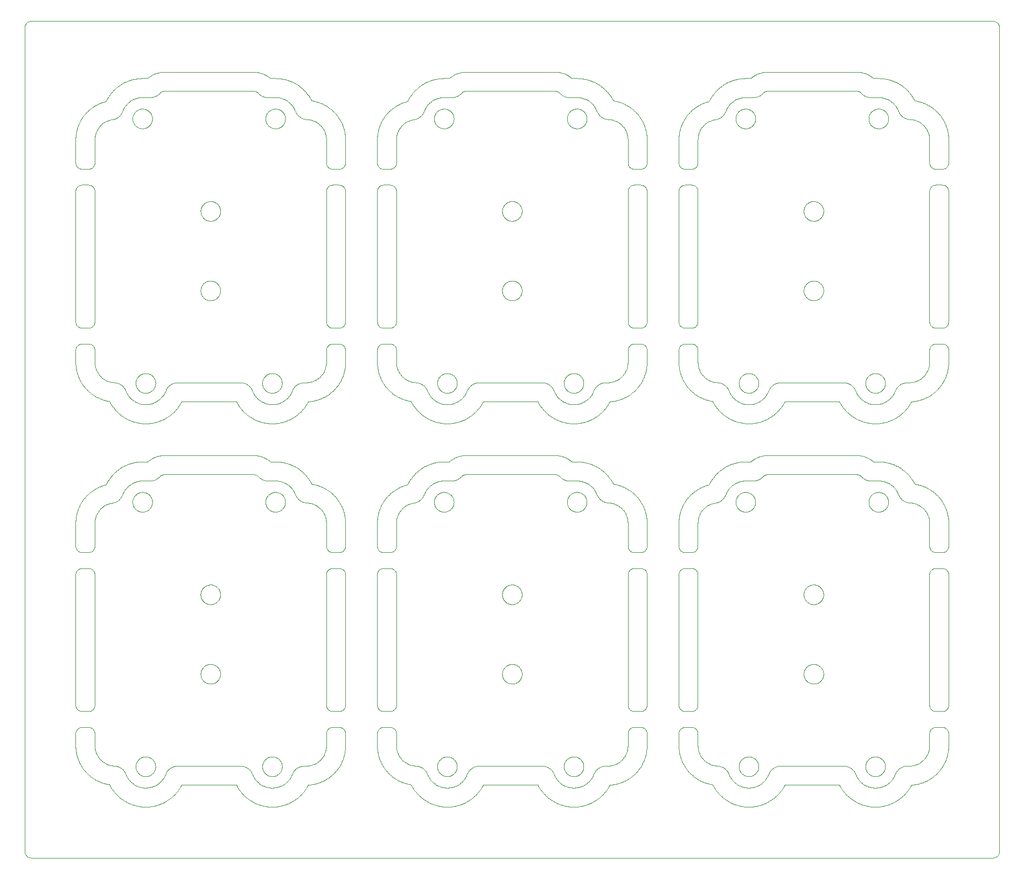
<source format=gm1>
G04 #@! TF.GenerationSoftware,KiCad,Pcbnew,6.0.0-d3dd2cf0fa~116~ubuntu20.04.1*
G04 #@! TF.CreationDate,2023-02-13T12:44:03+00:00*
G04 #@! TF.ProjectId,pixel-pump-ui-board-panel,70697865-6c2d-4707-956d-702d75692d62,rev?*
G04 #@! TF.SameCoordinates,Original*
G04 #@! TF.FileFunction,Profile,NP*
%FSLAX46Y46*%
G04 Gerber Fmt 4.6, Leading zero omitted, Abs format (unit mm)*
G04 Created by KiCad (PCBNEW 6.0.0-d3dd2cf0fa~116~ubuntu20.04.1) date 2023-02-13 12:44:03*
%MOMM*%
%LPD*%
G01*
G04 APERTURE LIST*
G04 #@! TA.AperFunction,Profile*
%ADD10C,0.100000*%
G04 #@! TD*
G04 APERTURE END LIST*
D10*
X38230125Y-69016687D02*
X38251446Y-69031833D01*
X15764046Y-13417387D02*
X15763895Y-13417605D01*
X35939540Y-10999999D02*
X35939409Y-10999999D01*
X56244737Y-86075269D02*
X56292963Y-86069321D01*
X59419124Y-55991330D02*
X59419312Y-55991503D01*
X86458496Y-58491450D02*
X86409459Y-58495706D01*
X40085377Y-12071182D02*
X39938139Y-12043823D01*
X94204859Y-119575453D02*
X94181204Y-119586359D01*
X144497380Y-23221923D02*
X144450549Y-23234883D01*
X136704487Y-73425607D02*
X136704314Y-73425409D01*
X19196929Y-74265968D02*
X19240534Y-74288801D01*
X37894282Y-15716096D02*
X37883414Y-15668090D01*
X33246181Y-120150167D02*
X33245689Y-120150143D01*
X144209877Y-48264555D02*
X143190122Y-48264555D01*
X46130621Y-76398378D02*
X46018932Y-76317594D01*
X37623298Y-116371777D02*
X37651834Y-116331672D01*
X132902373Y-115921450D02*
X132926023Y-115907534D01*
X90373365Y-75152026D02*
X90336535Y-75113353D01*
X14601025Y-121828573D02*
X14583012Y-121811175D01*
X78114312Y-42071240D02*
X78123989Y-42119501D01*
X20439098Y-116675345D02*
X20449048Y-116700918D01*
X8166982Y-22824460D02*
X8140988Y-22783398D01*
X122465481Y-102915557D02*
X122459408Y-102866712D01*
X36525169Y-11185120D02*
X36524954Y-11184968D01*
X56011144Y-25839917D02*
X56056480Y-25822429D01*
X83227552Y-58284409D02*
X83237380Y-58306799D01*
X145083099Y-83041232D02*
X145059148Y-83083511D01*
X20014952Y-123517707D02*
X19890422Y-123536607D01*
X140246728Y-72877296D02*
X140271597Y-72882466D01*
X35977133Y-118886265D02*
X35989254Y-118907730D01*
X88249048Y-75100918D02*
X88265756Y-75147217D01*
X138835925Y-120983143D02*
X138750232Y-121098278D01*
X68957655Y-71382218D02*
X68934152Y-71392729D01*
X95674586Y-13977793D02*
X95777554Y-14069627D01*
X103216332Y-76718094D02*
X103225549Y-76694381D01*
X8010718Y-26609292D02*
X8019025Y-26561416D01*
X111475795Y-72840590D02*
X111454008Y-72854857D01*
X50115789Y-55503307D02*
X50075304Y-55627903D01*
X88604253Y-119681232D02*
X88706198Y-119580383D01*
X40928554Y-119915604D02*
X40948116Y-119900604D01*
X105683099Y-108041232D02*
X105659148Y-108083511D01*
X23285139Y-121935260D02*
X23178107Y-122030952D01*
X12017516Y-59452456D02*
X11888927Y-59402449D01*
X57833278Y-111159604D02*
X57876681Y-111181451D01*
X47360257Y-78449166D02*
X47335754Y-78313519D01*
X91335033Y-60818175D02*
X91257337Y-60917259D01*
X85814682Y-14154011D02*
X85836014Y-14136751D01*
X50205173Y-51164814D02*
X50233152Y-51204542D01*
X63524156Y-73288679D02*
X63523967Y-73288866D01*
X91780524Y-56844576D02*
X91921438Y-56833483D01*
X114106944Y-76972884D02*
X114064521Y-76997846D01*
X123928806Y-91747937D02*
X123879679Y-91744895D01*
X55656460Y-26089713D02*
X55689966Y-26054521D01*
X57075251Y-14412214D02*
X57092673Y-14393673D01*
X89037814Y-12857501D02*
X88924170Y-12759968D01*
X27881429Y-41585993D02*
X27907947Y-41544526D01*
X37975033Y-58193234D02*
X37936014Y-58163230D01*
X39080802Y-60294817D02*
X39081053Y-60294801D01*
X16478139Y-59154706D02*
X16574843Y-59260654D01*
X109148138Y-75601226D02*
X109099012Y-75624090D01*
X84981429Y-57763988D02*
X84967222Y-57740511D01*
X64075795Y-72840590D02*
X64054008Y-72854857D01*
X29827632Y-88783196D02*
X29872313Y-88803844D01*
X87796201Y-116846750D02*
X87808253Y-116894473D01*
X10907497Y-58902741D02*
X10886008Y-58889198D01*
X89562713Y-62396906D02*
X89438761Y-62469262D01*
X102980201Y-17168777D02*
X102986320Y-17144082D01*
X97795229Y-86957514D02*
X97798804Y-87005974D01*
X137265912Y-57457965D02*
X137302769Y-57420941D01*
X47380755Y-53997459D02*
X47380786Y-53997199D01*
X44786128Y-11987997D02*
X44863990Y-12116078D01*
X111784239Y-12362869D02*
X111761061Y-12374743D01*
X20508253Y-56594477D02*
X20514312Y-56621240D01*
X113996929Y-16734009D02*
X113972313Y-16746133D01*
X61299875Y-56835589D02*
X61324576Y-56837825D01*
X90604301Y-61617688D02*
X90585852Y-61634610D01*
X133402373Y-74321450D02*
X133426023Y-74307534D01*
X58726609Y-115357717D02*
X58726720Y-115357947D01*
X8606589Y-76276821D02*
X8617597Y-76253884D01*
X115691146Y-120014787D02*
X115691355Y-120014647D01*
X49458576Y-50765750D02*
X49507036Y-50769325D01*
X123014682Y-89004007D02*
X123036014Y-88986747D01*
X111885964Y-119998991D02*
X111886169Y-119999137D01*
X19310692Y-8998358D02*
X19311093Y-8998098D01*
X65307603Y-74218105D02*
X65333051Y-74207840D01*
X57181483Y-74601545D02*
X57199373Y-74583456D01*
X30133681Y-103936699D02*
X30093932Y-103965729D01*
X102980201Y-77468773D02*
X102986320Y-77444078D01*
X142127005Y-114628029D02*
X142127063Y-114627774D01*
X112278019Y-57241185D02*
X112269539Y-57192700D01*
X110961715Y-58728947D02*
X110961846Y-58729162D01*
X95790122Y-23264555D02*
X95741423Y-23263359D01*
X56235564Y-117057181D02*
X56222868Y-117035179D01*
X103741423Y-86065746D02*
X103790122Y-86064551D01*
X88328717Y-15096530D02*
X88335995Y-15145211D01*
X141797668Y-17097226D02*
X141785445Y-17075404D01*
X132047771Y-72067800D02*
X132001419Y-72042514D01*
X12019312Y-55991503D02*
X12122184Y-56083252D01*
X92355298Y-12275573D02*
X92426325Y-12407566D01*
X75467202Y-101642637D02*
X75501355Y-101607193D01*
X139006416Y-117149818D02*
X139006547Y-117149816D01*
X17309802Y-72518877D02*
X17285495Y-72528225D01*
X108120394Y-59788842D02*
X108120063Y-59788489D01*
X76178288Y-28408891D02*
X76225859Y-28396249D01*
X132150474Y-56963711D02*
X132150474Y-56936270D01*
X94842631Y-51467174D02*
X94857874Y-51421035D01*
X105907258Y-54470369D02*
X105945461Y-54602812D01*
X77614598Y-31071233D02*
X77593699Y-31089015D01*
X133375705Y-60283965D02*
X133375955Y-60283987D01*
X20312816Y-118073231D02*
X20298032Y-118096349D01*
X112507947Y-118105451D02*
X112481429Y-118063984D01*
X109472959Y-117264218D02*
X109522491Y-117282748D01*
X36503337Y-11170034D02*
X36503118Y-11169888D01*
X95089966Y-83274584D02*
X95056460Y-83239392D01*
X63079180Y-13543513D02*
X63065221Y-13565498D01*
X11687575Y-115931350D02*
X11775243Y-116037721D01*
X60173635Y-12607673D02*
X60173745Y-12607457D01*
X38492774Y-123586259D02*
X38349658Y-123575436D01*
X142394826Y-83164291D02*
X142366847Y-83124563D01*
X68712836Y-71532971D02*
X68712635Y-71533140D01*
X105839852Y-78448392D02*
X105839810Y-78448644D01*
X133607603Y-13918109D02*
X133633051Y-13907844D01*
X93210923Y-116714544D02*
X93211148Y-116714410D01*
X134563722Y-72320115D02*
X134563461Y-72320084D01*
X132548656Y-57987115D02*
X132516298Y-57950025D01*
X106594132Y-16540479D02*
X106577690Y-16559380D01*
X65168291Y-118190259D02*
X65151834Y-118168301D01*
X80657318Y-59860865D02*
X80657200Y-59860649D01*
X112897193Y-58209418D02*
X112875033Y-58193234D01*
X63397289Y-118734666D02*
X63397399Y-118734893D01*
X37389693Y-72135800D02*
X37341946Y-72114447D01*
X18276238Y-13816645D02*
X18303425Y-13812923D01*
X19311093Y-8998098D02*
X19311482Y-8997819D01*
X93337028Y-12698973D02*
X93459293Y-12736032D01*
X112831Y-131060292D02*
X112939Y-131060513D01*
X93211148Y-56414414D02*
X93331669Y-56340558D01*
X913995Y-131595761D02*
X914240Y-131595776D01*
X109786844Y-14814323D02*
X109751032Y-14854288D01*
X86609996Y-55431728D02*
X86636832Y-55437455D01*
X57776005Y-74070525D02*
X57796056Y-74054865D01*
X62455511Y-75031167D02*
X62421905Y-75073005D01*
X38379140Y-55490565D02*
X38405064Y-55481571D01*
X119449612Y-59851451D02*
X119449190Y-59851704D01*
X175697Y-434771D02*
X168919Y-444394D01*
X134192711Y-72299988D02*
X132995098Y-72299989D01*
X61001392Y-117093194D02*
X61137324Y-117116059D01*
X50259148Y-26245594D02*
X50283099Y-26287873D01*
X50038047Y-83339829D02*
X49999740Y-83369724D01*
X112251691Y-56887064D02*
X112253048Y-56859657D01*
X67448712Y-15402033D02*
X67446278Y-15451194D01*
X69239476Y-8002136D02*
X69344836Y-8000194D01*
X85258201Y-63213284D02*
X85116896Y-63188135D01*
X30030243Y-41091589D02*
X30071379Y-41118618D01*
X22802065Y-57250026D02*
X22844274Y-57219243D01*
X112831Y-539697D02*
X81367Y-606222D01*
X125546278Y-29798787D02*
X125548712Y-29847948D01*
X97438047Y-83339829D02*
X97399740Y-83369724D01*
X37878019Y-15641185D02*
X37869539Y-15592700D01*
X40908253Y-76005500D02*
X40896201Y-76053223D01*
X112526023Y-14007538D02*
X112569050Y-13983634D01*
X11887546Y-16438479D02*
X11794302Y-16540288D01*
X96005879Y-74588804D02*
X96023719Y-74606886D01*
X107904790Y-56656417D02*
X107905030Y-56656506D01*
X135149048Y-56400922D02*
X135165756Y-56447221D01*
X11046839Y-73612420D02*
X11166590Y-73543467D01*
X119447642Y-59852917D02*
X119447295Y-59853266D01*
X88344243Y-75521418D02*
X88346278Y-75548783D01*
X114255434Y-74430001D02*
X114293699Y-74460962D01*
X88314312Y-15021240D02*
X88323989Y-15069501D01*
X142811144Y-48189192D02*
X142766721Y-48169501D01*
X63652785Y-12865950D02*
X63633541Y-12883496D01*
X90233126Y-122234433D02*
X90213453Y-122249916D01*
X135949611Y-62887469D02*
X135831429Y-62930911D01*
X77987720Y-43089520D02*
X77975292Y-43113985D01*
X29003425Y-101162919D02*
X29052341Y-101157451D01*
X76936832Y-28387455D02*
X76984700Y-28398916D01*
X10710033Y-108274584D02*
X10674841Y-108308090D01*
X114943003Y-120398654D02*
X114943240Y-120398570D01*
X58405148Y-53826039D02*
X58415695Y-53963479D01*
X42184173Y-62384014D02*
X42162713Y-62396906D01*
X58233152Y-111504538D02*
X58259148Y-111545590D01*
X108504531Y-11188607D02*
X108592761Y-11089058D01*
X123578288Y-88708887D02*
X123625859Y-88696245D01*
X39311220Y-55455964D02*
X39358463Y-55469778D01*
X75869050Y-43766347D02*
X75826023Y-43742443D01*
X139321438Y-117133479D02*
X139321699Y-117133455D01*
X112007947Y-16205455D02*
X111981429Y-16163988D01*
X97787680Y-18269787D02*
X97794097Y-18395353D01*
X39384602Y-118721849D02*
X39358463Y-118730199D01*
X20826287Y-68462630D02*
X20851446Y-68455505D01*
X44547207Y-117130774D02*
X44547467Y-117130743D01*
X55548247Y-54994650D02*
X55542778Y-54969844D01*
X110797289Y-58434670D02*
X110797399Y-58434897D01*
X95692963Y-86069321D02*
X95741423Y-86065746D01*
X47246835Y-77972835D02*
X47201921Y-77842515D01*
X39482071Y-74102575D02*
X39509459Y-74104271D01*
X64937813Y-57463050D02*
X64922256Y-57416352D01*
X113728806Y-55402040D02*
X113756228Y-55401022D01*
X88344243Y-15221422D02*
X88346278Y-15248787D01*
X47419025Y-111861412D02*
X47429671Y-111814001D01*
X90920900Y-61304493D02*
X90833642Y-61395269D01*
X67439381Y-75827536D02*
X67435995Y-75854766D01*
X83465207Y-62631395D02*
X83442835Y-62620158D01*
X92660144Y-59757968D02*
X92634472Y-59762380D01*
X13318975Y-59787532D02*
X13318583Y-59787250D01*
X28120878Y-103812063D02*
X28101355Y-103792780D01*
X62974278Y-13718885D02*
X62903524Y-13852835D01*
X115123141Y-120327300D02*
X115253679Y-120267830D01*
X108661445Y-60679530D02*
X108646761Y-60659244D01*
X114372968Y-123573447D02*
X114348021Y-123575641D01*
X27650474Y-42386270D02*
X27651691Y-42337064D01*
X134210186Y-69300229D02*
X134438284Y-69305259D01*
X141991811Y-54784421D02*
X142038996Y-54651178D01*
X39730243Y-118558388D02*
X39706944Y-118572884D01*
X75069539Y-102457277D02*
X75078019Y-102408792D01*
X113071839Y-63257447D02*
X112929409Y-63239371D01*
X111069319Y-119190072D02*
X111154885Y-119305204D01*
X97363736Y-116232673D02*
X97354084Y-116256867D01*
X30454588Y-103609506D02*
X30425069Y-103648893D01*
X28236014Y-103913226D02*
X28214682Y-103895966D01*
X117863246Y-122128968D02*
X117843960Y-122144943D01*
X37581429Y-116435989D02*
X37607947Y-116394522D01*
X18379679Y-13805082D02*
X18428806Y-13802040D01*
X11069621Y-78287511D02*
X11069566Y-78287760D01*
X56293269Y-111069323D02*
X56341739Y-111065747D01*
X75164975Y-90784729D02*
X75147128Y-90738857D01*
X36716278Y-68375367D02*
X36844918Y-68402819D01*
X66711482Y-69297815D02*
X66711858Y-69297518D01*
X14199479Y-15365598D02*
X14149156Y-15384235D01*
X144584237Y-15957756D02*
X144595212Y-15980664D01*
X135911285Y-9235654D02*
X135936443Y-9242771D01*
X58307497Y-119202737D02*
X58286008Y-119189194D01*
X113609996Y-16868253D02*
X113561619Y-16877333D01*
X39582032Y-60229528D02*
X39721770Y-60197333D01*
X60063520Y-76143313D02*
X59943880Y-76212203D01*
X84750474Y-56936270D02*
X84751691Y-56887064D01*
X56981921Y-14514117D02*
X57075251Y-14412214D01*
X19031104Y-77105715D02*
X18984602Y-77121849D01*
X28852545Y-101189856D02*
X28900682Y-101179583D01*
X153128014Y-130971118D02*
X153152805Y-130901829D01*
X112701355Y-116157193D02*
X112720878Y-116137910D01*
X142681039Y-23123703D02*
X142639987Y-23097707D01*
X8361952Y-108339829D02*
X8325158Y-108308090D01*
X130637380Y-58306799D02*
X130637483Y-58307027D01*
X12172765Y-73091455D02*
X12196829Y-73083195D01*
X76936832Y-101187451D02*
X76984700Y-101198912D01*
X45082189Y-12513243D02*
X45082617Y-12513464D01*
X65669050Y-55583634D02*
X65693359Y-55570905D01*
X11292085Y-59125025D02*
X11179876Y-59063937D01*
X112148656Y-14312866D02*
X112167202Y-14292641D01*
X108949156Y-15384235D02*
X108897853Y-15401676D01*
X95644737Y-83553832D02*
X95596861Y-83545525D01*
X84801001Y-116857276D02*
X84814230Y-116809865D01*
X59403614Y-16323166D02*
X59305288Y-16420075D01*
X132656742Y-116104198D02*
X132677194Y-116085904D01*
X131671445Y-59615608D02*
X131671646Y-59615759D01*
X132969050Y-115883630D02*
X132993359Y-115870901D01*
X131056463Y-59007239D02*
X131071674Y-59026637D01*
X65751988Y-72303583D02*
X65751722Y-72303592D01*
X18160581Y-115947453D02*
X18202373Y-115921450D01*
X12976084Y-116906357D02*
X12976320Y-116906452D01*
X112497339Y-60036032D02*
X112497572Y-60036128D01*
X30408074Y-101729536D02*
X30425069Y-101751080D01*
X96955262Y-50775273D02*
X97003138Y-50783580D01*
X65926026Y-9000032D02*
X66697316Y-9000031D01*
X37877194Y-118414069D02*
X37856742Y-118395775D01*
X12000704Y-55974034D02*
X12000888Y-55974211D01*
X90857861Y-10466616D02*
X90877923Y-10483381D01*
X96458705Y-117800210D02*
X96376259Y-117902023D01*
X76376238Y-88666641D02*
X76403425Y-88662919D01*
X145005173Y-83164291D02*
X144975278Y-83202598D01*
X11446923Y-13095481D02*
X11469737Y-13084220D01*
X38762425Y-16762335D02*
X38737516Y-16750824D01*
X27701001Y-30292701D02*
X27694282Y-30266096D01*
X123479140Y-88740561D02*
X123505064Y-88731567D01*
X77938300Y-101918853D02*
X77951922Y-101942673D01*
X119451879Y-59850509D02*
X119451408Y-59850652D01*
X38107947Y-76505451D02*
X38081429Y-76463984D01*
X134358496Y-77191446D02*
X134309459Y-77195702D01*
X97050549Y-48234883D02*
X97003138Y-48245529D01*
X40108074Y-55979540D02*
X40125069Y-56001084D01*
X8796861Y-48245529D02*
X8749450Y-48234883D01*
X60720063Y-120088485D02*
X60719716Y-120088149D01*
X118107174Y-117274836D02*
X118156880Y-117257180D01*
X87427632Y-74233196D02*
X87472313Y-74253844D01*
X135471432Y-59792978D02*
X135471645Y-59792843D01*
X65703425Y-74112919D02*
X65752341Y-74107451D01*
X124082071Y-31447402D02*
X124032883Y-31449228D01*
X124627632Y-104116777D02*
X124602446Y-104127669D01*
X141690426Y-55381882D02*
X141690566Y-55381661D01*
X103366965Y-111159643D02*
X103411396Y-111139944D01*
X113811005Y-120599682D02*
X113811257Y-120599678D01*
X132658201Y-123513280D02*
X132516896Y-123488131D01*
X125051285Y-89061559D02*
X125071278Y-89080353D01*
X64964975Y-57534733D02*
X64947128Y-57488861D01*
X17867202Y-55892641D02*
X17901355Y-55857197D01*
X110387309Y-73995722D02*
X110387176Y-73995951D01*
X136323968Y-12759800D02*
X136303999Y-12743553D01*
X111638330Y-59508848D02*
X111638523Y-59509009D01*
X132336993Y-72192587D02*
X132287245Y-72174896D01*
X88431429Y-123230907D02*
X88407824Y-123239249D01*
X45074900Y-72803048D02*
X45075011Y-72803262D01*
X87925338Y-76715272D02*
X87906298Y-76735031D01*
X44174273Y-71464307D02*
X44191454Y-71484015D01*
X87137859Y-12017393D02*
X87137597Y-12017369D01*
X135235995Y-57154770D02*
X135228717Y-57203451D01*
X94795944Y-114104637D02*
X94795954Y-114104376D01*
X91468874Y-11047088D02*
X91486566Y-11066337D01*
X56017597Y-76253884D02*
X56074433Y-76139238D01*
X142242631Y-82861931D02*
X142229671Y-82815100D01*
X40027632Y-16766781D02*
X40002446Y-16777673D01*
X78149391Y-42375380D02*
X78149391Y-42424601D01*
X90169475Y-74907294D02*
X90139253Y-74863264D01*
X55936370Y-116470949D02*
X55885622Y-116353701D01*
X20039662Y-63213642D02*
X20014952Y-63217711D01*
X60720394Y-59788842D02*
X60720063Y-59788489D01*
X30696201Y-29496754D02*
X30708253Y-29544477D01*
X142600259Y-23069728D02*
X142561952Y-23039833D01*
X15183385Y-62024229D02*
X15083481Y-61947522D01*
X43078869Y-122030283D02*
X43060000Y-122046736D01*
X11469737Y-13084220D02*
X11585195Y-13029054D01*
X68909979Y-71404311D02*
X68887060Y-71416043D01*
X59194302Y-16540288D02*
X59194132Y-16540479D01*
X124806944Y-101377089D02*
X124830243Y-101391585D01*
X125106298Y-101614942D02*
X125125338Y-101634701D01*
X94799999Y-78956371D02*
X94799999Y-78956243D01*
X50370328Y-51514005D02*
X50380974Y-51561416D01*
X89749504Y-70027353D02*
X89772623Y-70039563D01*
X69322909Y-118886185D02*
X69390280Y-118759545D01*
X106687721Y-16438293D02*
X106687546Y-16438479D01*
X113561619Y-13822648D02*
X113609996Y-13831728D01*
X118513395Y-117171332D02*
X118565690Y-117164427D01*
X24034666Y-121118650D02*
X23956935Y-121217759D01*
X142489966Y-108274584D02*
X142456460Y-108239392D01*
X116790280Y-118759545D02*
X116790396Y-118759321D01*
X28275033Y-91443230D02*
X28236014Y-91413226D01*
X129766873Y-122234433D02*
X129655214Y-122144258D01*
X60719353Y-59787834D02*
X60718975Y-59787532D01*
X97575278Y-108202598D02*
X97543539Y-108239392D01*
X135208253Y-57305504D02*
X135196201Y-57353227D01*
X68400609Y-71833888D02*
X68360051Y-71866914D01*
X124109459Y-88654271D02*
X124158496Y-88658527D01*
X145199999Y-26754677D02*
X145199999Y-47274432D01*
X16819551Y-119792862D02*
X16838330Y-119808844D01*
X56401139Y-117326919D02*
X56387337Y-117305595D01*
X115711861Y-120000503D02*
X115827868Y-119916127D01*
X76452341Y-88657451D02*
X76479679Y-88655078D01*
X131911217Y-11688586D02*
X131867417Y-11659999D01*
X91954088Y-59840828D02*
X91953719Y-59841138D01*
X102943198Y-77628157D02*
X102948683Y-77603314D01*
X39356228Y-16898959D02*
X39328806Y-16897941D01*
X16387954Y-73050046D02*
X16367804Y-73066544D01*
X87849391Y-56974601D02*
X87848712Y-57002033D01*
X47404770Y-107671587D02*
X47401195Y-107623127D01*
X136018931Y-72837191D02*
X136018709Y-72837050D01*
X28493359Y-101320901D02*
X28537516Y-101299153D01*
X112551834Y-116331672D02*
X112568291Y-116309714D01*
X15997399Y-58434897D02*
X16008411Y-58456961D01*
X95024721Y-22902602D02*
X94994826Y-22864295D01*
X29128806Y-104247937D02*
X29079679Y-104244895D01*
X19179790Y-60294873D02*
X19322832Y-60284108D01*
X29128806Y-88652036D02*
X29156228Y-88651018D01*
X133762956Y-123599037D02*
X133637043Y-123599037D01*
X68635171Y-68365479D02*
X68660938Y-68361033D01*
X12804243Y-56529219D02*
X12826793Y-56540042D01*
X58149097Y-119100058D02*
X58043700Y-119027850D01*
X45641177Y-56506714D02*
X45664030Y-56495070D01*
X40349048Y-56400922D02*
X40365756Y-56447221D01*
X89222866Y-58586269D02*
X89222987Y-58586048D01*
X75351834Y-28981676D02*
X75368291Y-28959718D01*
X58357368Y-51467174D02*
X58370328Y-51514005D01*
X114693932Y-118515729D02*
X114671379Y-118531359D01*
X152478617Y-40140D02*
X152478380Y-40077D01*
X65123298Y-56071781D02*
X65151834Y-56031676D01*
X84339932Y-11566886D02*
X84299374Y-11533860D01*
X112423391Y-72417041D02*
X112278115Y-72459980D01*
X78065756Y-102197217D02*
X78074429Y-102223250D01*
X142194601Y-114130250D02*
X142195944Y-114104637D01*
X50175227Y-16998203D02*
X50181955Y-17022697D01*
X90110496Y-74818883D02*
X90082656Y-74773309D01*
X48011144Y-86139913D02*
X48056480Y-86122425D01*
X11301286Y-13170063D02*
X11323804Y-13158223D01*
X76178288Y-40908891D02*
X76225859Y-40896249D01*
X47839987Y-48097707D02*
X47800259Y-48069728D01*
X59403614Y-76623162D02*
X59305288Y-76720071D01*
X84894487Y-68612235D02*
X84918500Y-68622597D01*
X68936622Y-119437702D02*
X69027960Y-119327093D01*
X139881773Y-12513001D02*
X139882189Y-12513243D01*
X144676681Y-25881455D02*
X144718960Y-25905406D01*
X108946946Y-61044142D02*
X108855615Y-60933365D01*
X63394425Y-9515996D02*
X63534446Y-9457830D01*
X129303984Y-61531416D02*
X129285967Y-61514035D01*
X108064849Y-59778405D02*
X108039748Y-59774511D01*
X94857874Y-22608074D02*
X94842631Y-22561935D01*
X144527572Y-76143248D02*
X144584237Y-76257752D01*
X15824694Y-9591853D02*
X15848694Y-9580742D01*
X66654062Y-63294272D02*
X66629037Y-63295207D01*
X47442631Y-107861931D02*
X47429671Y-107815100D01*
X27683414Y-30218090D02*
X27678019Y-30191185D01*
X12767434Y-72917514D02*
X12767811Y-72917211D01*
X77533681Y-101463274D02*
X77555434Y-101480001D01*
X14796667Y-75304801D02*
X14755408Y-75339927D01*
X13367156Y-71912672D02*
X13382784Y-71891335D01*
X27747128Y-30438861D02*
X27737813Y-30413050D01*
X86137516Y-74249153D02*
X86162425Y-74237642D01*
X110465081Y-73865720D02*
X110387309Y-73995722D01*
X123293359Y-101320901D02*
X123337516Y-101299153D01*
X84026570Y-11267688D02*
X84007483Y-11250401D01*
X95644737Y-108553832D02*
X95596861Y-108545525D01*
X143190122Y-111064551D02*
X144209877Y-111064551D01*
X107322277Y-76225385D02*
X107322060Y-76225521D01*
X19261619Y-58477333D02*
X19234533Y-58481726D01*
X132462308Y-8387290D02*
X132486121Y-8398700D01*
X16275325Y-122985019D02*
X16162098Y-122929842D01*
X38575955Y-60283987D02*
X38718946Y-60294801D01*
X40271379Y-14068618D02*
X40293932Y-14084248D01*
X69081597Y-71338120D02*
X69056409Y-71345613D01*
X92172255Y-11965837D02*
X92186128Y-11987997D01*
X89372543Y-118584179D02*
X89461452Y-118367049D01*
X85251691Y-75587060D02*
X85253048Y-75559653D01*
X40396201Y-117653223D02*
X40388826Y-117679654D01*
X132194282Y-117616092D02*
X132183414Y-117568086D01*
X81792438Y-117212395D02*
X81842893Y-117225954D01*
X30696201Y-102296750D02*
X30708253Y-102344473D01*
X107604243Y-116829215D02*
X107626793Y-116840038D01*
X132516298Y-118250021D02*
X132498775Y-118228904D01*
X42936535Y-14813357D02*
X42901095Y-14774106D01*
X93331669Y-116640554D02*
X93331890Y-116640414D01*
X59544954Y-16197440D02*
X59544756Y-16197603D01*
X142158208Y-114463446D02*
X142158252Y-114463188D01*
X110464264Y-9669122D02*
X110487961Y-9657377D01*
X85051834Y-56031676D02*
X85068291Y-56009718D01*
X94892502Y-73697249D02*
X94913991Y-73710792D01*
X21054950Y-8102891D02*
X21183565Y-8075438D01*
X63770240Y-59024823D02*
X63770398Y-59025019D01*
X67056300Y-60234778D02*
X67056548Y-60234731D01*
X36293558Y-71362616D02*
X36293312Y-71362524D01*
X15077398Y-70302140D02*
X15099714Y-70287946D01*
X30551922Y-29142677D02*
X30575292Y-29185996D01*
X130097243Y-117720920D02*
X130134102Y-117757946D01*
X66880096Y-69157455D02*
X66900588Y-69141213D01*
X36060285Y-68302096D02*
X36094251Y-68303301D01*
X27678019Y-89908792D02*
X27683414Y-89881887D01*
X64851691Y-57012917D02*
X64850474Y-56963711D01*
X82137998Y-57035142D02*
X82185577Y-57057910D01*
X64997193Y-74390559D02*
X65037648Y-74362521D01*
X65231130Y-60089150D02*
X65254271Y-60097669D01*
X97318960Y-108423699D02*
X97276681Y-108447650D01*
X59073992Y-76985929D02*
X59073837Y-76986132D01*
X144209877Y-111064551D02*
X144258576Y-111065746D01*
X43355859Y-10383628D02*
X43457861Y-10466616D01*
X44552406Y-120142541D02*
X44552122Y-120142930D01*
X87958604Y-16378997D02*
X87925338Y-16415276D01*
X102895279Y-111631485D02*
X102917121Y-111588067D01*
X40446278Y-117148783D02*
X40448712Y-117197944D01*
X141077808Y-16216738D02*
X141077615Y-16216571D01*
X18078288Y-77141086D02*
X18051951Y-77133385D01*
X59522184Y-116383248D02*
X59522377Y-116383415D01*
X38752341Y-118792522D02*
X38703425Y-118787054D01*
X136953806Y-118178197D02*
X136979790Y-118132877D01*
X85314230Y-14909869D02*
X85322256Y-14883629D01*
X17348656Y-16387115D02*
X17316298Y-16350025D01*
X96955262Y-111075269D02*
X97003138Y-111083576D01*
X68982403Y-11071926D02*
X68982159Y-11072024D01*
X128053907Y-59854819D02*
X128053635Y-59854409D01*
X92479563Y-72811156D02*
X92479893Y-72811506D01*
X10883099Y-83041232D02*
X10859148Y-83083511D01*
X37401001Y-116857276D02*
X37414230Y-116809865D01*
X107928806Y-56665057D02*
X108059659Y-56708395D01*
X66900588Y-8841217D02*
X66921499Y-8825086D01*
X92479300Y-120086610D02*
X92339029Y-120105080D01*
X19908919Y-76295094D02*
X19887720Y-76339516D01*
X96653550Y-117540652D02*
X96576545Y-117646639D01*
X30512816Y-43223235D02*
X30498032Y-43246353D01*
X36436229Y-11128709D02*
X36413163Y-11116127D01*
X40944243Y-75521418D02*
X40946278Y-75548783D01*
X12125618Y-76513765D02*
X12125425Y-76513933D01*
X37149752Y-59806067D02*
X37273595Y-59878360D01*
X112814682Y-58145970D02*
X112777194Y-58114073D01*
X141058530Y-16200404D02*
X141058333Y-16200242D01*
X67069933Y-69016680D02*
X67091663Y-69001669D01*
X65123298Y-116371777D02*
X65151834Y-116331672D01*
X108039748Y-59774511D02*
X107903689Y-59751625D01*
X37946226Y-11985532D02*
X37893881Y-11978615D01*
X105605173Y-83164291D02*
X105575278Y-83202598D01*
X62519594Y-74944434D02*
X62488293Y-74988022D01*
X8004770Y-107671587D02*
X8001195Y-107623127D01*
X133469050Y-74283630D02*
X133493359Y-74270901D01*
X45931890Y-56340418D02*
X45953400Y-56326449D01*
X152382950Y-131582576D02*
X152383193Y-131582537D01*
X539476Y-112939D02*
X528963Y-118231D01*
X97483136Y-16695396D02*
X97491106Y-16719515D01*
X84759408Y-117416712D02*
X84756698Y-117389406D01*
X78096201Y-41996754D02*
X78108253Y-42044477D01*
X75229759Y-101976344D02*
X75242788Y-101952194D01*
X142156217Y-58985678D02*
X142042761Y-59051183D01*
X13601392Y-117093194D02*
X13737324Y-117116059D01*
X110264325Y-122523811D02*
X110243542Y-122509839D01*
X115426237Y-8227182D02*
X115450987Y-8218745D01*
X15228975Y-57271032D02*
X15270199Y-57304158D01*
X90030919Y-14380477D02*
X90007033Y-14333295D01*
X84814230Y-116809865D02*
X84822256Y-116783625D01*
X55404770Y-26657518D02*
X55410718Y-26609292D01*
X39855434Y-118469972D02*
X39833681Y-118486699D01*
X8361952Y-48039833D02*
X8325158Y-48008094D01*
X38737516Y-16750824D02*
X38693359Y-16729076D01*
X67072313Y-58346133D02*
X67027632Y-58366781D01*
X47399828Y-113956535D02*
X47399830Y-113956404D01*
X33248117Y-59850509D02*
X33247640Y-59850389D01*
X145195229Y-86957514D02*
X145198804Y-87005974D01*
X134907693Y-123483435D02*
X134883103Y-123488131D01*
X128476767Y-60560011D02*
X128462588Y-60539379D01*
X75056698Y-29760571D02*
X75059408Y-29733265D01*
X34493455Y-56940979D02*
X34543128Y-56957168D01*
X42207220Y-57787825D02*
X42235547Y-57743930D01*
X110460748Y-118036708D02*
X110489505Y-118081090D01*
X124672313Y-43796133D02*
X124627632Y-43816781D01*
X21418656Y-71455712D02*
X21418434Y-71455853D01*
X116872426Y-118584455D02*
X116872523Y-118584225D01*
X105318960Y-111205402D02*
X105360012Y-111231398D01*
X105770328Y-111814001D02*
X105780974Y-111861412D01*
X55512031Y-54819803D02*
X55487506Y-54684030D01*
X58074841Y-83308090D02*
X58038047Y-83339829D01*
X115632566Y-71960026D02*
X115588766Y-71988613D01*
X140731669Y-116640554D02*
X140731890Y-116640414D01*
X93188482Y-116727496D02*
X93188711Y-116727369D01*
X19838300Y-76431120D02*
X19812816Y-76473231D01*
X66358463Y-13869778D02*
X66384602Y-13878128D01*
X40349048Y-116700918D02*
X40365756Y-116747217D01*
X140588482Y-56427500D02*
X140588711Y-56427373D01*
X144355262Y-111075269D02*
X144403138Y-111083576D01*
X84895649Y-116594992D02*
X84907467Y-116570228D01*
X105605173Y-51164814D02*
X105633152Y-51204542D01*
X60716892Y-120086314D02*
X60716444Y-120086134D01*
X131848453Y-8155441D02*
X131873616Y-8162567D01*
X66140922Y-123594065D02*
X66015129Y-123587677D01*
X12659113Y-116754227D02*
X12681081Y-116766186D01*
X124336832Y-43912526D02*
X124309996Y-43918253D01*
X47201921Y-77842515D02*
X47201835Y-77842275D01*
X38060581Y-118552520D02*
X38037648Y-118537452D01*
X143667717Y-57729636D02*
X143650543Y-57749220D01*
X37856742Y-118395775D02*
X37820878Y-118362063D01*
X40526185Y-59878484D02*
X40526404Y-59878360D01*
X38879140Y-13890565D02*
X38905064Y-13881571D01*
X41468332Y-123056694D02*
X41445424Y-123066791D01*
X107140718Y-59563960D02*
X107116505Y-59556282D01*
X39771379Y-118531359D02*
X39730243Y-118558388D01*
X50204678Y-55191163D02*
X50170769Y-55317707D01*
X92062674Y-75783919D02*
X92062421Y-75783879D01*
X36390008Y-11104270D02*
X36389772Y-11104154D01*
X76079140Y-104159412D02*
X76033051Y-104142133D01*
X94857874Y-82908070D02*
X94842631Y-82861931D01*
X11775243Y-116037721D02*
X11775408Y-116037916D01*
X139358418Y-59838821D02*
X139357948Y-59838925D01*
X115100220Y-60037061D02*
X115122911Y-60027405D01*
X17907603Y-74218105D02*
X17933051Y-74207840D01*
X144975278Y-51126507D02*
X145005173Y-51164814D01*
X105399740Y-25959381D02*
X105438047Y-25989276D01*
X152501839Y-47194D02*
X152501607Y-47114D01*
X29756798Y-40953894D02*
X29802446Y-40972308D01*
X46238488Y-12795383D02*
X46358702Y-12838634D01*
X141461522Y-119639645D02*
X141437590Y-119649928D01*
X105438047Y-83339829D02*
X105399740Y-83369724D01*
X10396056Y-13754869D02*
X10497901Y-13677399D01*
X21273225Y-11267901D02*
X21254228Y-11286036D01*
X8083310Y-114958974D02*
X8063816Y-114832710D01*
X142431136Y-58813183D02*
X142321264Y-58884536D01*
X112750315Y-9024556D02*
X112901514Y-9013235D01*
X122867202Y-89142637D02*
X122901355Y-89107193D01*
X115037682Y-8387334D02*
X115061409Y-8376346D01*
X58370328Y-86814001D02*
X58380974Y-86861412D01*
X19669933Y-8716684D02*
X19691663Y-8701673D01*
X47966721Y-23169501D02*
X47923318Y-23147654D01*
X106058507Y-54909235D02*
X106058605Y-54909470D01*
X83763291Y-119437603D02*
X83779459Y-119456212D01*
X128649767Y-121098278D02*
X128564074Y-120983143D01*
X44553366Y-120141462D02*
X44553029Y-120141806D01*
X141253415Y-116221539D02*
X141271551Y-116203403D01*
X66951285Y-76788414D02*
X66914598Y-76821229D01*
X64447128Y-75111116D02*
X64464975Y-75065244D01*
X139030860Y-60399097D02*
X139017205Y-60420079D01*
X50399999Y-113939034D02*
X50399758Y-113960938D01*
X132683414Y-15668090D02*
X132678019Y-15641185D01*
X64801355Y-76742780D02*
X64767202Y-76707336D01*
X11902469Y-55876972D02*
X11902649Y-55877154D01*
X18051951Y-16833389D02*
X18005064Y-16818410D01*
X103708751Y-15419701D02*
X103722043Y-15398008D01*
X60165790Y-72918536D02*
X60166219Y-72918311D01*
X124672313Y-91596129D02*
X124627632Y-91616777D01*
X12764445Y-72919084D02*
X12764902Y-72918923D01*
X81377600Y-117152056D02*
X81429773Y-117154796D01*
X88265756Y-75147217D02*
X88274429Y-75173250D01*
X97003138Y-83545525D02*
X96955262Y-83553832D01*
X38102373Y-55621454D02*
X38126023Y-55607538D01*
X86534533Y-55418255D02*
X86561619Y-55422648D01*
X91797605Y-60126583D02*
X91785023Y-60148226D01*
X24651408Y-120150648D02*
X24650945Y-120150814D01*
X129906520Y-122341519D02*
X129886464Y-122326536D01*
X75614682Y-43595970D02*
X75577194Y-43564073D01*
X111277971Y-119454514D02*
X111278139Y-119454702D01*
X28177194Y-91364069D02*
X28156742Y-91345775D01*
X102967061Y-111504708D02*
X102995038Y-111464966D01*
X27907947Y-89344522D02*
X27923298Y-89321777D01*
X16269319Y-58890076D02*
X16354885Y-59005208D01*
X41436708Y-59137607D02*
X41436871Y-59137415D01*
X8167061Y-111504708D02*
X8195038Y-111464966D01*
X111278139Y-59154706D02*
X111374843Y-59260654D01*
X8218034Y-55277271D02*
X8185771Y-55153653D01*
X69157950Y-11019706D02*
X69132770Y-11025081D01*
X116636745Y-58731404D02*
X116636877Y-58731190D01*
X137773365Y-75152026D02*
X137736535Y-75113353D01*
X89865912Y-117757961D02*
X89902769Y-117720937D01*
X47362265Y-114437855D02*
X47362303Y-114437596D01*
X76632883Y-104249224D02*
X76605445Y-104249563D01*
X107458890Y-116754102D02*
X107459113Y-116754227D01*
X105979876Y-119363933D02*
X105957723Y-119351504D01*
X115358038Y-72114480D02*
X115310292Y-72135833D01*
X142210718Y-111909288D02*
X142219025Y-111861412D01*
X58469418Y-54311454D02*
X58500812Y-54445673D01*
X103018682Y-77320277D02*
X103025431Y-77295747D01*
X11107507Y-78128608D02*
X11101171Y-78152845D01*
X134536832Y-74137451D02*
X134584700Y-74148912D01*
X58357368Y-86767170D02*
X58370328Y-86814001D01*
X129539999Y-61746740D02*
X129521130Y-61730287D01*
X97543539Y-47939396D02*
X97510033Y-47974588D01*
X113311446Y-72300143D02*
X113311338Y-72300145D01*
X97704946Y-51331276D02*
X97724637Y-51375699D01*
X60999357Y-120588771D02*
X60986245Y-120567435D01*
X29802446Y-31327673D02*
X29756798Y-31346087D01*
X41240713Y-12551404D02*
X41240494Y-12551257D01*
X8012348Y-78569271D02*
X8013972Y-78543882D01*
X92484884Y-12514250D02*
X92485357Y-12514341D01*
X22655992Y-62141152D02*
X22552298Y-62212653D01*
X75114230Y-90640108D02*
X75101001Y-90592697D01*
X69811293Y-62305109D02*
X69790155Y-62318537D01*
X20408919Y-56304883D02*
X20420122Y-56329933D01*
X114958604Y-118278993D02*
X114925338Y-118315272D01*
X94804770Y-107671587D02*
X94801195Y-107623127D01*
X135365828Y-123376911D02*
X135341662Y-123383448D01*
X85477984Y-120497269D02*
X85478229Y-120497329D01*
X105633152Y-51204542D02*
X105659148Y-51245594D01*
X84259321Y-71799452D02*
X84220555Y-71764340D01*
X50399999Y-87054673D02*
X50399999Y-107574428D01*
X97195212Y-15980664D02*
X97253231Y-16105842D01*
X113351951Y-58433389D02*
X113305064Y-58418410D01*
X88239098Y-15924632D02*
X88220122Y-15970048D01*
X87808253Y-117605500D02*
X87796201Y-117653223D01*
X133956485Y-63294171D02*
X133931469Y-63295115D01*
X19433681Y-16586703D02*
X19393932Y-16615733D01*
X14836979Y-122044118D02*
X14818114Y-122027648D01*
X39823809Y-9014867D02*
X39973236Y-9026637D01*
X105795229Y-22371591D02*
X105789281Y-22419817D01*
X75501355Y-91292780D02*
X75467202Y-91257336D01*
X110579311Y-13395960D02*
X110579154Y-13396175D01*
X22529691Y-117796308D02*
X22565912Y-117757961D01*
X64668291Y-16290263D02*
X64651834Y-16268305D01*
X132677194Y-118414069D02*
X132656742Y-118395775D01*
X89362518Y-118607020D02*
X89362621Y-118606792D01*
X60156865Y-72921156D02*
X60163980Y-72919222D01*
X27807467Y-43079749D02*
X27795649Y-43054985D01*
X92342608Y-72552710D02*
X92355298Y-72575569D01*
X67353759Y-11985568D02*
X67301744Y-11991055D01*
X144258576Y-48263359D02*
X144209877Y-48264555D01*
X111307880Y-12657060D02*
X111188161Y-12749884D01*
X135608919Y-75004879D02*
X135620122Y-75029929D01*
X133297193Y-14090563D02*
X133337648Y-14062525D01*
X15417819Y-14038303D02*
X15417718Y-14038548D01*
X87851285Y-16488418D02*
X87814598Y-16521233D01*
X134382032Y-60229528D02*
X134521770Y-60197333D01*
X39721770Y-60197333D02*
X39722015Y-60197273D01*
X15984415Y-13138151D02*
X15886984Y-13254151D01*
X96922368Y-56828595D02*
X96848443Y-56949227D01*
X11101109Y-78153094D02*
X11069621Y-78287511D01*
X21557897Y-71382114D02*
X21557655Y-71382218D01*
X138145121Y-75450761D02*
X138100616Y-75422196D01*
X119449190Y-120151700D02*
X119448781Y-120151975D01*
X87444124Y-60098249D02*
X87467262Y-60089744D01*
X30214598Y-28728748D02*
X30251285Y-28761563D01*
X102842631Y-107861931D02*
X102829671Y-107815100D01*
X114211220Y-58444017D02*
X114184700Y-58451065D01*
X18685766Y-16888402D02*
X18658496Y-16891450D01*
X110888027Y-58605581D02*
X110888154Y-58605799D01*
X46202576Y-119816919D02*
X46177911Y-119825292D01*
X92696328Y-12548365D02*
X92721322Y-12552898D01*
X139348474Y-59849356D02*
X139348359Y-59849568D01*
X106473992Y-76985929D02*
X106473837Y-76986132D01*
X139111331Y-60271388D02*
X139098208Y-60292708D01*
X27764975Y-89615244D02*
X27775554Y-89589925D01*
X92440514Y-56737294D02*
X92440766Y-56737223D01*
X128948495Y-61161595D02*
X128865913Y-61066545D01*
X152187972Y-3D02*
X152187727Y0D01*
X68001354Y-68536028D02*
X68026237Y-68527178D01*
X125225069Y-91148893D02*
X125208074Y-91170437D01*
X12019124Y-55991330D02*
X12019312Y-55991503D01*
X66931104Y-55494262D02*
X66956798Y-55503894D01*
X83618138Y-71338007D02*
X83593271Y-71331317D01*
X16970024Y-119914523D02*
X17085964Y-119998991D01*
X78008919Y-103345094D02*
X77987720Y-103389516D01*
X17798775Y-57928908D02*
X17768291Y-57890263D01*
X78049048Y-41850922D02*
X78065756Y-41897221D01*
X145104946Y-111631272D02*
X145124637Y-111675695D01*
X134684075Y-60151886D02*
X134684316Y-60151814D01*
X38812010Y-63298726D02*
X38668530Y-63295115D01*
X38102373Y-58278527D02*
X38060581Y-58252524D01*
X102940851Y-86545590D02*
X102966847Y-86504538D01*
X87849391Y-117225376D02*
X87849391Y-117274597D01*
X97515789Y-115803303D02*
X97475304Y-115927899D01*
X39811220Y-13855964D02*
X39858463Y-13869778D01*
X85397193Y-58209418D02*
X85375033Y-58193234D01*
X96858576Y-108563355D02*
X96809877Y-108564551D01*
X141739876Y-73388969D02*
X141762634Y-73400251D01*
X30193699Y-31089015D02*
X30155434Y-31119976D01*
X65779679Y-77194895D02*
X65752341Y-77192522D01*
X47362303Y-54137600D02*
X47380755Y-53997459D01*
X125387720Y-30589520D02*
X125375292Y-30613985D01*
X104710554Y-118425768D02*
X104692258Y-118408147D01*
X33257200Y-59860649D02*
X33254159Y-59855242D01*
X13134542Y-75932878D02*
X13134301Y-75932961D01*
X64698775Y-16328908D02*
X64668291Y-16290263D01*
X83476324Y-119052045D02*
X83476462Y-119052256D01*
X55419025Y-47467693D02*
X55410718Y-47419817D01*
X62488293Y-74988022D02*
X62455511Y-75031167D01*
X8029931Y-51514272D02*
X8042881Y-51467428D01*
X61066649Y-60395248D02*
X60999357Y-60288775D01*
X94591811Y-54784421D02*
X94638996Y-54651178D01*
X94796144Y-18499177D02*
X94794867Y-18474197D01*
X128039488Y-59849995D02*
X128039241Y-59849992D01*
X104156572Y-57519508D02*
X104077860Y-57418876D01*
X93530621Y-76398378D02*
X93418932Y-76317594D01*
X82455737Y-57219224D02*
X82497948Y-57250008D01*
X8013937Y-54055520D02*
X8012317Y-54030173D01*
X67048616Y-69031822D02*
X67069933Y-69016680D01*
X10476681Y-83447650D02*
X10433278Y-83469497D01*
X42470735Y-74311716D02*
X42460383Y-74288215D01*
X90364062Y-122128285D02*
X90344785Y-122144258D01*
X59284957Y-116158754D02*
X59285131Y-116158940D01*
X83352405Y-71300164D02*
X83339540Y-71299995D01*
X15763895Y-13417605D02*
X15679325Y-13543290D01*
X130978426Y-122986488D02*
X130865207Y-122931391D01*
X102917121Y-111588067D02*
X102941067Y-111545774D01*
X63707969Y-69691095D02*
X63850883Y-69640453D01*
X67808919Y-56304883D02*
X67820122Y-56329933D01*
X90833642Y-61395269D02*
X90816067Y-61413097D01*
X40526404Y-120178356D02*
X40650247Y-120106063D01*
X122667222Y-43190511D02*
X122642788Y-43147783D01*
X69405374Y-62543037D02*
X69383283Y-62554832D01*
X124556798Y-31346087D02*
X124531104Y-31355719D01*
X128777600Y-56852060D02*
X128829773Y-56854800D01*
X108732431Y-71239662D02*
X108825826Y-71144943D01*
X112375554Y-56339929D02*
X112395649Y-56294996D01*
X709568Y-43422D02*
X698392Y-47114D01*
X132678019Y-15058796D02*
X132683414Y-15031891D01*
X20802060Y-123338238D02*
X20663940Y-123377427D01*
X94654459Y-77996925D02*
X94646915Y-77973077D01*
X124627632Y-40983200D02*
X124672313Y-41003848D01*
X94781701Y-78611110D02*
X94764152Y-78474390D01*
X84998963Y-120336709D02*
X84999195Y-120336805D01*
X17047128Y-76188857D02*
X17037813Y-76163046D01*
X18817816Y-60294746D02*
X18842443Y-60295996D01*
X145124637Y-86675695D02*
X145142125Y-86721031D01*
X97360012Y-48097707D02*
X97318960Y-48123703D01*
X67125069Y-14401084D02*
X67154588Y-14440471D01*
X125548712Y-42452033D02*
X125546278Y-42501194D01*
X8750545Y-15694399D02*
X8762711Y-15672055D01*
X30498032Y-101853624D02*
X30512816Y-101876742D01*
X39100682Y-16870394D02*
X39052545Y-16860121D01*
X143074586Y-74277789D02*
X143177554Y-74369623D01*
X80647157Y-59850292D02*
X80646670Y-59850220D01*
X36063683Y-11007208D02*
X36038073Y-11004507D01*
X88348116Y-119900604D02*
X88348314Y-119900448D01*
X77912816Y-43223235D02*
X77898032Y-43246353D01*
X63505682Y-73307409D02*
X63505498Y-73307601D01*
X125338300Y-103481120D02*
X125312816Y-103523231D01*
X10518960Y-50905406D02*
X10560012Y-50931402D01*
X113152341Y-16892526D02*
X113103425Y-16887058D01*
X19336832Y-55437455D02*
X19384700Y-55448916D01*
X76105064Y-28431571D02*
X76151951Y-28416592D01*
X11485219Y-115643521D02*
X11498541Y-115664691D01*
X20523989Y-117530476D02*
X20514312Y-117578737D01*
X43279Y-130889951D02*
X43422Y-130890421D01*
X119450046Y-120151214D02*
X119449612Y-120151447D01*
X114456300Y-60234778D02*
X114456548Y-60234731D01*
X46977381Y-55238703D02*
X46977508Y-55238474D01*
X38320878Y-74537910D02*
X38356742Y-74504198D01*
X142201195Y-51705978D02*
X142204770Y-51657518D01*
X116333913Y-71392840D02*
X116310214Y-71404195D01*
X47399999Y-51754677D02*
X47401195Y-51705978D01*
X116532770Y-11025081D02*
X116532514Y-11025139D01*
X33247640Y-120150385D02*
X33247157Y-120150288D01*
X17371951Y-59877450D02*
X17372170Y-59877574D01*
X67525338Y-58015276D02*
X67506298Y-58035035D01*
X124032883Y-40850753D02*
X124082071Y-40852579D01*
X66640534Y-77011172D02*
X66640534Y-77011172D01*
X134461619Y-74122644D02*
X134509996Y-74131724D01*
X41060070Y-59510196D02*
X41078852Y-59494230D01*
X65102373Y-74321450D02*
X65126023Y-74307534D01*
X68933913Y-71392840D02*
X68910214Y-71404195D01*
X34595698Y-61617688D02*
X34503984Y-61531416D01*
X84321433Y-68421263D02*
X84448453Y-68455437D01*
X37964975Y-76234729D02*
X37947128Y-76188857D01*
X129585577Y-117357906D02*
X129632096Y-117381687D01*
X75122256Y-29433629D02*
X75137813Y-29386931D01*
X128053635Y-59854409D02*
X128053343Y-59854013D01*
X58403853Y-78799194D02*
X58400163Y-78943601D01*
X116662168Y-71304512D02*
X116661907Y-71304536D01*
X10770234Y-119114146D02*
X10749097Y-119100058D01*
X34835937Y-122128285D02*
X34739999Y-122046736D01*
X86624294Y-120583961D02*
X86648821Y-120581484D01*
X128046670Y-59850220D02*
X128046181Y-59850171D01*
X41091160Y-72758570D02*
X41090935Y-72758435D01*
X24497441Y-120426865D02*
X24484853Y-120448515D01*
X107781473Y-15691382D02*
X107758346Y-15701013D01*
X87814312Y-116921236D02*
X87823989Y-116969497D01*
X8063816Y-114832710D02*
X8060261Y-114807559D01*
X40449391Y-117274597D02*
X40448712Y-117302029D01*
X114147618Y-60281618D02*
X114147868Y-60281589D01*
X90113535Y-62026540D02*
X90093479Y-62041523D01*
X36690631Y-8070249D02*
X36716278Y-8075371D01*
X95502619Y-23221923D02*
X95456480Y-23206680D01*
X85988506Y-69297777D02*
X85988895Y-69298056D01*
X87788826Y-57379658D02*
X87774429Y-57426727D01*
X83754575Y-123066791D02*
X83731667Y-123056694D01*
X17075554Y-75039925D02*
X17095649Y-74994992D01*
X141844956Y-55114253D02*
X141845078Y-55114022D01*
X78146278Y-29798787D02*
X78148712Y-29847948D01*
X76252545Y-43910121D02*
X76225859Y-43903732D01*
X87739098Y-116675345D02*
X87749048Y-116700918D01*
X115626064Y-63031104D02*
X115602060Y-63038242D01*
X106298541Y-55364695D02*
X106298679Y-55364909D01*
X20039381Y-15172441D02*
X20044243Y-15221422D01*
X67406104Y-72278646D02*
X67353759Y-72285564D01*
X20548712Y-117302029D02*
X20546278Y-117351190D01*
X152765427Y-131424148D02*
X152824535Y-131380311D01*
X38581688Y-8992116D02*
X38581870Y-8992271D01*
X134771278Y-58069624D02*
X134751285Y-58088418D01*
X108223582Y-75845908D02*
X108223335Y-75845973D01*
X87258463Y-74169774D02*
X87284602Y-74178124D01*
X19602446Y-55522308D02*
X19627632Y-55533200D01*
X137600550Y-74950085D02*
X137569475Y-74907294D01*
X50304946Y-26331276D02*
X50324637Y-26375699D01*
X19868076Y-8587371D02*
X19890519Y-8573955D01*
X144943539Y-22939396D02*
X144910033Y-22974588D01*
X110399452Y-57649891D02*
X110430527Y-57692682D01*
X18842695Y-120596002D02*
X18986094Y-120599669D01*
X69106713Y-71331359D02*
X69081850Y-71338049D01*
X17789451Y-63182889D02*
X17666050Y-63157649D01*
X145160210Y-78254476D02*
X145173234Y-78381568D01*
X175841Y-434572D02*
X175697Y-434771D01*
X58283099Y-86587869D02*
X58304946Y-86631272D01*
X78065756Y-30402760D02*
X78049048Y-30449059D01*
X132247128Y-57488861D02*
X132237813Y-57463050D01*
X139598857Y-15506834D02*
X139598606Y-15506789D01*
X88460070Y-59510196D02*
X88478852Y-59494230D01*
X114598032Y-76496349D02*
X114570497Y-76537147D01*
X89860383Y-74288215D02*
X89860274Y-74287977D01*
X93602576Y-119816919D02*
X93577911Y-119825292D01*
X49788855Y-50839917D02*
X49833278Y-50859608D01*
X57555262Y-48253836D02*
X57507036Y-48259784D01*
X93760379Y-59460679D02*
X93735942Y-59469694D01*
X55442697Y-54370715D02*
X55439785Y-54345481D01*
X124309996Y-43918253D02*
X124261619Y-43927333D01*
X124185766Y-101161575D02*
X124234533Y-101168251D01*
X45595980Y-15770884D02*
X45595752Y-15770770D01*
X89123675Y-119052045D02*
X89136860Y-119031216D01*
X85733051Y-118692133D02*
X85707603Y-118681868D01*
X10859148Y-22783515D02*
X10833152Y-22824567D01*
X97785337Y-114365876D02*
X97774234Y-114506921D01*
X143423719Y-74606886D02*
X143512279Y-74698969D01*
X130059062Y-57384533D02*
X130097243Y-57420924D01*
X88943536Y-119307235D02*
X88943689Y-119307035D01*
X114371278Y-76769620D02*
X114351285Y-76788414D01*
X19812816Y-14526746D02*
X19838300Y-14568857D01*
X81992832Y-117274818D02*
X82041587Y-117293592D01*
X30744243Y-90071418D02*
X30746278Y-90098783D01*
X37464975Y-116665244D02*
X37475554Y-116639925D01*
X94094817Y-115953411D02*
X94180866Y-115841270D01*
X64365481Y-15565561D02*
X64359408Y-15516716D01*
X56491919Y-117462745D02*
X56477578Y-117441780D01*
X16627706Y-9283040D02*
X16773109Y-9240063D01*
X47238996Y-54651178D02*
X47239080Y-54650930D01*
X141199104Y-16325779D02*
X141180868Y-16308660D01*
X10250549Y-23234883D02*
X10203138Y-23245529D01*
X43561801Y-56879532D02*
X43613395Y-56871336D01*
X12352356Y-12732368D02*
X12474889Y-12695494D01*
X50399999Y-26754677D02*
X50399999Y-47274432D01*
X135071379Y-16631363D02*
X135030243Y-16658392D01*
X87835995Y-117045207D02*
X87839381Y-117072437D01*
X142996861Y-111083576D02*
X143044737Y-111075269D01*
X75101001Y-42792701D02*
X75094282Y-42766096D01*
X16965481Y-15134420D02*
X16969539Y-15107281D01*
X37698775Y-118228904D02*
X37668291Y-118190259D01*
X8919294Y-56897467D02*
X8906041Y-56875796D01*
X85201355Y-58042784D02*
X85167202Y-58007340D01*
X97050549Y-108534879D02*
X97003138Y-108545525D01*
X22719742Y-117615168D02*
X22760277Y-117582212D01*
X39811220Y-74155960D02*
X39858463Y-74169774D01*
X58500812Y-114745669D02*
X58500874Y-114745917D01*
X72050945Y-59850818D02*
X72050490Y-59851007D01*
X94362634Y-13100255D02*
X94485455Y-13163110D01*
X47457874Y-47608074D02*
X47442631Y-47561935D01*
X37067417Y-11659999D02*
X37023975Y-11629988D01*
X75053048Y-29990324D02*
X75051691Y-29962917D01*
X13490182Y-11449305D02*
X13572998Y-11345209D01*
X131651685Y-119900448D02*
X131651883Y-119900604D01*
X19307128Y-69299692D02*
X19307598Y-69299601D01*
X116103715Y-119681748D02*
X116103896Y-119681573D01*
X13607980Y-75805521D02*
X13607731Y-75805565D01*
X102887506Y-114984026D02*
X102883310Y-114958974D01*
X106487575Y-55631354D02*
X106575243Y-55737725D01*
X70857114Y-117225968D02*
X70907565Y-117212409D01*
X19676643Y-74641657D02*
X19708074Y-74679536D01*
X84145500Y-11390786D02*
X84064292Y-11304652D01*
X17316298Y-14349956D02*
X17348656Y-14312866D01*
X84794282Y-116883881D02*
X84801001Y-116857276D01*
X40223947Y-120326949D02*
X40354427Y-120267465D01*
X58405148Y-114126035D02*
X58415695Y-114263475D01*
X47399999Y-18656247D02*
X47399839Y-18643736D01*
X47650902Y-13499932D02*
X47756297Y-13572139D01*
X43836395Y-10807773D02*
X43855075Y-10826066D01*
X103024721Y-47902602D02*
X102994826Y-47864295D01*
X91956132Y-120139558D02*
X91955699Y-120139771D01*
X10980974Y-107767689D02*
X10970328Y-107815100D01*
X84847128Y-116711116D02*
X84864975Y-116665244D01*
X141873272Y-77542032D02*
X141862178Y-77519615D01*
X95679644Y-58317709D02*
X95572061Y-58409595D01*
X115328717Y-57203451D02*
X115323989Y-57230480D01*
X49603138Y-83545525D02*
X49555262Y-83553832D01*
X75501355Y-30992784D02*
X75467202Y-30957340D01*
X114720122Y-15970048D02*
X114708919Y-15995098D01*
X16367804Y-12766548D02*
X16367601Y-12766719D01*
X84251685Y-119900448D02*
X84251883Y-119900604D01*
X10155262Y-86075269D02*
X10203138Y-86083576D01*
X36256463Y-59007239D02*
X36271674Y-59026637D01*
X43256454Y-75392166D02*
X43213529Y-75361277D01*
X15545877Y-9729775D02*
X15664264Y-9669122D01*
X77808074Y-28929540D02*
X77825069Y-28951084D01*
X59073837Y-16686136D02*
X58991475Y-16796933D01*
X49603138Y-108545525D02*
X49555262Y-108553832D01*
X84845572Y-120267465D02*
X84976052Y-120326949D01*
X88490935Y-72758435D02*
X88468662Y-72745525D01*
X20048712Y-15402033D02*
X20046278Y-15451194D01*
X115711656Y-59700653D02*
X115711861Y-59700507D01*
X91688460Y-11298285D02*
X91705117Y-11318437D01*
X17001001Y-15742701D02*
X16994282Y-15716096D01*
X19264521Y-16697850D02*
X19240534Y-16711176D01*
X84783414Y-116931887D02*
X84794282Y-116883881D01*
X46360379Y-59460679D02*
X46335942Y-59469694D01*
X68170828Y-59793358D02*
X68171041Y-59793223D01*
X122456698Y-102839406D02*
X122453048Y-102790320D01*
X38951951Y-74166588D02*
X38978288Y-74158887D01*
X119447642Y-120152913D02*
X119447295Y-120153262D01*
X105575278Y-86426503D02*
X105605173Y-86464810D01*
X138750232Y-60798282D02*
X138735033Y-60818175D01*
X128301791Y-60292708D02*
X128288668Y-60271388D01*
X133042366Y-60234510D02*
X133042613Y-60234558D01*
X89695896Y-57658029D02*
X89727897Y-57616096D01*
X33251610Y-59852273D02*
X33251215Y-59851979D01*
X85442788Y-74902194D02*
X85467222Y-74859466D01*
X47128234Y-54939685D02*
X47128337Y-54939445D01*
X108407731Y-75805565D02*
X108383404Y-75810252D01*
X62922501Y-70042143D02*
X62945877Y-70029771D01*
X108537577Y-56816102D02*
X108562340Y-56819620D01*
X90187694Y-117489287D02*
X90231460Y-117460762D01*
X70055992Y-122441148D02*
X69952298Y-122512649D01*
X83987153Y-71532935D02*
X83967184Y-71516675D01*
X130392790Y-118087814D02*
X130420217Y-118132869D01*
X112265481Y-117465557D02*
X112259408Y-117416712D01*
X66914598Y-76821229D02*
X66893699Y-76839011D01*
X83015826Y-62384014D02*
X82908715Y-62317820D01*
X21247970Y-62888094D02*
X21129737Y-62931518D01*
X18296720Y-123560283D02*
X18271839Y-123557443D01*
X55541067Y-111545774D02*
X55567061Y-111504708D01*
X30735995Y-42195211D02*
X30739381Y-42222441D01*
X137362807Y-74536536D02*
X137270837Y-74311958D01*
X18174379Y-72316173D02*
X18174114Y-72316196D01*
X50371850Y-114532860D02*
X50358154Y-114663150D01*
X123160581Y-31202524D02*
X123137648Y-31187456D01*
X64464975Y-76234729D02*
X64447128Y-76188857D01*
X76452341Y-101157451D02*
X76479679Y-101155078D01*
X13110712Y-75941397D02*
X13110472Y-75941486D01*
X20476307Y-120256825D02*
X20603687Y-120190861D01*
X125351922Y-30657304D02*
X125338300Y-30681124D01*
X140395752Y-15770770D02*
X140373202Y-15759948D01*
X40365756Y-117752756D02*
X40349048Y-117799055D01*
X39410186Y-69300229D02*
X39638284Y-69305259D01*
X58900164Y-16932695D02*
X58900025Y-16932909D01*
X130736821Y-68299995D02*
X130755112Y-68300163D01*
X153156577Y-130890421D02*
X153156720Y-130889951D01*
X28067202Y-41342641D02*
X28101355Y-41307197D01*
X107627024Y-56540150D02*
X107752777Y-56596601D01*
X92223659Y-75811660D02*
X92223409Y-75811608D01*
X38301355Y-16442784D02*
X38267202Y-16407340D01*
X113305064Y-55481571D02*
X113351951Y-55466592D01*
X698392Y-131552875D02*
X709568Y-131556567D01*
X142723318Y-108447650D02*
X142681039Y-108423699D01*
X45080978Y-12512460D02*
X45081369Y-12512740D01*
X102810718Y-47419817D02*
X102804770Y-47371591D01*
X75675033Y-31143234D02*
X75636014Y-31113230D01*
X140440942Y-116806826D02*
X140441177Y-116806710D01*
X77825069Y-41451084D02*
X77854588Y-41490471D01*
X135665756Y-75147217D02*
X135674429Y-75173250D01*
X137232568Y-62225893D02*
X137112413Y-62304393D01*
X103741623Y-83563355D02*
X103693157Y-83559779D01*
X92483955Y-72813997D02*
X92484417Y-72814133D01*
X108107919Y-120084523D02*
X108107681Y-120084486D01*
X125071278Y-41280357D02*
X125106298Y-41314946D01*
X132951834Y-74731672D02*
X132968291Y-74709714D01*
X75556742Y-103845775D02*
X75520878Y-103812063D01*
X106214675Y-115524801D02*
X106285086Y-115643303D01*
X44305117Y-11318437D02*
X44387556Y-11420883D01*
X20514312Y-116921236D02*
X20523989Y-116969497D01*
X107343880Y-76212203D02*
X107343660Y-76212333D01*
X14572015Y-56930974D02*
X14622461Y-56946846D01*
X987987Y-131599396D02*
X1012027Y-131599986D01*
X70055992Y-62141152D02*
X69952298Y-62212653D01*
X141494654Y-115953616D02*
X141494817Y-115953411D01*
X71798001Y-60293043D02*
X71730625Y-60399462D01*
X97760210Y-78254476D02*
X97773234Y-78381568D01*
X40670497Y-14462830D02*
X40698032Y-14503628D01*
X19656300Y-60234778D02*
X19656548Y-60234731D01*
X13318583Y-59787250D02*
X13318178Y-59786986D01*
X141182492Y-12847538D02*
X141311081Y-12897545D01*
X29509996Y-91718249D02*
X29461619Y-91727329D01*
X131545500Y-11390786D02*
X131464292Y-11304652D01*
X96029635Y-118286986D02*
X95936998Y-118379623D01*
X19056798Y-13903894D02*
X19102446Y-13922308D01*
X137482656Y-14473313D02*
X137456298Y-14427466D01*
X30454588Y-91109506D02*
X30425069Y-91148893D01*
X139180524Y-117144572D02*
X139321438Y-117133479D01*
X144588855Y-50839917D02*
X144633278Y-50859608D01*
X135223989Y-117530476D02*
X135214312Y-117578737D01*
X123879679Y-31444899D02*
X123852341Y-31442526D01*
X125514312Y-30228741D02*
X125508253Y-30255504D01*
X76936832Y-104212522D02*
X76909996Y-104218249D01*
X123551951Y-43883389D02*
X123505064Y-43868410D01*
X84751691Y-117187060D02*
X84753048Y-117159653D01*
X125523989Y-30180480D02*
X125514312Y-30228741D01*
X88924170Y-73059964D02*
X88923968Y-73059796D01*
X11100812Y-114745669D02*
X11100874Y-114745917D01*
X29079679Y-40855082D02*
X29128806Y-40852040D01*
X65107947Y-118105451D02*
X65081429Y-118063984D01*
X57999740Y-50959381D02*
X58038047Y-50989276D01*
X145005173Y-108164291D02*
X144975278Y-108202598D01*
X9080791Y-75453446D02*
X9095175Y-75432461D01*
X17014230Y-14909869D02*
X17022256Y-14883629D01*
X38591926Y-69299449D02*
X38592391Y-69299563D01*
X110784589Y-73437946D02*
X110784415Y-73438147D01*
X85875033Y-14106747D02*
X85897193Y-14090563D01*
X103456644Y-23206665D02*
X103411303Y-23189173D01*
X47624721Y-47902602D02*
X47594826Y-47864295D01*
X63030527Y-117992678D02*
X63060748Y-118036708D01*
X113322014Y-12000033D02*
X113311446Y-12000147D01*
X142257874Y-82908070D02*
X142242631Y-82861931D01*
X63967348Y-123114853D02*
X63851489Y-123065443D01*
X8000000Y-26754677D02*
X8001195Y-26705978D01*
X28633051Y-40957844D02*
X28679140Y-40940565D01*
X17595649Y-116594992D02*
X17607467Y-116570228D01*
X58259148Y-22783515D02*
X58233152Y-22824567D01*
X227069Y-365989D02*
X219827Y-375268D01*
X44557948Y-120138921D02*
X44557483Y-120139047D01*
X142204770Y-47371591D02*
X142201195Y-47323131D01*
X40608074Y-14379540D02*
X40625069Y-14401084D01*
X65196677Y-72374971D02*
X65196418Y-72375030D01*
X102829931Y-51514272D02*
X102842881Y-51467428D01*
X28016298Y-43400025D02*
X27998775Y-43378908D01*
X11875942Y-12902743D02*
X11899552Y-12893264D01*
X142054532Y-17697173D02*
X142054459Y-17696929D01*
X137194828Y-117835214D02*
X137229691Y-117796308D01*
X19996201Y-15753227D02*
X19988826Y-15779658D01*
X22072523Y-58284229D02*
X22161452Y-58067051D01*
X114675292Y-74935992D02*
X114687720Y-74960457D01*
X107317783Y-56371796D02*
X107317999Y-56371933D01*
X28976238Y-104233332D02*
X28927651Y-104225452D01*
X42579701Y-117649506D02*
X42619742Y-117615168D01*
X75760581Y-104002520D02*
X75737648Y-103987452D01*
X142219025Y-86861412D02*
X142229671Y-86814001D01*
X13289989Y-11721026D02*
X13367156Y-11612676D01*
X105318960Y-48123703D02*
X105276681Y-48147654D01*
X103549625Y-23234875D02*
X103502788Y-23221911D01*
X89123537Y-119052256D02*
X89123675Y-119052045D01*
X17450474Y-117236266D02*
X17451691Y-117187060D01*
X30006944Y-43722888D02*
X29964521Y-43747850D01*
X113179679Y-16894899D02*
X113152341Y-16892526D01*
X115463940Y-123377427D02*
X115439764Y-123383959D01*
X123293359Y-91579072D02*
X123269050Y-91566343D01*
X134684075Y-120451882D02*
X134684316Y-120451810D01*
X125071278Y-91319620D02*
X125051285Y-91338414D01*
X133537516Y-16750824D02*
X133493359Y-16729076D01*
X105945535Y-114903052D02*
X105953078Y-114926900D01*
X112707603Y-77081868D02*
X112662425Y-77062331D01*
X40238300Y-118031120D02*
X40212816Y-118073231D01*
X70287694Y-57189291D02*
X70331460Y-57160766D01*
X13382784Y-11591339D02*
X13473993Y-11470219D01*
X153159922Y-130878370D02*
X153177803Y-130806984D01*
X105510033Y-51054521D02*
X105543539Y-51089713D01*
X136861452Y-118367049D02*
X136882797Y-118318632D01*
X43335364Y-70667391D02*
X43355859Y-70683624D01*
X59669167Y-116501452D02*
X59669372Y-116501605D01*
X112277194Y-14185908D02*
X112314682Y-14154011D01*
X86902446Y-55522308D02*
X86927632Y-55533200D01*
X38537648Y-14062525D02*
X38560581Y-14047457D01*
X85651446Y-8731837D02*
X85757668Y-8809417D01*
X85648656Y-76687111D02*
X85616298Y-76650021D01*
X111638330Y-119808844D02*
X111638523Y-119809005D01*
X11005148Y-53826039D02*
X11015695Y-53963479D01*
X75368291Y-103640259D02*
X75351834Y-103618301D01*
X111598570Y-9232905D02*
X111727092Y-9198604D01*
X17723298Y-118128196D02*
X17707947Y-118105451D01*
X38591014Y-8999160D02*
X38591466Y-8999317D01*
X30325338Y-89134701D02*
X30358604Y-89170980D01*
X57876681Y-86181451D02*
X57918960Y-86205402D01*
X47404770Y-86957514D02*
X47410718Y-86909288D01*
X135214312Y-117578737D02*
X135208253Y-117605500D01*
X69390280Y-118759545D02*
X69390396Y-118759321D01*
X64856742Y-74504198D02*
X64877194Y-74485904D01*
X30271278Y-91319620D02*
X30251285Y-91338414D01*
X36483114Y-8036551D02*
X36508994Y-8040318D01*
X134536832Y-13837455D02*
X134584700Y-13848916D01*
X125535995Y-29695211D02*
X125539381Y-29722441D01*
X133751951Y-16833389D02*
X133705064Y-16818410D01*
X112526023Y-16692443D02*
X112502373Y-16678527D01*
X86988301Y-12005609D02*
X86988038Y-12005592D01*
X17226711Y-120091818D02*
X17226924Y-120091953D01*
X38267202Y-16407340D02*
X38248656Y-16387115D01*
X112314230Y-57390112D02*
X112301001Y-57342701D01*
X80652354Y-120152913D02*
X80651990Y-120152582D01*
X134024044Y-60283987D02*
X134024294Y-60283965D01*
X135030243Y-16658392D02*
X135006944Y-16672888D01*
X75937516Y-43800824D02*
X75893359Y-43779076D01*
X30093932Y-88934244D02*
X30133681Y-88963274D01*
X102875362Y-107953406D02*
X102857874Y-107908070D01*
X55404834Y-18422492D02*
X55405809Y-18397069D01*
X66640534Y-16711176D02*
X66596929Y-16734009D01*
X37732737Y-60089744D02*
X37755875Y-60098249D01*
X103502619Y-48221923D02*
X103456480Y-48206680D01*
X17459408Y-117416712D02*
X17456698Y-117389406D01*
X46214479Y-73087086D02*
X46238488Y-73095379D01*
X107049080Y-116486124D02*
X107049281Y-116486281D01*
X18097193Y-118509414D02*
X18075033Y-118493230D01*
X114620751Y-120497590D02*
X114620995Y-120497531D01*
X123160581Y-88897453D02*
X123202373Y-88871450D01*
X97659148Y-111545590D02*
X97683099Y-111587869D01*
X135155434Y-14130005D02*
X135193699Y-14160966D01*
X85250474Y-75636266D02*
X85251691Y-75587060D01*
X123202373Y-88871450D02*
X123226023Y-88857534D01*
X135739381Y-75827536D02*
X135735995Y-75854766D01*
X115012151Y-11937490D02*
X114960820Y-11949863D01*
X113758463Y-16830203D02*
X113711220Y-16844017D01*
X138517644Y-117158951D02*
X138570229Y-117154800D01*
X132969050Y-55583634D02*
X132993359Y-55570905D01*
X69056158Y-71345691D02*
X69031681Y-71353678D01*
X137463235Y-70203461D02*
X137590895Y-70282010D01*
X144975278Y-26126507D02*
X145005173Y-26164814D01*
X113322014Y-72300029D02*
X113311446Y-72300143D01*
X58175278Y-51126507D02*
X58205173Y-51164814D01*
X57788855Y-111139913D02*
X57833278Y-111159604D01*
X81377600Y-56852060D02*
X81429773Y-56854800D01*
X10743539Y-111389709D02*
X10775278Y-111426503D01*
X106685131Y-116158940D02*
X106702469Y-116176968D01*
X45881994Y-15928058D02*
X45860665Y-15914993D01*
X13307681Y-59784490D02*
X13264849Y-59778405D01*
X105633152Y-86504538D02*
X105659148Y-86545590D01*
X64793766Y-59889478D02*
X64793988Y-59889597D01*
X75051691Y-29837064D02*
X75053048Y-29809657D01*
X65390565Y-60143988D02*
X65414105Y-60151332D01*
X105003138Y-23245529D02*
X104955262Y-23253836D01*
X102948247Y-115294646D02*
X102942778Y-115269840D01*
X144355262Y-48253836D02*
X144307036Y-48259784D01*
X109786844Y-75114319D02*
X109751032Y-75154284D01*
X37892147Y-60144484D02*
X37915683Y-60151814D01*
X105869363Y-114611200D02*
X105869418Y-114611450D01*
X44852698Y-117082384D02*
X44877786Y-117077051D01*
X61425826Y-10844947D02*
X61444644Y-10826363D01*
X55542778Y-54969844D02*
X55516865Y-54844741D01*
X40333681Y-76886699D02*
X40293932Y-76915729D01*
X10989281Y-82719813D02*
X10980974Y-82767689D01*
X65301355Y-58042784D02*
X65267202Y-58007340D01*
X28705064Y-40931571D02*
X28751951Y-40916592D01*
X113326026Y-9000032D02*
X114097316Y-9000031D01*
X122681429Y-29085993D02*
X122707947Y-29044526D01*
X75053048Y-42309657D02*
X75056698Y-42260571D01*
X61843984Y-15251805D02*
X61796162Y-15277283D01*
X72047295Y-120153262D02*
X72046965Y-120153627D01*
X11414547Y-55224584D02*
X11414675Y-55224805D01*
X115099987Y-60037156D02*
X115100220Y-60037061D01*
X97677109Y-115174791D02*
X97649869Y-115302936D01*
X112193766Y-120189474D02*
X112193988Y-120189593D01*
X137744836Y-70382399D02*
X137868194Y-70467546D01*
X20014598Y-58121233D02*
X19993699Y-58139015D01*
X116915729Y-122782316D02*
X116805374Y-122843033D01*
X57833278Y-50859608D02*
X57876681Y-50881455D01*
X144915789Y-55503307D02*
X144875304Y-55627903D01*
X152843486Y-235231D02*
X152843302Y-235068D01*
X94638996Y-114951174D02*
X94639080Y-114950926D01*
X40140534Y-16711176D02*
X40096929Y-16734009D01*
X124185766Y-43938402D02*
X124158496Y-43941450D01*
X137909711Y-57013854D02*
X137958422Y-56993613D01*
X105724637Y-51375699D02*
X105742125Y-51421035D01*
X36987804Y-120000271D02*
X37008096Y-120014268D01*
X105068198Y-13856973D02*
X105176005Y-13770529D01*
X90595734Y-70560194D02*
X90616649Y-70575883D01*
X102917121Y-51288071D02*
X102941067Y-51245778D01*
X119130625Y-60399462D02*
X119116963Y-60420451D01*
X41736860Y-58731220D02*
X41736992Y-58731006D01*
X132368934Y-63158265D02*
X132344470Y-63152951D01*
X48011144Y-108489188D02*
X47966721Y-108469497D01*
X112523298Y-57828200D02*
X112507947Y-57805455D01*
X106985531Y-59512904D02*
X106961521Y-59504610D01*
X27651691Y-102762913D02*
X27650474Y-102713707D01*
X60232063Y-15757428D02*
X60231830Y-15757535D01*
X11153159Y-54627146D02*
X11198072Y-54757467D01*
X50123514Y-55478431D02*
X50115789Y-55503307D01*
X109091312Y-70896003D02*
X109206029Y-70796862D01*
X93470109Y-56246241D02*
X93470322Y-56246090D01*
X30688826Y-30329658D02*
X30674429Y-30376727D01*
X55937980Y-16125370D02*
X55948398Y-16102159D01*
X69314602Y-71301059D02*
X69314339Y-71301070D01*
X97097380Y-108521919D02*
X97050549Y-108534879D01*
X55656460Y-51089713D02*
X55689966Y-51054521D01*
X142456460Y-51089713D02*
X142489966Y-51054521D01*
X62550002Y-14599588D02*
X62519594Y-14644438D01*
X77533681Y-31136703D02*
X77493932Y-31165733D01*
X106391475Y-16796933D02*
X106391325Y-16797140D01*
X56390122Y-48264555D02*
X56341423Y-48263359D01*
X29385766Y-31438402D02*
X29358496Y-31441450D01*
X112901514Y-69313231D02*
X112927911Y-69311607D01*
X85407467Y-16029749D02*
X85395649Y-16004985D01*
X77776643Y-30908320D02*
X77758604Y-30928997D01*
X152310156Y-131593373D02*
X152382950Y-131582576D01*
X135890935Y-72758435D02*
X135868662Y-72745525D01*
X95699228Y-58300535D02*
X95679644Y-58317709D01*
X137430919Y-14380477D02*
X137407033Y-14333295D01*
X103790287Y-15289765D02*
X103804130Y-15268419D01*
X94799999Y-113943569D02*
X94799999Y-113943438D01*
X11000000Y-18656378D02*
X11000000Y-22274432D01*
X110291856Y-74176410D02*
X110291741Y-74176650D01*
X55475362Y-26375699D02*
X55495053Y-26331276D01*
X47383491Y-53971430D02*
X47394584Y-53830516D01*
X108742393Y-15445332D02*
X108689931Y-15457054D01*
X124336832Y-101187451D02*
X124384700Y-101198912D01*
X124336832Y-88687451D02*
X124384700Y-88698912D01*
X67473367Y-68770272D02*
X67590434Y-68710349D01*
X113425859Y-118753728D02*
X113378288Y-118741086D01*
X37495649Y-57604985D02*
X37475554Y-57560052D01*
X27665481Y-102484416D02*
X27669539Y-102457277D01*
X67002446Y-115822304D02*
X67027632Y-115833196D01*
X64856698Y-117389406D02*
X64853048Y-117340320D01*
X132923298Y-76528196D02*
X132907947Y-76505451D01*
X144883136Y-76995392D02*
X144891106Y-77019511D01*
X69223417Y-119052446D02*
X69223554Y-119052235D01*
X135688826Y-15779658D02*
X135674429Y-15826727D01*
X110637305Y-58063763D02*
X110726434Y-58281833D01*
X128045689Y-120150143D02*
X128039488Y-120149991D01*
X63060748Y-57736712D02*
X63089505Y-57781094D01*
X105543539Y-83239392D02*
X105510033Y-83274584D01*
X37369539Y-56707281D02*
X37378019Y-56658796D01*
X12921629Y-72617648D02*
X12934291Y-72594428D01*
X111942788Y-16097783D02*
X111929759Y-16073633D01*
X67076643Y-16358320D02*
X67058604Y-16378997D01*
X57661655Y-58437608D02*
X57642065Y-58421438D01*
X119450046Y-59851218D02*
X119449612Y-59851451D01*
X42944836Y-10082403D02*
X43068194Y-10167550D01*
X67238300Y-74868853D02*
X67251922Y-74892673D01*
X63412287Y-122852468D02*
X63390205Y-122840655D01*
X8001301Y-78860740D02*
X8004834Y-78722488D01*
X55400000Y-51754677D02*
X55401195Y-51705978D01*
X124993699Y-31089015D02*
X124955434Y-31119976D01*
X28469050Y-104066343D02*
X28426023Y-104042439D01*
X133687674Y-60299677D02*
X133712325Y-60299677D01*
X44552708Y-59842170D02*
X44552406Y-59842545D01*
X59781270Y-116582536D02*
X59801904Y-116596672D01*
X16956698Y-75510567D02*
X16959408Y-75483261D01*
X116205889Y-119580705D02*
X116206066Y-119580526D01*
X67113371Y-8687096D02*
X67223504Y-8615221D01*
X87808253Y-116894473D02*
X87814312Y-116921236D01*
X38248656Y-16387115D02*
X38216298Y-16350025D01*
X41240494Y-12551257D02*
X41218931Y-12537195D01*
X8611303Y-23189173D02*
X8566875Y-23169476D01*
X114425338Y-14284705D02*
X114458604Y-14320984D01*
X128057200Y-120160645D02*
X128054159Y-120155238D01*
X104576272Y-118293095D02*
X104487711Y-118201012D01*
X9165393Y-117567264D02*
X9091919Y-117462745D01*
X38102373Y-115921450D02*
X38126023Y-115907534D01*
X16694181Y-119679751D02*
X16694362Y-119679926D01*
X19704885Y-12000031D02*
X18522122Y-12000032D01*
X15463466Y-117786618D02*
X15498907Y-117825870D01*
X141624697Y-13033692D02*
X141739876Y-13088973D01*
X816806Y-17452D02*
X805209Y-19465D01*
X97127572Y-76143248D02*
X97184237Y-76257752D01*
X111907467Y-14670232D02*
X111929759Y-14626348D01*
X78074429Y-42876727D02*
X78065756Y-42902760D01*
X131445952Y-71586188D02*
X131445764Y-71586004D01*
X94829671Y-111814001D02*
X94842631Y-111767170D01*
X122494282Y-103066092D02*
X122483414Y-103018086D01*
X131659321Y-71799452D02*
X131620555Y-71764340D01*
X105042065Y-58421438D02*
X104944578Y-58338862D01*
X106803614Y-76623162D02*
X106705288Y-76720071D01*
X139976295Y-116997072D02*
X139976545Y-116996994D01*
X21963169Y-68300021D02*
X35936821Y-68299995D01*
X139501019Y-11855307D02*
X139572255Y-11965837D01*
X103056460Y-86389709D02*
X103089966Y-86354517D01*
X113332883Y-77199224D02*
X113305445Y-77199563D01*
X47399839Y-18643736D02*
X47399836Y-18643608D01*
X84936993Y-72192587D02*
X84887245Y-72174896D01*
X39640534Y-58311176D02*
X39596929Y-58334009D01*
X139353029Y-120141806D02*
X139352708Y-120142166D01*
X85068291Y-118190259D02*
X85051834Y-118168301D01*
X132907947Y-74794522D02*
X132923298Y-74771777D01*
X23765690Y-56864431D02*
X23817644Y-56858955D01*
X40107693Y-63183439D02*
X40083103Y-63188135D01*
X65905064Y-115781567D02*
X65951951Y-115766588D01*
X40449391Y-117225376D02*
X40449391Y-117274597D01*
X135326404Y-120178356D02*
X135450247Y-120106063D01*
X85724720Y-123573234D02*
X85599443Y-123560583D01*
X528530Y-118462D02*
X518288Y-124264D01*
X37072115Y-123330549D02*
X36951896Y-123293107D01*
X117190155Y-62318537D02*
X117082995Y-62384729D01*
X87197720Y-9013157D02*
X87223809Y-9014867D01*
X111228579Y-123055331D02*
X111097974Y-122995705D01*
X63877971Y-59154518D02*
X63878139Y-59154706D01*
X131450388Y-123187465D02*
X131427001Y-123178533D01*
X91288190Y-117150330D02*
X91314313Y-117149988D01*
X64771951Y-120177446D02*
X64772170Y-120177570D01*
X105901109Y-17853098D02*
X105869621Y-17987515D01*
X12499343Y-72988471D02*
X12632640Y-72952048D01*
X130308715Y-62317820D02*
X130287586Y-62304393D01*
X58659279Y-77688892D02*
X58607619Y-77816918D01*
X57507036Y-111069321D02*
X57555262Y-111075269D01*
X141023762Y-56128338D02*
X141131246Y-56036538D01*
X39557633Y-60234510D02*
X39581786Y-60229582D01*
X118617644Y-117158951D02*
X118670229Y-117154800D01*
X30749391Y-102724597D02*
X30748712Y-102752029D01*
X37422256Y-56483629D02*
X37437813Y-56436931D01*
X125488826Y-89770319D02*
X125496201Y-89796750D01*
X16819361Y-59492700D02*
X16819551Y-59492866D01*
X27722256Y-103166348D02*
X27714230Y-103140108D01*
X16951691Y-75587060D02*
X16953048Y-75559653D01*
X114846278Y-75548783D02*
X114848712Y-75597944D01*
X94301451Y-16935294D02*
X94301312Y-16935079D01*
X84251883Y-59600608D02*
X84271445Y-59615608D01*
X97677109Y-54874795D02*
X97649869Y-55002940D01*
X11018297Y-53988869D02*
X11035844Y-54125590D01*
X94456722Y-115391165D02*
X94456838Y-115390930D01*
X21428014Y-62816778D02*
X21404849Y-62826292D01*
X124411220Y-88705960D02*
X124458463Y-88719774D01*
X40374429Y-57426727D02*
X40365756Y-57452760D01*
X11689607Y-76966013D02*
X11689447Y-76966212D01*
X45718913Y-15833800D02*
X45718688Y-15833681D01*
X28705064Y-31368410D02*
X28679140Y-31359416D01*
X111751691Y-75712913D02*
X111750474Y-75663707D01*
X86576238Y-77183332D02*
X86527651Y-77175452D01*
X21178627Y-59494423D02*
X21285566Y-59398815D01*
X95024721Y-51126507D02*
X95056460Y-51089713D01*
X35012319Y-117489269D02*
X35055737Y-117519220D01*
X83731667Y-62756698D02*
X83601073Y-62697162D01*
X112407467Y-117929745D02*
X112395649Y-117904981D01*
X90489514Y-10182683D02*
X90595734Y-10260198D01*
X116722909Y-58586189D02*
X116790280Y-58459549D01*
X33942662Y-60917259D02*
X33864966Y-60818175D01*
X83298417Y-58436948D02*
X83298526Y-58437174D01*
X8225431Y-16995751D02*
X8263785Y-16862996D01*
X63336316Y-58304399D02*
X63336419Y-58304626D01*
X58357368Y-82861931D02*
X58342125Y-82908070D01*
X28156742Y-89054198D02*
X28177194Y-89035904D01*
X60767156Y-71912672D02*
X60782784Y-71891335D01*
X66793932Y-14084248D02*
X66833681Y-14113278D01*
X135228717Y-116996526D02*
X135235995Y-117045207D01*
X77430243Y-104008388D02*
X77406944Y-104022884D01*
X39482071Y-13802579D02*
X39509459Y-13804275D01*
X38107947Y-16205455D02*
X38081429Y-16163988D01*
X116714602Y-11001063D02*
X116714339Y-11001074D01*
X122501001Y-89807276D02*
X122514230Y-89759865D01*
X64401001Y-14957280D02*
X64414230Y-14909869D01*
X47725158Y-108308090D02*
X47689966Y-108274584D01*
X66914598Y-16521233D02*
X66893699Y-16539015D01*
X68863758Y-71428750D02*
X68863529Y-71428879D01*
X20046278Y-75548783D02*
X20048712Y-75597944D01*
X40439381Y-56772441D02*
X40444243Y-56821422D01*
X44785802Y-59821534D02*
X44753988Y-59824363D01*
X94646835Y-77972835D02*
X94601921Y-77842515D01*
X12328090Y-12740010D02*
X12352356Y-12732368D01*
X42108667Y-73679339D02*
X42017877Y-73560239D01*
X105543539Y-26089713D02*
X105575278Y-26126507D01*
X8400259Y-86259377D02*
X8439987Y-86231398D01*
X152489961Y-43279D02*
X152478617Y-40140D01*
X13599357Y-60288775D02*
X13586245Y-60267439D01*
X27747128Y-90738857D02*
X27737813Y-90713046D01*
X125387720Y-90889516D02*
X125375292Y-90913981D01*
X138636395Y-71107769D02*
X138655075Y-71126062D01*
X8844737Y-108553832D02*
X8796861Y-108545525D01*
X87631065Y-123458261D02*
X87507693Y-123483435D01*
X9910554Y-58125772D02*
X9892258Y-58108151D01*
X86988301Y-72305605D02*
X86988038Y-72305588D01*
X11899552Y-73193260D02*
X12028433Y-73143417D01*
X29205445Y-31449567D02*
X29156228Y-31448959D01*
X58803524Y-17095015D02*
X58803402Y-17095239D01*
X152660302Y-112831D02*
X152593777Y-81367D01*
X107758346Y-15701013D02*
X107758111Y-15701114D01*
X143874831Y-57479759D02*
X143858705Y-57500214D01*
X68796872Y-71469924D02*
X68796654Y-71470071D01*
X40293932Y-74384244D02*
X40333681Y-74413274D01*
X40888826Y-14920323D02*
X40896201Y-14946754D01*
X135744243Y-15478559D02*
X135739381Y-15527540D01*
X24049872Y-121098752D02*
X24034666Y-121118650D01*
X129632096Y-117381687D02*
X129678414Y-117406921D01*
X67108074Y-16320441D02*
X67076643Y-16358320D01*
X116112836Y-11232975D02*
X116112635Y-11233144D01*
X43109711Y-57013854D02*
X43158422Y-56993613D01*
X128685703Y-117149988D02*
X128711791Y-117150330D01*
X11207526Y-77817157D02*
X11198749Y-77840620D01*
X39908091Y-60144406D02*
X40043887Y-60098333D01*
X48011144Y-25839917D02*
X48056480Y-25822429D01*
X86756228Y-74101018D02*
X86805445Y-74100410D01*
X55401195Y-51705978D02*
X55404770Y-51657518D01*
X40703891Y-123337692D02*
X40565828Y-123376911D01*
X64356698Y-15210571D02*
X64359408Y-15183265D01*
X89417715Y-13260036D02*
X89401575Y-13239980D01*
X144838181Y-76864951D02*
X144883136Y-76995392D01*
X41445424Y-123066791D02*
X41329576Y-123116123D01*
X113500682Y-55429587D02*
X113527651Y-55424525D01*
X105474841Y-23008094D02*
X105438047Y-23039833D01*
X30306298Y-103785031D02*
X30271278Y-103819620D01*
X59939548Y-116685124D02*
X60058890Y-116754102D01*
X58991325Y-77097136D02*
X58976899Y-77117617D01*
X17316298Y-16350025D02*
X17298775Y-16328908D01*
X17129759Y-76373629D02*
X17107467Y-76329745D01*
X144676681Y-23147654D02*
X144633278Y-23169501D01*
X14529188Y-70695562D02*
X14549872Y-70679080D01*
X40935995Y-15145211D02*
X40939381Y-15172441D01*
X28067202Y-89142637D02*
X28101355Y-89107193D01*
X88928167Y-119326829D02*
X88928325Y-119326633D01*
X38031964Y-68887356D02*
X38054449Y-68901202D01*
X20176643Y-116241657D02*
X20208074Y-116279536D01*
X29940534Y-41038805D02*
X29964521Y-41052131D01*
X89608446Y-13524351D02*
X89524038Y-13400646D01*
X142561952Y-83339829D02*
X142525158Y-83308090D01*
X105633152Y-83124563D02*
X105605173Y-83164291D01*
X721619Y-131559912D02*
X793005Y-131577793D01*
X106575243Y-55737725D02*
X106575408Y-55737920D01*
X131018138Y-11038011D02*
X130993271Y-11031321D01*
X96809877Y-108564551D02*
X95790122Y-108564551D01*
X15605602Y-62315855D02*
X15584474Y-62302411D01*
X125546278Y-90098783D02*
X125548712Y-90147944D01*
X91953029Y-59841810D02*
X91952708Y-59842170D01*
X29584700Y-28398916D02*
X29611220Y-28405964D01*
X106101286Y-13170063D02*
X106123804Y-13158223D01*
X142219025Y-111861412D02*
X142229671Y-111814001D01*
X13317332Y-120086516D02*
X13316892Y-120086314D01*
X75137813Y-102186927D02*
X75147128Y-102161116D01*
X112343935Y-120266680D02*
X112474426Y-120326253D01*
X86648821Y-120581484D02*
X86649071Y-120581456D01*
X8611303Y-83489169D02*
X8566875Y-83469472D01*
X30538300Y-101918853D02*
X30551922Y-101942673D01*
X90489078Y-75261270D02*
X90449673Y-75226001D01*
X97318960Y-25905406D02*
X97360012Y-25931402D01*
X50357298Y-17929246D02*
X50360210Y-17954480D01*
X37826644Y-68770240D02*
X37849766Y-68782462D01*
X60900049Y-120422519D02*
X60838199Y-120312795D01*
X115549633Y-59806447D02*
X115549849Y-59806317D01*
X20412739Y-72174929D02*
X20362991Y-72192621D01*
X65478288Y-13858891D02*
X65525859Y-13846249D01*
X20650987Y-68518741D02*
X20776011Y-68477944D01*
X105800000Y-78956374D02*
X105800000Y-82574428D01*
X58143539Y-26089713D02*
X58175278Y-26126507D01*
X41060070Y-119810192D02*
X41078852Y-119794226D01*
X46586373Y-116081431D02*
X46586546Y-116081234D01*
X112481429Y-56135993D02*
X112507947Y-56094526D01*
X118649815Y-121347973D02*
X118633628Y-121367081D01*
X106375191Y-55479874D02*
X106389576Y-55500336D01*
X87850569Y-72469322D02*
X87850320Y-72469237D01*
X86972313Y-55553848D02*
X86996929Y-55565972D01*
X113096720Y-63260287D02*
X113071839Y-63257447D01*
X90529803Y-75295817D02*
X90489078Y-75261270D01*
X133633051Y-16792137D02*
X133607603Y-16781872D01*
X85481429Y-14535993D02*
X85507947Y-14494526D01*
X68863758Y-11128754D02*
X68863529Y-11128883D01*
X40125069Y-118198893D02*
X40108074Y-118220437D01*
X66664521Y-76997846D02*
X66640534Y-77011172D01*
X8194826Y-47864295D02*
X8166847Y-47824567D01*
X42812981Y-70296003D02*
X42923126Y-70367831D01*
X112598775Y-118228904D02*
X112568291Y-118190259D01*
X136690447Y-118759218D02*
X136701473Y-118737170D01*
X68517629Y-71727899D02*
X68479428Y-71764371D01*
X65029759Y-57673633D02*
X65007467Y-57629749D01*
X42710496Y-74818883D02*
X42682656Y-74773309D01*
X140289453Y-116878325D02*
X140289693Y-116878222D01*
X137253352Y-62211938D02*
X137232568Y-62225893D01*
X122465481Y-89984416D02*
X122469539Y-89957277D01*
X88344243Y-75778555D02*
X88339381Y-75827536D01*
X35405185Y-117835202D02*
X35439341Y-117875396D01*
X103171498Y-16537948D02*
X103216332Y-16418098D01*
X84139929Y-119810192D02*
X84140123Y-119810352D01*
X47475362Y-26375699D02*
X47495053Y-26331276D01*
X27694282Y-103066092D02*
X27683414Y-103018086D01*
X109383012Y-61511179D02*
X109281010Y-61410141D01*
X61549156Y-75684231D02*
X61497853Y-75701672D01*
X84116278Y-8075371D02*
X84244918Y-8102823D01*
X83567217Y-71325037D02*
X83542032Y-71319662D01*
X40198032Y-56103628D02*
X40212816Y-56126746D01*
X114181414Y-8937805D02*
X114280096Y-8857459D01*
X65576437Y-120496881D02*
X65576681Y-120496940D01*
X58233152Y-108124563D02*
X58205173Y-108164291D01*
X41972446Y-58284412D02*
X41972543Y-58284183D01*
X85551834Y-76568301D02*
X85523298Y-76528196D01*
X66706654Y-69299761D02*
X66707128Y-69299692D01*
X40946278Y-75548783D02*
X40948712Y-75597944D01*
X44555278Y-59840009D02*
X44554868Y-59840263D01*
X36481331Y-11155672D02*
X36458959Y-11141895D01*
X83298417Y-118736944D02*
X83298526Y-118737170D01*
X117260670Y-117875410D02*
X117294828Y-117835214D01*
X59899343Y-72988471D02*
X60032640Y-72952048D01*
X138207565Y-117212409D02*
X138258848Y-117200060D01*
X86996929Y-118634005D02*
X86972313Y-118646129D01*
X18097193Y-115990559D02*
X18137648Y-115962521D01*
X87656923Y-12111777D02*
X87656668Y-12111712D01*
X10497901Y-13677399D02*
X10518345Y-13662257D01*
X153156577Y-709568D02*
X153152885Y-698392D01*
X130863944Y-71307235D02*
X130863683Y-71307204D01*
X137419742Y-57315172D02*
X137460277Y-57282216D01*
X47540851Y-86545590D02*
X47566847Y-86504538D01*
X112085495Y-72528225D02*
X112085249Y-72528323D01*
X41743327Y-69748935D02*
X41767599Y-69758652D01*
X119454308Y-120150143D02*
X119453816Y-120150167D01*
X49650549Y-83534879D02*
X49603138Y-83545525D01*
X139883500Y-12513844D02*
X139883955Y-12514001D01*
X37447128Y-117788857D02*
X37437813Y-117763046D01*
X83908994Y-68340314D02*
X84038899Y-68360969D01*
X105953534Y-77971603D02*
X105945967Y-77995485D01*
X375464Y-131380311D02*
X434572Y-131424148D01*
X142229671Y-22515104D02*
X142219025Y-22467693D01*
X17456742Y-16495779D02*
X17420878Y-16462067D01*
X142184303Y-18336504D02*
X142184280Y-18336250D01*
X16105682Y-73307409D02*
X16105498Y-73307601D01*
X144234544Y-56971256D02*
X144163191Y-57081128D01*
X17595649Y-117904981D02*
X17575554Y-117860048D01*
X75636014Y-101486747D02*
X75675033Y-101456743D01*
X144403138Y-86083576D02*
X144450549Y-86094222D01*
X138338020Y-61286227D02*
X138320900Y-61304493D01*
X77533681Y-43636703D02*
X77493932Y-43665733D01*
X111900215Y-69456931D02*
X111926020Y-69451135D01*
X21235171Y-8065483D02*
X21260938Y-8061037D01*
X69236041Y-71307270D02*
X69209989Y-71310715D01*
X112007947Y-76505451D02*
X111981429Y-76463984D01*
X142394826Y-111464810D02*
X142424721Y-111426503D01*
X8063998Y-17765956D02*
X8083550Y-17639498D01*
X94276457Y-115703388D02*
X94290426Y-115681878D01*
X136882797Y-58018636D02*
X136905209Y-57971257D01*
X38593811Y-69299768D02*
X38594289Y-69299791D01*
X65037648Y-76937452D02*
X64997193Y-76909414D01*
X109855511Y-14731171D02*
X109821905Y-14773009D01*
X85836014Y-16563230D02*
X85814682Y-16545970D01*
X38856228Y-55401022D02*
X38905445Y-55400414D01*
X12681081Y-116766186D02*
X12681307Y-116766305D01*
X40896201Y-75246750D02*
X40908253Y-75294473D01*
X40156008Y-9045877D02*
X40304611Y-9065481D01*
X29156228Y-31448959D02*
X29128806Y-31447941D01*
X50399758Y-113960938D02*
X50394914Y-114180946D01*
X65978288Y-115758887D02*
X66025859Y-115746245D01*
X15599452Y-57649891D02*
X15630527Y-57692682D01*
X34186605Y-117171323D02*
X34238203Y-117179518D01*
X136838761Y-62469262D02*
X136816984Y-62481610D01*
X122564975Y-41815248D02*
X122575554Y-41789929D01*
X38193359Y-58329076D02*
X38169050Y-58316347D01*
X114906298Y-118335031D02*
X114871278Y-118369620D01*
X68427868Y-59616131D02*
X68428069Y-59615981D01*
X67230243Y-58258392D02*
X67206944Y-58272888D01*
X103622868Y-56735183D02*
X103560432Y-56623719D01*
X132665481Y-15565561D02*
X132659408Y-15516716D01*
X8941739Y-111065747D02*
X8990449Y-111064551D01*
X77912816Y-89376742D02*
X77938300Y-89418853D01*
X68753816Y-11200505D02*
X68733008Y-11216556D01*
X12657266Y-72945656D02*
X12756630Y-72921217D01*
X56056480Y-48206680D02*
X56011144Y-48189192D01*
X33414976Y-120448222D02*
X33402394Y-120426579D01*
X64204912Y-72760853D02*
X64076019Y-72840447D01*
X124764521Y-41052131D02*
X124806944Y-41077093D01*
X84140123Y-59510356D02*
X84251685Y-59600452D01*
X66284700Y-13848916D02*
X66311220Y-13855964D01*
X18615129Y-123587677D02*
X18590136Y-123586093D01*
X21285751Y-59398645D02*
X21303715Y-59381752D01*
X40633487Y-9121677D02*
X40659127Y-9126791D01*
X117165304Y-57700376D02*
X117195896Y-57658029D01*
X36546175Y-71500462D02*
X36545965Y-71500305D01*
X18674281Y-60283830D02*
X18674532Y-60283852D01*
X67444243Y-75521418D02*
X67446278Y-75548783D01*
X104809877Y-108564551D02*
X103790122Y-108564551D01*
X16139726Y-122918589D02*
X16012287Y-122852468D01*
X139663990Y-12116078D02*
X139677276Y-12138595D01*
X111390506Y-62824390D02*
X111367348Y-62814857D01*
X23637472Y-121586812D02*
X23620343Y-121605081D01*
X95125158Y-111321011D02*
X95161952Y-111289272D01*
X94762265Y-54137859D02*
X94762303Y-54137600D01*
X92002085Y-11709706D02*
X92086568Y-11833519D01*
X60168520Y-12616554D02*
X60168850Y-12616199D01*
X89020618Y-69701671D02*
X89143327Y-69748935D01*
X131928567Y-59792978D02*
X131949537Y-59805937D01*
X37851691Y-75712913D02*
X37850474Y-75663707D01*
X30620122Y-41779933D02*
X30639098Y-41825349D01*
X84013883Y-59398301D02*
X84014068Y-59398471D01*
X145112487Y-77915929D02*
X145116683Y-77940981D01*
X81264966Y-60818175D02*
X81249767Y-60798282D01*
X85364975Y-76234729D02*
X85347128Y-76188857D01*
X102800206Y-82574221D02*
X102800976Y-78885952D01*
X41523968Y-12759800D02*
X41503999Y-12743553D01*
X87472313Y-16746133D02*
X87427632Y-16766781D01*
X40002446Y-13922308D02*
X40027632Y-13933200D01*
X103644737Y-86075269D02*
X103692963Y-86069321D01*
X67058604Y-14320984D02*
X67076643Y-14341661D01*
X68311861Y-120000503D02*
X68427868Y-119916127D01*
X75614682Y-103895966D02*
X75577194Y-103864069D01*
X115205471Y-8312296D02*
X115229855Y-8302151D01*
X105795229Y-107671587D02*
X105789281Y-107719813D01*
X142340851Y-26245594D02*
X142366847Y-26204542D01*
X140158619Y-56632520D02*
X140158862Y-56632423D01*
X87848712Y-117302029D02*
X87846278Y-117351190D01*
X135749391Y-15325380D02*
X135749391Y-15374601D01*
X8523318Y-48147654D02*
X8481039Y-48123703D01*
X91711331Y-60271388D02*
X91698208Y-60292708D01*
X59194132Y-16540479D02*
X59177690Y-16559380D01*
X17816298Y-118250021D02*
X17798775Y-118228904D01*
X141282685Y-59413728D02*
X141160379Y-59460679D01*
X67271379Y-118531359D02*
X67230243Y-118558388D01*
X135001036Y-60036713D02*
X135023717Y-60027055D01*
X17793359Y-13970905D02*
X17837516Y-13949157D01*
X67374429Y-76126723D02*
X67365756Y-76152756D01*
X33253031Y-120153627D02*
X33252702Y-120153262D01*
X17575554Y-56339929D02*
X17595649Y-56294996D01*
X168919Y-444394D02*
X168647Y-444802D01*
X39893699Y-116060962D02*
X39914598Y-116078744D01*
X153152885Y-130901597D02*
X153156577Y-130890421D01*
X115151922Y-116492673D02*
X115175292Y-116535992D01*
X133787989Y-123598722D02*
X133762956Y-123599037D01*
X19490187Y-60263641D02*
X19490436Y-60263606D01*
X95024721Y-108202598D02*
X94994826Y-108164291D01*
X10743539Y-51089713D02*
X10775278Y-51126507D01*
X112460581Y-74347453D02*
X112502373Y-74321450D01*
X14818114Y-61727652D02*
X14711158Y-61631876D01*
X105864242Y-114586457D02*
X105864290Y-114586708D01*
X15143547Y-117507805D02*
X15186472Y-117538694D01*
X24651879Y-59850509D02*
X24651408Y-59850652D01*
X137384232Y-74585116D02*
X137362807Y-74536536D01*
X44823409Y-75811608D02*
X44798857Y-75806830D01*
X135051922Y-57707304D02*
X135038300Y-57731124D01*
X84145500Y-71690782D02*
X84064292Y-71604648D01*
X20298032Y-118096349D02*
X20270497Y-118137147D01*
X92913362Y-56567684D02*
X93040942Y-56506830D01*
X59417516Y-59452456D02*
X59288927Y-59402449D01*
X144689657Y-56111514D02*
X144636371Y-56231196D01*
X145155092Y-54389021D02*
X145136622Y-54529292D01*
X133390570Y-69298977D02*
X133391014Y-69299156D01*
X55540851Y-108083511D02*
X55516900Y-108041232D01*
X89984232Y-14285120D02*
X89962807Y-14236540D01*
X116425663Y-8013853D02*
X116451991Y-8011772D01*
X13078695Y-59747092D02*
X12953288Y-59722690D01*
X44086566Y-71366333D02*
X44174273Y-71464307D01*
X42787694Y-117489287D02*
X42831460Y-117460762D01*
X137008999Y-9655882D02*
X137032431Y-9667480D01*
X140096328Y-12548365D02*
X140121322Y-12552898D01*
X111794282Y-76016092D02*
X111783414Y-75968086D01*
X27656698Y-29760571D02*
X27659408Y-29733265D01*
X114402446Y-115822304D02*
X114427632Y-115833196D01*
X124556798Y-88753890D02*
X124602446Y-88772304D01*
X64219361Y-119792696D02*
X64219551Y-119792862D01*
X116382159Y-11072024D02*
X116357897Y-11082118D01*
X140540881Y-76145755D02*
X140518913Y-76133796D01*
X108120063Y-120088485D02*
X108119716Y-120088149D01*
X63475919Y-58584099D02*
X63488027Y-58605581D01*
X40006298Y-118335031D02*
X39971278Y-118369620D01*
X66893699Y-76839011D02*
X66855434Y-76869972D01*
X114109418Y-69299015D02*
X114109853Y-69298815D01*
X123337516Y-88799153D02*
X123362425Y-88787642D01*
X28778288Y-101208887D02*
X28825859Y-101196245D01*
X20208074Y-116279536D02*
X20225069Y-116301080D01*
X129980272Y-57315155D02*
X130020311Y-57349492D01*
X45271431Y-15635015D02*
X45271190Y-15634932D01*
X112497572Y-60036128D02*
X112630895Y-60089060D01*
X58286008Y-58889198D02*
X58170234Y-58814150D01*
X18817565Y-60294730D02*
X18817816Y-60294746D01*
X40896201Y-76053223D02*
X40888826Y-76079654D01*
X64647893Y-120104929D02*
X64648109Y-120105059D01*
X30728717Y-89946526D02*
X30735995Y-89995207D01*
X105800160Y-53656246D02*
X105800163Y-53656374D01*
X67027632Y-115833196D02*
X67072313Y-115853844D01*
X104576272Y-57993099D02*
X104487711Y-57901016D01*
X105143519Y-50822429D02*
X105188855Y-50839917D01*
X88468433Y-12445400D02*
X88336938Y-12373729D01*
X144543519Y-50822429D02*
X144588855Y-50839917D01*
X16233541Y-12883496D02*
X16233347Y-12883678D01*
X58398804Y-112005974D02*
X58400000Y-112054673D01*
X27998775Y-30878908D02*
X27968291Y-30840263D01*
X38807603Y-74218105D02*
X38833051Y-74207840D01*
X42876392Y-117433130D02*
X42921595Y-117406941D01*
X37767202Y-58007340D02*
X37748656Y-57987115D01*
X94008188Y-76843177D02*
X94008018Y-76842986D01*
X88127884Y-123330549D02*
X88103891Y-123337692D01*
X44245413Y-15447192D02*
X44192100Y-15442280D01*
X112654508Y-120397749D02*
X112790325Y-120443906D01*
X130811356Y-71302392D02*
X130785640Y-71301040D01*
X44554088Y-59840828D02*
X44553719Y-59841138D01*
X61497853Y-75701672D02*
X61446598Y-75717568D01*
X11403524Y-77395011D02*
X11403402Y-77395235D01*
X138850619Y-120962874D02*
X138835925Y-120983143D01*
X60231830Y-15757535D02*
X60209226Y-15768335D01*
X56495175Y-15132465D02*
X56568863Y-15027851D01*
X36493625Y-119580204D02*
X36493801Y-119580383D01*
X132178019Y-56658796D02*
X132183414Y-56631891D01*
X93623762Y-56128338D02*
X93731246Y-56036538D01*
X8485622Y-56053705D02*
X8475831Y-56030266D01*
X60510472Y-15641490D02*
X60381710Y-15691287D01*
X89210745Y-118907730D02*
X89222866Y-118886265D01*
X56056644Y-23206665D02*
X56011303Y-23189173D01*
X67787720Y-117939516D02*
X67775292Y-117963981D01*
X112301689Y-63120022D02*
X112277361Y-63114082D01*
X105742125Y-22608074D02*
X105724637Y-22653410D01*
X113125445Y-72304862D02*
X112974379Y-72316173D01*
X28067202Y-91257336D02*
X28048656Y-91237111D01*
X37891908Y-120444402D02*
X37892147Y-120444480D01*
X94314772Y-77256459D02*
X94301451Y-77235290D01*
X48149450Y-23234883D02*
X48102619Y-23221923D01*
X69043336Y-119307494D02*
X69043489Y-119307294D01*
X89330017Y-69826534D02*
X89450074Y-69880178D01*
X28101355Y-101607193D02*
X28120878Y-101587910D01*
X84695631Y-59890491D02*
X84822954Y-59956463D01*
X37294329Y-11791636D02*
X37247771Y-11767804D01*
X139045413Y-75747188D02*
X138992100Y-75742276D01*
X97570769Y-115617703D02*
X97563699Y-115642772D01*
X29584700Y-104201061D02*
X29536832Y-104212522D01*
X135739381Y-75472437D02*
X135744243Y-75521418D01*
X64238523Y-119809005D02*
X64350066Y-119899199D01*
X123505064Y-91668406D02*
X123479140Y-91659412D01*
X84929759Y-116526344D02*
X84942788Y-116502194D01*
X15605602Y-122615851D02*
X15584474Y-122602407D01*
X67301744Y-72291051D02*
X67249107Y-72295208D01*
X107432640Y-72952048D02*
X107457266Y-72945656D01*
X45084417Y-72814133D02*
X45084884Y-72814246D01*
X103472415Y-56456726D02*
X103415749Y-56342221D01*
X41454858Y-9342419D02*
X41596099Y-9392600D01*
X93331890Y-116640414D02*
X93353400Y-116626445D01*
X140930621Y-16098382D02*
X140818932Y-16017598D01*
X105953614Y-77971360D02*
X105953534Y-77971603D01*
X139351856Y-59843336D02*
X139351611Y-59843751D01*
X23307174Y-117274836D02*
X23356880Y-117257180D01*
X36363291Y-59137607D02*
X36379459Y-59156216D01*
X86805605Y-12000159D02*
X86792841Y-11999992D01*
X47358252Y-54163192D02*
X47362265Y-54137859D01*
X142366847Y-22824567D02*
X142340851Y-22783515D01*
X58175278Y-83202598D02*
X58143539Y-83239392D01*
X33250385Y-59851451D02*
X33249951Y-59851218D01*
X28426023Y-104042439D02*
X28402373Y-104028523D01*
X41323458Y-59262436D02*
X41323630Y-59262253D01*
X105907574Y-17828365D02*
X105907507Y-17828612D01*
X41972543Y-58284183D02*
X42061452Y-58067053D01*
X62789443Y-70114839D02*
X62922501Y-70042143D01*
X58658507Y-54909235D02*
X58658605Y-54909470D01*
X15926434Y-58281833D02*
X15926531Y-58282062D01*
X128664966Y-121118171D02*
X128649767Y-121098278D01*
X21106122Y-123239851D02*
X20970149Y-123285940D01*
X91966005Y-59838041D02*
X91965765Y-59838061D01*
X111967222Y-74859466D02*
X111981429Y-74835989D01*
X89306679Y-122842328D02*
X89284598Y-122854124D01*
X17547128Y-116711116D02*
X17564975Y-116665244D01*
X144866931Y-115952564D02*
X144819702Y-116085930D01*
X87308091Y-60144406D02*
X87443887Y-60098333D01*
X38591014Y-69299156D02*
X38591466Y-69299313D01*
X63654822Y-58869509D02*
X63654965Y-58869716D01*
X55410718Y-51609292D02*
X55419025Y-51561416D01*
X83593016Y-71331252D02*
X83567473Y-71325095D01*
X142590664Y-58703542D02*
X142569393Y-58718575D01*
X65740855Y-120534207D02*
X65741102Y-120534255D01*
X143092963Y-111069321D02*
X143141423Y-111065746D01*
X42579701Y-57349510D02*
X42619742Y-57315172D01*
X12766219Y-72918311D02*
X12766637Y-72918065D01*
X85975955Y-60283987D02*
X86118946Y-60294801D01*
X103018034Y-115577267D02*
X102985771Y-115453649D01*
X85805064Y-115781567D02*
X85851951Y-115766588D01*
X67439381Y-15172441D02*
X67444243Y-15221422D01*
X37576282Y-120327051D02*
X37598963Y-120336709D01*
X85988506Y-8997781D02*
X85988895Y-8998060D01*
X138508783Y-70986514D02*
X138527937Y-71004310D01*
X16694362Y-59379930D02*
X16712313Y-59396837D01*
X39405445Y-74100410D02*
X39432883Y-74100749D01*
X131093558Y-71362616D02*
X131093312Y-71362524D01*
X88903793Y-12743389D02*
X88785182Y-12651961D01*
X84045764Y-11286008D02*
X84026763Y-11267867D01*
X10599740Y-25959381D02*
X10638047Y-25989276D01*
X19158496Y-55408531D02*
X19185766Y-55411579D01*
X113684700Y-74148912D02*
X113711220Y-74155960D01*
X64506459Y-59713155D02*
X64506668Y-59713295D01*
X28177194Y-28735908D02*
X28214682Y-28704011D01*
X132969050Y-118616343D02*
X132926023Y-118592439D01*
X235068Y-356697D02*
X227380Y-365610D01*
X110543703Y-118172511D02*
X110569081Y-118219499D01*
X125051285Y-28761563D02*
X125071278Y-28780357D01*
X75122256Y-89733625D02*
X75137813Y-89686927D01*
X85283414Y-15668090D02*
X85278019Y-15641185D01*
X145059148Y-51245594D02*
X145083099Y-51287873D01*
X20453906Y-59967726D02*
X20476082Y-59956941D01*
X108401392Y-56793198D02*
X108537324Y-56816063D01*
X95502619Y-25807186D02*
X95549450Y-25794226D01*
X95815713Y-118495188D02*
X95796586Y-118512869D01*
X136762621Y-118606792D02*
X136772446Y-118584408D01*
X114458604Y-76678993D02*
X114425338Y-76715272D01*
X39209996Y-118768249D02*
X39161619Y-118777329D01*
X40949391Y-15374601D02*
X40948712Y-15402033D01*
X105297901Y-73977395D02*
X105318345Y-73962253D01*
X27650474Y-90213707D02*
X27650474Y-90186266D01*
X152501607Y-47114D02*
X152490431Y-43422D01*
X38208399Y-69001678D02*
X38230125Y-69016687D01*
X67072313Y-118646129D02*
X67027632Y-118666777D01*
X85784042Y-120559721D02*
X85808413Y-120563428D01*
X16283159Y-69700260D02*
X16307969Y-69691095D01*
X96907036Y-23259784D02*
X96858576Y-23263359D01*
X18152314Y-60190668D02*
X18152557Y-60190734D01*
X41186116Y-59398301D02*
X41204072Y-59381411D01*
X128965150Y-121480281D02*
X128948495Y-121461591D01*
X8039895Y-78253472D02*
X8042816Y-78228199D01*
X63143703Y-57872515D02*
X63169081Y-57919503D01*
X103549450Y-108534879D02*
X103502619Y-108521919D01*
X123956228Y-43948959D02*
X123928806Y-43947941D01*
X17702373Y-76978523D02*
X17660581Y-76952520D01*
X103161952Y-108339829D02*
X103125158Y-108308090D01*
X96880693Y-15402514D02*
X96893946Y-15424184D01*
X68920284Y-119456507D02*
X68936459Y-119437894D01*
X124185766Y-31438402D02*
X124158496Y-31441450D01*
X141895699Y-59131420D02*
X141872647Y-59143549D01*
X57087711Y-57901016D02*
X57070338Y-57882484D01*
X16676019Y-72840447D02*
X16675795Y-72840590D01*
X116196872Y-71469924D02*
X116196654Y-71470071D01*
X67414598Y-116078744D02*
X67451285Y-116111559D01*
X47629765Y-13485844D02*
X47650902Y-13499932D01*
X123928806Y-40852040D02*
X123956228Y-40851022D01*
X140828439Y-119873502D02*
X140692784Y-119913687D01*
X47394601Y-53830254D02*
X47395944Y-53804641D01*
X111769539Y-15592700D02*
X111765481Y-15565561D01*
X38029759Y-74926344D02*
X38042788Y-74902194D01*
X45091991Y-12515446D02*
X45092229Y-12515483D01*
X138714313Y-56849992D02*
X138993450Y-56849992D01*
X17822421Y-12069555D02*
X17822160Y-12069607D01*
X44637405Y-75780329D02*
X44500375Y-75764417D01*
X140541171Y-119954666D02*
X140515925Y-119961078D01*
X88723458Y-119562432D02*
X88723630Y-119562249D01*
X37623298Y-56071781D02*
X37651834Y-56031676D01*
X75267222Y-30690511D02*
X75242788Y-30647783D01*
X36412931Y-11116004D02*
X36390008Y-11104270D01*
X67265618Y-123540053D02*
X67123174Y-123558017D01*
X20312816Y-116426742D02*
X20338300Y-116468853D01*
X17494282Y-117616092D02*
X17483414Y-117568086D01*
X37356698Y-57089410D02*
X37353048Y-57040324D01*
X116451991Y-8011772D02*
X116478082Y-8010054D01*
X17393988Y-120189593D02*
X17521315Y-120255657D01*
X48712279Y-14398973D02*
X48729652Y-14417505D01*
X86228806Y-115702036D02*
X86256228Y-115701018D01*
X30674429Y-89723250D02*
X30688826Y-89770319D01*
X87121770Y-120497329D02*
X87122015Y-120497269D01*
X112790325Y-60143910D02*
X112790565Y-60143988D01*
X76225859Y-101196245D02*
X76252545Y-101189856D01*
X145011090Y-55165917D02*
X145004678Y-55191163D01*
X122595649Y-30554985D02*
X122575554Y-30510052D01*
X86500682Y-74129583D02*
X86527651Y-74124521D01*
X110648694Y-9580742D02*
X110770138Y-9526465D01*
X136421573Y-122986488D02*
X136398926Y-122997158D01*
X24646654Y-120154009D02*
X24646362Y-120154405D01*
X58885086Y-55343307D02*
X58885219Y-55343525D01*
X67104885Y-12000031D02*
X65922122Y-12000032D01*
X63279898Y-122779851D02*
X63258120Y-122767487D01*
X141023762Y-116428334D02*
X141131246Y-116336534D01*
X115098032Y-57796353D02*
X115070497Y-57837151D01*
X133628806Y-55402040D02*
X133656228Y-55401022D01*
X46471734Y-55903220D02*
X46569033Y-55800687D01*
X10883099Y-47741236D02*
X10859148Y-47783515D01*
X111906668Y-59713295D02*
X112026711Y-59791822D01*
X95411144Y-25839917D02*
X95456480Y-25822429D01*
X144403138Y-83545525D02*
X144355262Y-83553832D01*
X67558604Y-57978997D02*
X67525338Y-58015276D01*
X132073696Y-68527116D02*
X132098575Y-68535964D01*
X124893932Y-91465729D02*
X124871379Y-91481359D01*
X105907258Y-114770365D02*
X105945461Y-114902808D01*
X64378019Y-75358792D02*
X64383414Y-75331887D01*
X18505064Y-115781567D02*
X18551951Y-115766588D01*
X47182528Y-54808611D02*
X47191720Y-54784666D01*
X28337648Y-43687456D02*
X28297193Y-43659418D01*
X50038047Y-23039833D02*
X49999740Y-23069728D01*
X139197605Y-120426579D02*
X139185023Y-120448222D01*
X125312816Y-30723235D02*
X125298032Y-30746353D01*
X13417225Y-117052463D02*
X13441501Y-117058487D01*
X90336535Y-75113353D02*
X90301095Y-75074102D01*
X69707220Y-57787825D02*
X69735547Y-57743930D01*
X35439341Y-117875396D02*
X35472115Y-117916082D01*
X106127696Y-17239994D02*
X106127585Y-17240225D01*
X124627632Y-88783196D02*
X124672313Y-88803844D01*
X111875554Y-75039925D02*
X111895649Y-74994992D01*
X111170398Y-119325015D02*
X111261648Y-119435696D01*
X55771498Y-76837944D02*
X55816332Y-76718094D01*
X60193705Y-119987716D02*
X60168975Y-119981913D01*
X124933681Y-91436699D02*
X124933681Y-91436699D01*
X137810840Y-75189340D02*
X137773365Y-75152026D01*
X17223298Y-14471781D02*
X17251834Y-14431676D01*
X87293699Y-55760966D02*
X87314598Y-55778748D01*
X69310536Y-58608100D02*
X69310662Y-58607882D01*
X76984700Y-28398916D02*
X77011220Y-28405964D01*
X131212931Y-11116004D02*
X131190008Y-11104270D01*
X67543003Y-60098658D02*
X67543240Y-60098574D01*
X49753034Y-116705907D02*
X49693557Y-116822635D01*
X38419986Y-8857493D02*
X38518695Y-8937868D01*
X124696929Y-43784009D02*
X124672313Y-43796133D01*
X135736938Y-72673725D02*
X135736706Y-72673602D01*
X128301791Y-120592704D02*
X128288668Y-120571384D01*
X132669539Y-75892696D02*
X132665481Y-75865557D01*
X41218709Y-12537054D02*
X41091160Y-12458574D01*
X40939381Y-75827536D02*
X40935995Y-75854766D01*
X68226287Y-68462630D02*
X68251446Y-68455505D01*
X136690331Y-58459446D02*
X136690447Y-58459222D01*
X11100874Y-114745917D02*
X11107190Y-114770119D01*
X28976238Y-88666641D02*
X29003425Y-88662919D01*
X33254159Y-59855242D02*
X33253907Y-59854819D01*
X27764975Y-41815248D02*
X27775554Y-41789929D01*
X11885131Y-116158940D02*
X11902469Y-116176968D01*
X107568174Y-12616893D02*
X107568520Y-12616554D01*
X133157668Y-8809417D02*
X133178583Y-8825118D01*
X109854880Y-117449210D02*
X109899386Y-117477775D01*
X97799758Y-113960938D02*
X97794914Y-114180946D01*
X49601191Y-56692753D02*
X49535686Y-56806209D01*
X123075033Y-101456743D02*
X123097193Y-101440559D01*
X30551922Y-101942673D02*
X30575292Y-101985992D01*
X68098565Y-11742550D02*
X68052213Y-11767836D01*
X13317760Y-120086739D02*
X13317332Y-120086516D01*
X109598063Y-10191567D02*
X109619593Y-10176208D01*
X87693932Y-14084248D02*
X87733681Y-14113278D01*
X89210619Y-118907948D02*
X89210745Y-118907730D01*
X85720878Y-74537910D02*
X85756742Y-74504198D01*
X64353048Y-75559653D02*
X64356698Y-75510567D01*
X102912031Y-115119799D02*
X102887506Y-114984026D01*
X132073595Y-59878360D02*
X132073814Y-59878484D01*
X67662658Y-72223898D02*
X67612151Y-72237486D01*
X131303118Y-11169888D02*
X131281553Y-11155813D01*
X124764521Y-101352127D02*
X124806944Y-101377089D01*
X8042789Y-22561775D02*
X8029836Y-22514935D01*
X42901095Y-14774106D02*
X42866372Y-14733531D01*
X132993359Y-115870901D02*
X133037516Y-115849153D01*
X142199839Y-78943732D02*
X142199836Y-78943604D01*
X65626023Y-118592439D02*
X65602373Y-118578523D01*
X50394914Y-114180946D02*
X50393791Y-114211134D01*
X141023561Y-56128505D02*
X141023762Y-56128338D01*
X95549450Y-48234883D02*
X95502619Y-48221923D01*
X12808997Y-76068444D02*
X12685992Y-76131128D01*
X113996929Y-77034005D02*
X113972313Y-77046129D01*
X84845344Y-59967362D02*
X84845572Y-59967469D01*
X37882901Y-63217360D02*
X37858201Y-63213284D01*
X92198606Y-15506789D02*
X92062674Y-15483923D01*
X119446362Y-120154405D02*
X119446090Y-120154815D01*
X94377381Y-115538699D02*
X94377508Y-115538470D01*
X68454950Y-68402887D02*
X68583565Y-68375434D01*
X85523298Y-74771777D02*
X85551834Y-74731672D01*
X75760581Y-28597457D02*
X75802373Y-28571454D01*
X95056460Y-83239392D02*
X95024721Y-83202598D01*
X40914312Y-15021240D02*
X40923989Y-15069501D01*
X20970149Y-62985944D02*
X20946333Y-62993684D01*
X97299940Y-116387578D02*
X97289657Y-116411510D01*
X45083054Y-72813661D02*
X45083500Y-72813840D01*
X43509941Y-56889172D02*
X43561801Y-56879532D01*
X131283114Y-8036551D02*
X131308994Y-8040318D01*
X38962956Y-123599037D02*
X38837043Y-123599037D01*
X67449391Y-75674597D02*
X67448712Y-75702029D01*
X91959372Y-120138678D02*
X91958893Y-120138736D01*
X125176643Y-91208316D02*
X125158604Y-91228993D01*
X10980974Y-82767689D02*
X10970328Y-82815100D01*
X113390136Y-123586093D02*
X113246978Y-123575206D01*
X76327651Y-40874525D02*
X76376238Y-40866645D01*
X18909472Y-123598690D02*
X18765947Y-123595020D01*
X19723174Y-123558017D02*
X19698291Y-123560837D01*
X129441587Y-117293592D02*
X129490296Y-117313831D01*
X9480995Y-14629640D02*
X9564979Y-14533097D01*
X10476681Y-86181451D02*
X10518960Y-86205402D01*
X133062425Y-115837642D02*
X133107603Y-115818105D01*
X113679679Y-55405082D02*
X113728806Y-55402040D01*
X21396654Y-11170075D02*
X21375032Y-11185010D01*
X58714548Y-119436880D02*
X58692085Y-119425021D01*
X55405067Y-111957819D02*
X55411001Y-111909581D01*
X66328806Y-115702036D02*
X66356228Y-115701018D01*
X111170240Y-119324819D02*
X111170398Y-119325015D01*
X115335995Y-117045207D02*
X115339381Y-117072437D01*
X49522368Y-56828595D02*
X49448443Y-56949227D01*
X124185766Y-91738398D02*
X124158496Y-91741446D01*
X112301001Y-116857276D02*
X112314230Y-116809865D01*
X91222398Y-56852062D02*
X91288190Y-56850334D01*
X106068645Y-54932658D02*
X106126609Y-55057721D01*
X61929188Y-10395566D02*
X61949872Y-10379084D01*
X144258576Y-86065746D02*
X144307036Y-86069321D01*
X19005445Y-58499567D02*
X18956228Y-58498959D01*
X84845831Y-68592365D02*
X84870107Y-68602092D01*
X103406589Y-76276821D02*
X103417597Y-76253884D01*
X20626237Y-8227182D02*
X20650987Y-8218745D01*
X47384303Y-18336504D02*
X47384280Y-18336250D01*
X140406310Y-72912268D02*
X140431040Y-72918070D01*
X142316900Y-51287873D02*
X142340851Y-51245594D01*
X34592832Y-117274818D02*
X34641587Y-117293592D01*
X85878288Y-55458891D02*
X85925859Y-55446249D01*
X95411144Y-23189192D02*
X95366721Y-23169501D01*
X37901001Y-76042697D02*
X37894282Y-76016092D01*
X15815623Y-58014555D02*
X15837305Y-58063763D01*
X12522060Y-15925525D02*
X12406098Y-16000440D01*
X65414682Y-118445966D02*
X65377194Y-118414069D01*
X13774197Y-60556292D02*
X13760028Y-60535643D01*
X40140Y-721382D02*
X40077Y-721619D01*
X62984474Y-62302411D02*
X62864325Y-62223815D01*
X65905445Y-16899567D02*
X65856228Y-16898959D01*
X132376282Y-120327051D02*
X132398963Y-120336709D01*
X76479679Y-104244895D02*
X76452341Y-104242522D01*
X139354868Y-59840263D02*
X139354471Y-59840536D01*
X85460581Y-115947453D02*
X85502373Y-115921450D01*
X114107598Y-8999605D02*
X114108063Y-8999491D01*
X112429759Y-57673633D02*
X112407467Y-57629749D01*
X37464975Y-117834729D02*
X37447128Y-117788857D01*
X20006909Y-120444781D02*
X20007149Y-120444703D01*
X77706298Y-41314946D02*
X77725338Y-41334705D01*
X61759100Y-121583145D02*
X61662311Y-121477104D01*
X82580272Y-117615151D02*
X82620311Y-117649488D01*
X64475554Y-14739929D02*
X64495649Y-14694996D01*
X65703425Y-77187054D02*
X65676238Y-77183332D01*
X119445838Y-59855242D02*
X119442797Y-59860649D01*
X112622160Y-12069607D02*
X112596677Y-12074975D01*
X85453866Y-60191070D02*
X85454109Y-60191136D01*
X28607603Y-88768105D02*
X28633051Y-88757840D01*
X75448656Y-43437115D02*
X75416298Y-43400025D01*
X103024762Y-55301765D02*
X103018034Y-55277271D01*
X14583012Y-61511179D02*
X14481010Y-61410141D01*
X89306009Y-69816183D02*
X89330017Y-69826534D01*
X58557723Y-59051508D02*
X58438270Y-58982467D01*
X47141387Y-77690512D02*
X47131452Y-77667558D01*
X38067222Y-76440507D02*
X38042788Y-76397779D01*
X36300155Y-68316201D02*
X36430966Y-68330002D01*
X15150002Y-14599588D02*
X15119594Y-14644438D01*
X34279099Y-61304493D02*
X34261979Y-61286227D01*
X138411281Y-70898282D02*
X138508783Y-70986514D01*
X62198063Y-10191567D02*
X62219593Y-10176208D01*
X88586116Y-119698297D02*
X88604072Y-119681407D01*
X602Y-130612247D02*
X4213Y-130685749D01*
X40787720Y-14660461D02*
X40808919Y-14704883D01*
X8892963Y-25769325D02*
X8941423Y-25765750D01*
X38405064Y-115781567D02*
X38451951Y-115766588D01*
X132178019Y-116958792D02*
X132183414Y-116931887D01*
X105824955Y-73625396D02*
X105846839Y-73612420D01*
X113452545Y-58460121D02*
X113425859Y-58453732D01*
X37748656Y-118287111D02*
X37716298Y-118250021D01*
X91314313Y-117149988D02*
X91593450Y-117149988D01*
X87233681Y-58186703D02*
X87193932Y-58215733D01*
X94796154Y-78799428D02*
X94796144Y-78799173D01*
X77471379Y-88918614D02*
X77493932Y-88934244D01*
X116481850Y-11038053D02*
X116481597Y-11038124D01*
X112131216Y-63076114D02*
X111993127Y-63036816D01*
X94829671Y-26514005D02*
X94842631Y-26467174D01*
X41185931Y-119698467D02*
X41186116Y-119698297D01*
X17920878Y-116137910D02*
X17956742Y-116104198D01*
X8400259Y-108369724D02*
X8361952Y-108339829D01*
X57876681Y-48147654D02*
X57833278Y-48169501D01*
X42584232Y-14285120D02*
X42562807Y-14236540D01*
X114827065Y-68795138D02*
X114850250Y-68782491D01*
X45552948Y-59699861D02*
X45424803Y-59727101D01*
X131671646Y-119915755D02*
X131787599Y-120000125D01*
X142201195Y-26705978D02*
X142204770Y-26657518D01*
X131093558Y-11062620D02*
X131093312Y-11062528D01*
X8566721Y-108469497D02*
X8523318Y-108447650D01*
X122465481Y-42615561D02*
X122459408Y-42566716D01*
X133858496Y-115708527D02*
X133885766Y-115711575D01*
X67576643Y-57958320D02*
X67558604Y-57978997D01*
X21606673Y-71362569D02*
X21606427Y-71362660D01*
X57070338Y-57882484D02*
X56977269Y-57780631D01*
X23515462Y-121713708D02*
X23413380Y-121814665D01*
X103965393Y-57267268D02*
X103891919Y-57162749D01*
X36951896Y-123293107D02*
X36928090Y-123285362D01*
X64360826Y-12374867D02*
X64227885Y-12447500D01*
X21209206Y-8070316D02*
X21235171Y-8065483D01*
X122751834Y-89281672D02*
X122768291Y-89259714D01*
X123803425Y-43937058D02*
X123776238Y-43933336D01*
X27764975Y-90784729D02*
X27747128Y-90738857D01*
X114111093Y-69298094D02*
X114111482Y-69297815D01*
X111822256Y-14883629D02*
X111837813Y-14836931D01*
X63286984Y-13254151D02*
X63286816Y-13254357D01*
X137362807Y-14236540D02*
X137270837Y-14011962D01*
X94913991Y-73710792D02*
X95029765Y-73785840D01*
X12832063Y-76057424D02*
X12831830Y-76057531D01*
X65198775Y-116271069D02*
X65216298Y-116249952D01*
X43509941Y-117189168D02*
X43561801Y-117179528D01*
X29611220Y-40905964D02*
X29658463Y-40919778D01*
X64593127Y-63036816D02*
X64569129Y-63029658D01*
X56150545Y-15694399D02*
X56162711Y-15672055D01*
X47429671Y-86814001D02*
X47442631Y-86767170D01*
X68712635Y-71533140D02*
X68692699Y-71550262D01*
X103071158Y-16838647D02*
X103109806Y-16716662D01*
X55487759Y-77914403D02*
X55512358Y-77778426D01*
X8224721Y-26126507D02*
X8256460Y-26089713D01*
X132451834Y-57868305D02*
X132423298Y-57828200D01*
X67923989Y-57230480D02*
X67914312Y-57278741D01*
X22001426Y-118737266D02*
X22001535Y-118737040D01*
X115099987Y-120337152D02*
X115100220Y-120337057D01*
X67839098Y-116675345D02*
X67849048Y-116700918D01*
X133852545Y-77160117D02*
X133825859Y-77153728D01*
X132532737Y-60089744D02*
X132555875Y-60098249D01*
X135728717Y-75903447D02*
X135723989Y-75930476D01*
X92263990Y-12116078D02*
X92277276Y-12138595D01*
X83037286Y-62396906D02*
X83015826Y-62384014D01*
X137590895Y-70282010D02*
X137612981Y-70296003D01*
X11107574Y-17828365D02*
X11107507Y-17828612D01*
X47725158Y-26021015D02*
X47761952Y-25989276D01*
X13589737Y-11324733D02*
X13687254Y-11208631D01*
X83742089Y-11082073D02*
X83717830Y-11071981D01*
X105097380Y-111107182D02*
X105143519Y-111122425D01*
X92978353Y-119994108D02*
X92952948Y-119999857D01*
X114765756Y-14847221D02*
X114774429Y-14873254D01*
X107140718Y-119863956D02*
X107116505Y-119856278D01*
X113885509Y-63298763D02*
X113860468Y-63299069D01*
X89796322Y-74152524D02*
X89796207Y-74152288D01*
X29731104Y-88744258D02*
X29756798Y-88753890D01*
X128048117Y-59850509D02*
X128047640Y-59850389D01*
X67506298Y-116164942D02*
X67525338Y-116184701D01*
X15009186Y-57121573D02*
X15054880Y-57149214D01*
X122469539Y-89957277D02*
X122478019Y-89908792D01*
X48050222Y-58508697D02*
X48029767Y-58524823D01*
X10518345Y-13662257D02*
X10630430Y-13581437D01*
X67140534Y-115888801D02*
X67164521Y-115902127D01*
X141494817Y-55653415D02*
X141580866Y-55541274D01*
X71716963Y-120720447D02*
X71637135Y-120839780D01*
X86137516Y-16750824D02*
X86093359Y-16729076D01*
X106391475Y-77096929D02*
X106391325Y-77097136D01*
X38169050Y-118616343D02*
X38126023Y-118592439D01*
X38307603Y-118681868D02*
X38262425Y-118662331D01*
X94801195Y-26705978D02*
X94804770Y-26657518D01*
X67238300Y-76431120D02*
X67212816Y-76473231D01*
X109619593Y-10176208D02*
X109744184Y-10089801D01*
X56006589Y-76276821D02*
X56017597Y-76253884D01*
X75051691Y-42337064D02*
X75053048Y-42309657D01*
X152395271Y-131580428D02*
X152406756Y-131577850D01*
X76033051Y-40957844D02*
X76079140Y-40940565D01*
X132165481Y-57165561D02*
X132159408Y-57116716D01*
X122723298Y-29021781D02*
X122751834Y-28981676D01*
X64995649Y-56294996D02*
X65007467Y-56270232D01*
X48292963Y-86069321D02*
X48341423Y-86065746D01*
X66127651Y-55424525D02*
X66176238Y-55416645D01*
X36720957Y-59494065D02*
X36721147Y-59494230D01*
X21557897Y-11082118D02*
X21557655Y-11082222D01*
X18036014Y-118463226D02*
X18014682Y-118445966D01*
X119116963Y-60420451D02*
X119037135Y-60539784D01*
X84328090Y-123285362D02*
X84192175Y-123239249D01*
X97153034Y-56405911D02*
X97093557Y-56522639D01*
X56960375Y-118061658D02*
X56876630Y-117965175D01*
X116310214Y-11104199D02*
X116309979Y-11104315D01*
X112337813Y-116736927D02*
X112347128Y-116711116D01*
X29461619Y-31427333D02*
X29434533Y-31431726D01*
X13347382Y-120141757D02*
X13325042Y-120096998D01*
X10989281Y-26609292D02*
X10995229Y-26657518D01*
X144450549Y-23234883D02*
X144403138Y-23245529D01*
X84837813Y-56436931D02*
X84847128Y-56411120D01*
X40948712Y-15402033D02*
X40946278Y-15451194D01*
X62903524Y-74152831D02*
X62903403Y-74153068D01*
X66811220Y-118744013D02*
X66784700Y-118751061D01*
X105176005Y-74070525D02*
X105196056Y-74054865D01*
X133214682Y-74454007D02*
X133236014Y-74436747D01*
X55517121Y-111588067D02*
X55541067Y-111545774D01*
X91593581Y-117149987D02*
X91606416Y-117149818D01*
X135012816Y-56126746D02*
X135038300Y-56168857D01*
X125106298Y-103785031D02*
X125071278Y-103819620D01*
X85256742Y-55804202D02*
X85277194Y-55785908D01*
X46453228Y-116221722D02*
X46453415Y-116221539D01*
X30376643Y-101691657D02*
X30408074Y-101729536D01*
X10107036Y-83559780D02*
X10058576Y-83563355D01*
X38592391Y-69299563D02*
X38592861Y-69299654D01*
X17977194Y-118414069D02*
X17956742Y-118395775D01*
X110487961Y-69957373D02*
X110624694Y-69891849D01*
X114828717Y-15096530D02*
X114835995Y-15145211D01*
X94196098Y-55520314D02*
X94196249Y-55520101D01*
X135108919Y-117895094D02*
X135087720Y-117939516D01*
X46876312Y-115703606D02*
X46876457Y-115703388D01*
X138974273Y-71464307D02*
X138991454Y-71484015D01*
X28426023Y-41057538D02*
X28469050Y-41033634D01*
X109426993Y-15137826D02*
X109382193Y-15168305D01*
X88054588Y-74740467D02*
X88070497Y-74762826D01*
X114106944Y-74327089D02*
X114130243Y-74341585D01*
X112507947Y-56094526D02*
X112523298Y-56071781D01*
X60251285Y-72750822D02*
X60321629Y-72617648D01*
X85992861Y-8999658D02*
X85993334Y-8999726D01*
X93530826Y-16098534D02*
X93530621Y-16098382D01*
X18202373Y-115921450D02*
X18226023Y-115907534D01*
X84976282Y-60027055D02*
X84998963Y-60036713D01*
X97276681Y-50881455D02*
X97318960Y-50905406D01*
X87906298Y-16435035D02*
X87871278Y-16469624D01*
X142489966Y-51054521D02*
X142525158Y-51021015D01*
X96964423Y-75842792D02*
X96977119Y-75864793D01*
X70332248Y-122235128D02*
X70312566Y-122250612D01*
X70813380Y-121814665D02*
X70795354Y-121832049D01*
X50324637Y-51375699D02*
X50342125Y-51421035D01*
X58607001Y-54781377D02*
X58658507Y-54909235D01*
X45860665Y-15914993D02*
X45860446Y-15914862D01*
X139840766Y-56737223D02*
X139976295Y-56697076D01*
X114255434Y-16569976D02*
X114233681Y-16586703D01*
X16475927Y-69631951D02*
X16602445Y-69590869D01*
X22072426Y-58284459D02*
X22072523Y-58284229D01*
X135130484Y-69369236D02*
X135260354Y-69389853D01*
X60057266Y-72945656D02*
X60156630Y-72921217D01*
X43914313Y-117149988D02*
X44193450Y-117149988D01*
X30639098Y-90774628D02*
X30620122Y-90820044D01*
X89865912Y-57457965D02*
X89902769Y-57420941D01*
X67753515Y-123453391D02*
X67729041Y-123458698D01*
X97644120Y-55028345D02*
X97611090Y-55165917D01*
X23533045Y-121695876D02*
X23515462Y-121713708D01*
X103644737Y-48253836D02*
X103596861Y-48245529D01*
X36481331Y-71455668D02*
X36458959Y-71441891D01*
X90082656Y-74773309D02*
X90056298Y-74727462D01*
X17862425Y-16762335D02*
X17837516Y-16750824D01*
X61759100Y-61283149D02*
X61662311Y-61177108D01*
X90213453Y-122249916D02*
X90113535Y-122326536D01*
X75094282Y-42033885D02*
X75101001Y-42007280D01*
X65879140Y-58409416D02*
X65833051Y-58392137D01*
X16694181Y-59379755D02*
X16694362Y-59379930D01*
X10957368Y-107861931D02*
X10942125Y-107908070D01*
X30498032Y-43246353D02*
X30470497Y-43287151D01*
X113832883Y-55400753D02*
X113882071Y-55402579D01*
X37378019Y-56658796D02*
X37383414Y-56631891D01*
X89784486Y-13829076D02*
X89713522Y-13697198D01*
X49999740Y-83369724D02*
X49960012Y-83397703D01*
X112593359Y-16729076D02*
X112569050Y-16716347D01*
X115549633Y-120106443D02*
X115549849Y-120106313D01*
X92062421Y-75783879D02*
X92037658Y-75780361D01*
X139940094Y-75891512D02*
X139916157Y-75884256D01*
X55442631Y-47561935D02*
X55429671Y-47515104D01*
X89123537Y-58752260D02*
X89123675Y-58752049D01*
X68291355Y-120014647D02*
X68311656Y-120000649D01*
X40076643Y-116241657D02*
X40108074Y-116279536D01*
X40308919Y-116604879D02*
X40320122Y-116629929D01*
X93550711Y-76413701D02*
X93530826Y-76398530D01*
X17514230Y-117690108D02*
X17501001Y-117642697D01*
X105803863Y-18498942D02*
X105803853Y-18499198D01*
X8042697Y-54370715D02*
X8039785Y-54345481D01*
X139487608Y-56812295D02*
X139487867Y-56812257D01*
X135196201Y-57353227D02*
X135188826Y-57379658D01*
X131325169Y-71485116D02*
X131324954Y-71484964D01*
X58553534Y-77971603D02*
X58545967Y-77995485D01*
X94810718Y-47419817D02*
X94804770Y-47371591D01*
X81534312Y-117164420D02*
X81586605Y-117171323D01*
X24653326Y-120150216D02*
X24652839Y-120150288D01*
X21273225Y-71567897D02*
X21254228Y-71586032D01*
X85301001Y-75257276D02*
X85314230Y-75209865D01*
X132881429Y-16163988D02*
X132867222Y-16140511D01*
X133880802Y-120594813D02*
X133881053Y-120594797D01*
X135177045Y-59956463D02*
X135304368Y-59890491D01*
X35989380Y-58607952D02*
X36063007Y-58731006D01*
X103411396Y-50839948D02*
X103456739Y-50822453D01*
X142054532Y-77997169D02*
X142054459Y-77996925D01*
X139462674Y-15483923D02*
X139462421Y-15483883D01*
X65248656Y-118287111D02*
X65216298Y-118250021D01*
X135735995Y-75445207D02*
X135739381Y-75472437D01*
X58175278Y-108202598D02*
X58143539Y-108239392D01*
X23114431Y-57057930D02*
X23162012Y-57035160D01*
X134563461Y-72320084D02*
X134537859Y-72317389D01*
X144497380Y-108521919D02*
X144450549Y-108534879D01*
X10998804Y-22323131D02*
X10995229Y-22371591D01*
X8185771Y-115453649D02*
X8179670Y-115428990D01*
X115274429Y-116773250D02*
X115288826Y-116820319D01*
X11775408Y-116037916D02*
X11791804Y-116056805D01*
X77272313Y-88803844D02*
X77296929Y-88815968D01*
X10743539Y-83239392D02*
X10710033Y-83274584D01*
X94801195Y-47323131D02*
X94799999Y-47274432D01*
X28493359Y-88820901D02*
X28537516Y-88799153D01*
X28469050Y-41033634D02*
X28493359Y-41020905D01*
X135055529Y-123452947D02*
X135031065Y-123458261D01*
X86093359Y-13970905D02*
X86137516Y-13949157D01*
X112568291Y-57890263D02*
X112551834Y-57868305D01*
X115954475Y-11390825D02*
X115917629Y-11427903D01*
X129166357Y-61395269D02*
X129079099Y-61304493D01*
X112616298Y-55949956D02*
X112648656Y-55912866D01*
X139882189Y-72813239D02*
X139882617Y-72813460D01*
X65932883Y-16899228D02*
X65905445Y-16899567D01*
X103170389Y-116058920D02*
X103161807Y-116035012D01*
X89632431Y-9667480D02*
X89749504Y-9727357D01*
X142766721Y-86159604D02*
X142811144Y-86139913D01*
X58395229Y-107671587D02*
X58389281Y-107719813D01*
X12381270Y-56282540D02*
X12401904Y-56296676D01*
X24651879Y-120150505D02*
X24651408Y-120150648D01*
X60716444Y-120086134D02*
X60715988Y-120085975D01*
X85395649Y-74994992D02*
X85407467Y-74970228D01*
X20517765Y-123415279D02*
X20493432Y-123421201D01*
X135250320Y-12169241D02*
X135225844Y-12161263D01*
X48605879Y-14288808D02*
X48623719Y-14306890D01*
X62363225Y-117395409D02*
X62409186Y-117421569D01*
X44551611Y-120143747D02*
X44548474Y-120149352D01*
X83790008Y-11104270D02*
X83789772Y-11104154D01*
X64350066Y-59599203D02*
X64350264Y-59599359D01*
X39328806Y-13802040D02*
X39356228Y-13801022D01*
X50399999Y-22274432D02*
X50398804Y-22323131D01*
X8990329Y-83564551D02*
X8941623Y-83563355D01*
X77671278Y-41280357D02*
X77706298Y-41314946D01*
X116961452Y-118367047D02*
X116982797Y-118318634D01*
X123137648Y-91487452D02*
X123097193Y-91459414D01*
X75323298Y-41521781D02*
X75351834Y-41481676D01*
X92185802Y-120121530D02*
X92153988Y-120124359D01*
X134872313Y-13953848D02*
X134896929Y-13965972D01*
X15879898Y-62479855D02*
X15858120Y-62467491D01*
X44852698Y-56782388D02*
X44877786Y-56777055D01*
X17629759Y-117973629D02*
X17607467Y-117929745D01*
X75267222Y-90990507D02*
X75242788Y-90947779D01*
X106575408Y-116037916D02*
X106591804Y-116056805D01*
X84498926Y-68470091D02*
X84523893Y-68477876D01*
X92600938Y-56689072D02*
X92601186Y-56688988D01*
X67699987Y-60037156D02*
X67700220Y-60037061D01*
X40339098Y-116675345D02*
X40349048Y-116700918D01*
X14836979Y-61744122D02*
X14818114Y-61727652D01*
X27968291Y-101759714D02*
X27998775Y-101721069D01*
X43857337Y-121217255D02*
X43841643Y-121236759D01*
X115308253Y-57305504D02*
X115296201Y-57353227D01*
X122901355Y-30992784D02*
X122867202Y-30957340D01*
X134438284Y-9005263D02*
X134468393Y-9006383D01*
X11069418Y-114611450D02*
X11100812Y-114745669D01*
X39025859Y-13846249D02*
X39052545Y-13839860D01*
X10710033Y-47974588D02*
X10674841Y-48008094D01*
X37878019Y-15058796D02*
X37883414Y-15031891D01*
X144915789Y-115803303D02*
X144875304Y-115927899D01*
X134530243Y-118558388D02*
X134506944Y-118572884D01*
X112878288Y-16841090D02*
X112851951Y-16833389D01*
X114255434Y-76869972D02*
X114233681Y-76886699D01*
X116744836Y-68300190D02*
X116763169Y-68300021D01*
X108480294Y-120716243D02*
X108466649Y-120695244D01*
X110794425Y-69815992D02*
X110934446Y-69757826D01*
X19806944Y-55627093D02*
X19830243Y-55641589D01*
X140518913Y-76133796D02*
X140518688Y-76133677D01*
X107564445Y-72919084D02*
X107564902Y-72918923D01*
X115208919Y-116604879D02*
X115220122Y-116629929D01*
X36740123Y-119810352D02*
X36851685Y-119900448D01*
X67123174Y-123558017D02*
X67098291Y-123560837D01*
X85617967Y-120529524D02*
X85618213Y-120529578D01*
X87570497Y-118137147D02*
X87554588Y-118159506D01*
X139187556Y-71720879D02*
X139203678Y-71741462D01*
X113305064Y-115781567D02*
X113351951Y-115766588D01*
X136129576Y-62816127D02*
X136106422Y-62825645D01*
X36063944Y-71307235D02*
X36063683Y-71307204D01*
X8536370Y-116470949D02*
X8485622Y-116353701D01*
X138570229Y-56854804D02*
X138622398Y-56852062D01*
X8001506Y-51706294D02*
X8005067Y-51657823D01*
X141437590Y-119649928D02*
X141306879Y-119704072D01*
X8148683Y-17303318D02*
X8180201Y-17168777D01*
X142681039Y-108423699D02*
X142639987Y-108397703D01*
X30271278Y-28780357D02*
X30306298Y-28814946D01*
X67958038Y-72114480D02*
X67910292Y-72135833D01*
X38932883Y-58499228D02*
X38905445Y-58499567D01*
X86957633Y-60234510D02*
X86981786Y-60229582D01*
X94921264Y-119184532D02*
X94899235Y-119198431D01*
X96977119Y-15564797D02*
X97039554Y-15676259D01*
X132876536Y-68915206D02*
X132986688Y-68987098D01*
X19901744Y-72291051D02*
X19849107Y-72295208D01*
X113909459Y-58495706D02*
X113882071Y-58497402D01*
X122453048Y-90290320D02*
X122451691Y-90262913D01*
X145198804Y-82623127D02*
X145195229Y-82671587D01*
X123337516Y-40999157D02*
X123362425Y-40987646D01*
X55709806Y-77016658D02*
X55717800Y-76992505D01*
X42394828Y-117835214D02*
X42429691Y-117796308D01*
X30133681Y-43636703D02*
X30093932Y-43665733D01*
X30587720Y-43089520D02*
X30575292Y-43113985D01*
X134506944Y-58272888D02*
X134464521Y-58297850D01*
X83671674Y-59026637D02*
X83671832Y-59026833D01*
X17459408Y-56783265D02*
X17465481Y-56734420D01*
X75501355Y-103792780D02*
X75467202Y-103757336D01*
X128054159Y-59855242D02*
X128053907Y-59854819D01*
X19672313Y-115853844D02*
X19696929Y-115865968D01*
X122453048Y-29809657D02*
X122456698Y-29760571D01*
X117028779Y-57924635D02*
X117053806Y-57878201D01*
X82139999Y-122046736D02*
X82121130Y-122030283D01*
X57650549Y-83534879D02*
X57603138Y-83545525D01*
X96955262Y-83553832D02*
X96907036Y-83559780D01*
X76376238Y-101166641D02*
X76403425Y-101162919D01*
X86179679Y-55405082D02*
X86228806Y-55402040D01*
X131414068Y-119698467D02*
X131520957Y-119794061D01*
X67949391Y-56974601D02*
X67948712Y-57002033D01*
X38951951Y-77133385D02*
X38905064Y-77118406D01*
X133468530Y-123595111D02*
X133443514Y-123594167D01*
X36859321Y-11499456D02*
X36820555Y-11464344D01*
X144564555Y-56382549D02*
X144553034Y-56405911D01*
X67738300Y-118031120D02*
X67712816Y-118073231D01*
X85347128Y-15888861D02*
X85337813Y-15863050D01*
X85989710Y-69298557D02*
X85990135Y-69298777D01*
X110875919Y-118884095D02*
X110888027Y-118905577D01*
X34366357Y-121695265D02*
X34279099Y-121604489D01*
X40002446Y-16777673D02*
X39956798Y-16796087D01*
X122798775Y-30878908D02*
X122768291Y-30840263D01*
X64922256Y-56483629D02*
X64937813Y-56436931D01*
X62863466Y-117786618D02*
X62898907Y-117825870D01*
X66718300Y-69292151D02*
X66754920Y-69260150D01*
X67590434Y-8410353D02*
X67613865Y-8398746D01*
X76528806Y-91747937D02*
X76479679Y-91744895D01*
X91236395Y-10807773D02*
X91255075Y-10826066D01*
X49507036Y-83559780D02*
X49458576Y-83563355D01*
X142199836Y-18643608D02*
X142196154Y-18499432D01*
X55966965Y-111159643D02*
X56011396Y-111139944D01*
X89622538Y-13546209D02*
X89608591Y-13524570D01*
X55716852Y-55604575D02*
X55708883Y-55580456D01*
X105510033Y-108274584D02*
X105474841Y-108308090D01*
X67275292Y-16063985D02*
X67251922Y-16107304D01*
X14260601Y-56863992D02*
X14312928Y-56871652D01*
X62987309Y-13695726D02*
X62987176Y-13695955D01*
X114687720Y-16039520D02*
X114675292Y-16063985D01*
X152478380Y-40077D02*
X152406994Y-22196D01*
X15970138Y-69826461D02*
X15994425Y-69815992D01*
X132159408Y-117083261D02*
X132165481Y-117034416D01*
X81358356Y-121236759D02*
X81342662Y-121217255D01*
X136704314Y-13125413D02*
X136687143Y-13106232D01*
X132222954Y-59956463D02*
X132223179Y-59956575D01*
X39596929Y-118634005D02*
X39572313Y-118646129D01*
X8263001Y-55434331D02*
X8224762Y-55301765D01*
X62945877Y-70029771D02*
X63064264Y-69969118D01*
X41657292Y-12875127D02*
X41657099Y-12874949D01*
X77870497Y-103587147D02*
X77854588Y-103609506D01*
X11107258Y-54470369D02*
X11145461Y-54602812D01*
X30306298Y-41314946D02*
X30325338Y-41334705D01*
X102824559Y-78406104D02*
X102826833Y-78380764D01*
X64921540Y-120255770D02*
X64943708Y-120266572D01*
X78065756Y-89697217D02*
X78074429Y-89723250D01*
X71730625Y-60399462D02*
X71716963Y-60420451D01*
X102857874Y-26421035D02*
X102875362Y-26375699D01*
X55548683Y-17303318D02*
X55580201Y-17168777D01*
X65779679Y-16894899D02*
X65752341Y-16892526D01*
X142525158Y-86321011D02*
X142561952Y-86289272D01*
X8845033Y-111075273D02*
X8893269Y-111069323D01*
X95089966Y-47974588D02*
X95056460Y-47939396D01*
X17247893Y-59804933D02*
X17248109Y-59805063D01*
X131179459Y-59156216D02*
X131179626Y-59156403D01*
X11402323Y-115502757D02*
X11414547Y-115524580D01*
X114356798Y-118696083D02*
X114331104Y-118705715D01*
X92995980Y-15770884D02*
X92995752Y-15770770D01*
X65671839Y-63257447D02*
X65529409Y-63239371D01*
X20576835Y-68545113D02*
X20601354Y-68536028D01*
X132692147Y-60144484D02*
X132715683Y-60151814D01*
X20023989Y-75930476D02*
X20014312Y-75978737D01*
X136690331Y-118759442D02*
X136690447Y-118759218D01*
X37997193Y-115990559D02*
X38037648Y-115962521D01*
X88050462Y-120105933D02*
X88071432Y-120092974D01*
X85952545Y-115739856D02*
X86000682Y-115729583D01*
X97789281Y-22419817D02*
X97780974Y-22467693D01*
X58553078Y-54626904D02*
X58553159Y-54627146D01*
X55516865Y-54844741D02*
X55512031Y-54819803D01*
X17372170Y-59877574D02*
X17393766Y-59889478D01*
X10995229Y-107671587D02*
X10989281Y-107719813D01*
X124806944Y-88877089D02*
X124830243Y-88891585D01*
X58989725Y-115800539D02*
X59071850Y-115911246D01*
X29536832Y-31412526D02*
X29509996Y-31418253D01*
X78123989Y-29619501D02*
X78128717Y-29646530D01*
X18340855Y-120534207D02*
X18341102Y-120534255D01*
X67935995Y-57154770D02*
X67928717Y-57203451D01*
X65436014Y-116036747D02*
X65475033Y-116006743D01*
X153127928Y-628641D02*
X153123692Y-617659D01*
X135744243Y-15221422D02*
X135746278Y-15248787D01*
X50038047Y-108339829D02*
X49999740Y-108369724D01*
X29827632Y-40983200D02*
X29872313Y-41003848D01*
X144595212Y-15980664D02*
X144653231Y-16105842D01*
X30674429Y-29423254D02*
X30688826Y-29470323D01*
X145124637Y-111675695D02*
X145142125Y-111721031D01*
X19849107Y-72295208D02*
X19796876Y-72297954D01*
X107563980Y-12619226D02*
X107563980Y-12619226D01*
X105770328Y-26514005D02*
X105780974Y-26561416D01*
X55594826Y-47864295D02*
X55566847Y-47824567D01*
X47062062Y-17219391D02*
X46997790Y-17097450D01*
X9077578Y-117441780D02*
X9001139Y-117326919D01*
X55401298Y-114039124D02*
X55400973Y-114014047D01*
X136905209Y-57971257D02*
X136928779Y-57924635D01*
X34261979Y-61286227D02*
X34165150Y-61180285D01*
X96812650Y-15294384D02*
X96880693Y-15402514D01*
X13316444Y-120086134D02*
X13315988Y-120085975D01*
X89904233Y-9811301D02*
X89927023Y-9824114D01*
X84026763Y-11267867D02*
X84026570Y-11267688D01*
X61712928Y-56871652D02*
X61765544Y-56880788D01*
X90938020Y-61286227D02*
X90920900Y-61304493D01*
X40388826Y-56520323D02*
X40396201Y-56546754D01*
X58814675Y-55224805D02*
X58885086Y-55343307D01*
X103024854Y-22902512D02*
X102994960Y-22864196D01*
X19514817Y-120559902D02*
X19515065Y-120559861D01*
X113805445Y-55400414D02*
X113832883Y-55400753D01*
X144234544Y-117271252D02*
X144163191Y-117381124D01*
X134623809Y-69314863D02*
X134773236Y-69326633D01*
X107181270Y-116582536D02*
X107201904Y-116596672D01*
X142158252Y-114463188D02*
X142162265Y-114437855D01*
X92198857Y-15506834D02*
X92198606Y-15506789D01*
X105048555Y-74173137D02*
X105068198Y-74156969D01*
X22932248Y-122235128D02*
X22912566Y-122250612D01*
X87351285Y-55811563D02*
X87371278Y-55830357D01*
X38987989Y-123598722D02*
X38962956Y-123599037D01*
X64878115Y-72459980D02*
X64877861Y-72460059D01*
X44472153Y-59993774D02*
X44458850Y-60018122D01*
X23021595Y-117406941D02*
X23067916Y-117381706D01*
X17048890Y-62992144D02*
X17025079Y-62984385D01*
X64857353Y-9086889D02*
X64988789Y-9066421D01*
X107569162Y-12615828D02*
X107569455Y-12615443D01*
X56390122Y-108564551D02*
X56341423Y-108563355D01*
X140667715Y-59620761D02*
X140541171Y-59654670D01*
X48396293Y-74386771D02*
X48489437Y-74474214D01*
X49043417Y-75080474D02*
X49122129Y-75181105D01*
X8566875Y-23169476D02*
X8523468Y-23147623D01*
X68934152Y-11092733D02*
X68933913Y-11092844D01*
X13512620Y-60144182D02*
X13500049Y-60122523D01*
X145195229Y-22371591D02*
X145189281Y-22419817D01*
X44397605Y-120426579D02*
X44385023Y-120448222D01*
X64698775Y-74671069D02*
X64716298Y-74649952D01*
X58501109Y-78153094D02*
X58469621Y-78287511D01*
X144307036Y-83559780D02*
X144258576Y-83563355D01*
X64464975Y-75065244D02*
X64475554Y-75039925D01*
X123075033Y-91443230D02*
X123036014Y-91413226D01*
X128053907Y-120154815D02*
X128053635Y-120154405D01*
X28177194Y-101535904D02*
X28214682Y-101504007D01*
X67946278Y-117148783D02*
X67948712Y-117197944D01*
X132842788Y-76397779D02*
X132829759Y-76373629D01*
X30620122Y-30520048D02*
X30608919Y-30545098D01*
X139891991Y-12515446D02*
X139892229Y-12515483D01*
X103225549Y-76694381D02*
X103277258Y-76566236D01*
X37422256Y-117716348D02*
X37414230Y-117690108D01*
X47394851Y-78773938D02*
X47384303Y-78636500D01*
X108480294Y-60416247D02*
X108466649Y-60395248D01*
X122901355Y-91292780D02*
X122867202Y-91257336D01*
X136123630Y-119562249D02*
X136220373Y-119456399D01*
X95572061Y-118709591D02*
X95552035Y-118726247D01*
X102801195Y-87005974D02*
X102804770Y-86957514D01*
X96809877Y-86064551D02*
X96858576Y-86065746D01*
X113679679Y-115705078D02*
X113728806Y-115702036D01*
X85733051Y-55507844D02*
X85779140Y-55490565D01*
X56341623Y-23263359D02*
X56293157Y-23259783D01*
X19820751Y-120497590D02*
X19820995Y-120497531D01*
X134896929Y-13965972D02*
X134940534Y-13988805D01*
X112265481Y-56734420D02*
X112269539Y-56707281D01*
X94531452Y-77667558D02*
X94531347Y-77667325D01*
X142766721Y-48169501D02*
X142723318Y-48147654D01*
X75114230Y-89759865D02*
X75122256Y-89733625D01*
X112048109Y-120105059D02*
X112171951Y-120177446D01*
X111250883Y-69640453D02*
X111275927Y-69631951D01*
X64173109Y-9240063D02*
X64198570Y-9232905D01*
X122629759Y-29176348D02*
X122642788Y-29152198D01*
X58403845Y-53800552D02*
X58403855Y-53800807D01*
X38029759Y-14626348D02*
X38042788Y-14602198D01*
X17256183Y-69423712D02*
X17282133Y-69418604D01*
X138730553Y-75696840D02*
X138679335Y-75683671D01*
X10805173Y-47864295D02*
X10775278Y-47902602D01*
X119359088Y-60017707D02*
X119297441Y-60126869D01*
X138451504Y-61161595D02*
X138434849Y-61180285D01*
X110797399Y-58434897D02*
X110808411Y-58456961D01*
X92475011Y-72803262D02*
X92478185Y-72809192D01*
X122607467Y-30579749D02*
X122595649Y-30554985D01*
X58110033Y-83274584D02*
X58074841Y-83308090D01*
X136923887Y-13400431D02*
X136908823Y-13379554D01*
X85437648Y-115962521D02*
X85460581Y-115947453D01*
X75053048Y-29809657D02*
X75056698Y-29760571D01*
X39914598Y-118421229D02*
X39893699Y-118439011D01*
X136861452Y-58067053D02*
X136882797Y-58018636D01*
X14755408Y-15039931D02*
X14713624Y-15073604D01*
X135459127Y-9126791D02*
X135587736Y-9154201D01*
X30708253Y-29544477D02*
X30714312Y-29571240D01*
X123337516Y-104100820D02*
X123293359Y-104079072D01*
X38037648Y-115962521D02*
X38060581Y-115947453D01*
X65216298Y-57950025D02*
X65198775Y-57928908D01*
X112937648Y-118537452D02*
X112897193Y-118509414D01*
X16969823Y-59614377D02*
X16970024Y-59614527D01*
X139154388Y-117145942D02*
X139154649Y-117145932D01*
X139572255Y-72265833D02*
X139586128Y-72287993D01*
X8180201Y-77468773D02*
X8186320Y-77444078D01*
X16012287Y-62552472D02*
X15990205Y-62540659D01*
X50385337Y-114365876D02*
X50374234Y-114506921D01*
X50175278Y-26126507D02*
X50205173Y-26164814D01*
X152765228Y-175697D02*
X152755605Y-168919D01*
X20420122Y-117870044D02*
X20408919Y-117895094D01*
X136565656Y-12978495D02*
X136457292Y-12875127D01*
X87941662Y-63083452D02*
X87819713Y-63114800D01*
X18507425Y-69300202D02*
X18526026Y-69300028D01*
X142949450Y-25794226D02*
X142996861Y-25783580D01*
X28177194Y-43564073D02*
X28156742Y-43545779D01*
X65049066Y-12110192D02*
X65048808Y-12110257D01*
X67069933Y-8716684D02*
X67091663Y-8701673D01*
X136398926Y-62697162D02*
X136268332Y-62756698D01*
X123551951Y-101216588D02*
X123578288Y-101208887D01*
X93260665Y-15914993D02*
X93260446Y-15914862D01*
X87331104Y-16805719D02*
X87331104Y-16805719D01*
X20073367Y-68770272D02*
X20190434Y-68710349D01*
X88346278Y-75548783D02*
X88348712Y-75597944D01*
X94875362Y-47653410D02*
X94857874Y-47608074D01*
X18337516Y-115849153D02*
X18362425Y-115837642D01*
X125539381Y-42577540D02*
X125535995Y-42604770D01*
X111822256Y-15816352D02*
X111814230Y-15790112D01*
X10599740Y-86259377D02*
X10638047Y-86289272D01*
X125514312Y-29571240D02*
X125523989Y-29619501D01*
X15258683Y-14413384D02*
X15233281Y-14461246D01*
X59087575Y-115931350D02*
X59175243Y-116037721D01*
X17121331Y-72597169D02*
X17121089Y-72597281D01*
X56160432Y-56623719D02*
X56148302Y-56601401D01*
X10743539Y-86389709D02*
X10775278Y-86426503D01*
X116241032Y-71441933D02*
X116218656Y-71455712D01*
X140289693Y-56578226D02*
X140313124Y-56567794D01*
X14359100Y-121583145D02*
X14262311Y-121477104D01*
X134188251Y-8999992D02*
X134210186Y-9000233D01*
X133518946Y-120594797D02*
X133519197Y-120594813D01*
X12769730Y-12615044D02*
X12769985Y-12614632D01*
X68026237Y-68527178D02*
X68050987Y-68518741D01*
X85551834Y-16268305D02*
X85523298Y-16228200D01*
X30133681Y-91436699D02*
X30093932Y-91465729D01*
X140094966Y-15643483D02*
X140071431Y-15635015D01*
X41620618Y-69701671D02*
X41743327Y-69748935D01*
X16252984Y-12865774D02*
X16252785Y-12865950D01*
X102800000Y-47274432D02*
X102800000Y-26754677D01*
X96955262Y-108553832D02*
X96907036Y-108559780D01*
X47800259Y-23069728D02*
X47761952Y-23039833D01*
X15936316Y-118604395D02*
X15936419Y-118604622D01*
X125254588Y-30809510D02*
X125225069Y-30848897D01*
X49999740Y-111259377D02*
X50038047Y-111289272D01*
X86985766Y-13811579D02*
X87034533Y-13818255D01*
X75307947Y-91055451D02*
X75281429Y-91013984D01*
X144676681Y-50881455D02*
X144718960Y-50905406D01*
X134584700Y-74148912D02*
X134611220Y-74155960D01*
X94994826Y-47864295D02*
X94966847Y-47824567D01*
X83671832Y-59026833D02*
X83763128Y-59137415D01*
X111494362Y-119679926D02*
X111512313Y-119696833D01*
X15077398Y-10002144D02*
X15099714Y-9987950D01*
X108273993Y-11470219D02*
X108290182Y-11449305D01*
X72042679Y-59860865D02*
X71971679Y-59994708D01*
X105780974Y-51561416D02*
X105789281Y-51609292D01*
X49458576Y-86065746D02*
X49507036Y-86069321D01*
X87136832Y-74137451D02*
X87184700Y-74148912D01*
X44713458Y-56808200D02*
X44852441Y-56782439D01*
X36476541Y-119562432D02*
X36493625Y-119580204D01*
X76327651Y-43925456D02*
X76300682Y-43920394D01*
X153195771Y-130685994D02*
X153195786Y-130685749D01*
X29611220Y-88705960D02*
X29658463Y-88719774D01*
X37915924Y-60151886D02*
X38053866Y-60191070D01*
X42682656Y-14473313D02*
X42656298Y-14427466D01*
X135591694Y-59714412D02*
X135591903Y-59714272D01*
X11064477Y-78312290D02*
X11064428Y-78312541D01*
X112277361Y-123414078D02*
X112155387Y-123382661D01*
X16819361Y-119792696D02*
X16819551Y-119792862D01*
X30714312Y-89871236D02*
X30723989Y-89919497D01*
X110624694Y-69891849D02*
X110648694Y-69880738D01*
X78039098Y-29325349D02*
X78049048Y-29350922D01*
X77593699Y-43589015D02*
X77555434Y-43619976D01*
X36042835Y-122920154D02*
X35915401Y-122854124D01*
X128369139Y-120699093D02*
X128301791Y-120592704D01*
X21944836Y-68300190D02*
X21963169Y-68300021D01*
X94842631Y-22561935D02*
X94829671Y-22515104D01*
X113985766Y-55411579D02*
X114034533Y-55418255D01*
X65600682Y-77170390D02*
X65552545Y-77160117D01*
X83377012Y-58586048D02*
X83377133Y-58586269D01*
X38668530Y-123595111D02*
X38643514Y-123594167D01*
X142556297Y-13572139D02*
X142577067Y-13586762D01*
X71037472Y-121586812D02*
X71020343Y-121605081D01*
X28900682Y-88679583D02*
X28927651Y-88674521D01*
X108119716Y-59788153D02*
X108119353Y-59787834D01*
X76079140Y-43859416D02*
X76033051Y-43842137D01*
X18776238Y-58483336D02*
X18727651Y-58475456D01*
X17420878Y-76762063D02*
X17401355Y-76742780D01*
X72060509Y-120149991D02*
X72054308Y-120150143D01*
X135471432Y-120092974D02*
X135471645Y-120092839D01*
X18456228Y-16898959D02*
X18428806Y-16897941D01*
X113162425Y-115837642D02*
X113207603Y-115818105D01*
X11414547Y-115524580D02*
X11414675Y-115524801D01*
X66509459Y-55404275D02*
X66558496Y-55408531D01*
X125298032Y-43246353D02*
X125270497Y-43287151D01*
X67125069Y-76598893D02*
X67108074Y-76620437D01*
X137008591Y-13524570D02*
X137008446Y-13524351D01*
X39907852Y-60144484D02*
X39908091Y-60144406D01*
X10970328Y-26514005D02*
X10980974Y-26561416D01*
X75122256Y-102233625D02*
X75137813Y-102186927D01*
X60227024Y-56540150D02*
X60352777Y-56596601D01*
X17453048Y-117340320D02*
X17451691Y-117312913D01*
X65576681Y-120496940D02*
X65716450Y-120529212D01*
X87145890Y-120491132D02*
X87146133Y-120491066D01*
X67944243Y-56821422D02*
X67946278Y-56848787D01*
X113805445Y-58499567D02*
X113756228Y-58498959D01*
X55429836Y-22514935D02*
X55419196Y-22467516D01*
X105824955Y-13325400D02*
X105846839Y-13312424D01*
X36256310Y-119307035D02*
X36256463Y-119307235D01*
X97276681Y-108447650D02*
X97233278Y-108469497D01*
X15763895Y-73717601D02*
X15679325Y-73843286D01*
X61982193Y-15168305D02*
X61937026Y-15197284D01*
X41723675Y-119052045D02*
X41736860Y-119031216D01*
X88706422Y-62825645D02*
X88572998Y-62878537D01*
X112148656Y-76687111D02*
X112116298Y-76650021D01*
X66509459Y-115704271D02*
X66558496Y-115708527D01*
X18147942Y-12018865D02*
X17997690Y-12038187D01*
X10894188Y-73705594D02*
X10915733Y-73692062D01*
X102819025Y-86861412D02*
X102829671Y-86814001D01*
X67560820Y-11949863D02*
X67509668Y-11960779D01*
X19730993Y-11999688D02*
X19704885Y-12000031D01*
X37414230Y-116809865D02*
X37422256Y-116783625D01*
X37637326Y-72223864D02*
X37586717Y-72208811D01*
X44913162Y-120108142D02*
X44785802Y-120121530D01*
X85595098Y-72299989D02*
X85568993Y-72299647D01*
X136557164Y-62620158D02*
X136534792Y-62631395D01*
X113609996Y-74131724D02*
X113636832Y-74137451D01*
X117082995Y-62384729D02*
X117061525Y-62397621D01*
X64350474Y-75663707D02*
X64350474Y-75636266D01*
X135188826Y-116820319D02*
X135196201Y-116846750D01*
X356697Y-235068D02*
X356513Y-235231D01*
X114720122Y-76270044D02*
X114708919Y-76295094D01*
X45140094Y-15591516D02*
X45116157Y-15584260D01*
X106398347Y-59277000D02*
X106375308Y-59266302D01*
X89784608Y-74129305D02*
X89784486Y-74129072D01*
X141182492Y-73147534D02*
X141311081Y-73197541D01*
X60689915Y-75882433D02*
X60665926Y-75889652D01*
X20548712Y-56897948D02*
X20549391Y-56925380D01*
X58398804Y-51705978D02*
X58400000Y-51754677D01*
X30376643Y-89191657D02*
X30408074Y-89229536D01*
X41364176Y-72936623D02*
X41363962Y-72936471D01*
X136324170Y-12759968D02*
X136323968Y-12759800D01*
X92483500Y-12513844D02*
X92483955Y-12514001D01*
X94732447Y-114602429D02*
X94758208Y-114463446D01*
X75059408Y-42233265D02*
X75065481Y-42184420D01*
X11402201Y-115502533D02*
X11402323Y-115502757D01*
X134712454Y-72339738D02*
X134712194Y-72339701D01*
X105998158Y-54757707D02*
X106006909Y-54781139D01*
X13321002Y-59789593D02*
X13320707Y-59789210D01*
X86957386Y-120534554D02*
X86957633Y-120534506D01*
X134357633Y-60234510D02*
X134381786Y-60229582D01*
X19196929Y-77034005D02*
X19172313Y-77046129D01*
X45105078Y-120082872D02*
X45079300Y-120086610D01*
X18005064Y-16818410D02*
X17979140Y-16809416D01*
X41524170Y-12759968D02*
X41523968Y-12759800D01*
X17367202Y-76707336D02*
X17348656Y-76687111D01*
X112116298Y-16350025D02*
X112098775Y-16328908D01*
X109978908Y-74854371D02*
X109950002Y-74899584D01*
X138527937Y-71004310D02*
X138636395Y-71107769D01*
X41643671Y-119171658D02*
X41643814Y-119171451D01*
X48822721Y-14519357D02*
X48839615Y-14538326D01*
X123202373Y-31228527D02*
X123160581Y-31202524D01*
X88336938Y-72673725D02*
X88336706Y-72673602D01*
X85551834Y-74731672D02*
X85568291Y-74709714D01*
X28120878Y-101587910D02*
X28156742Y-101554198D01*
X41218931Y-72837191D02*
X41218709Y-72837050D01*
X30708253Y-89844473D02*
X30714312Y-89871236D01*
X86458496Y-118791446D02*
X86409459Y-118795702D01*
X58668541Y-115232421D02*
X58668645Y-115232654D01*
X97724637Y-111675695D02*
X97742125Y-111721031D01*
X89870837Y-74311958D02*
X89870735Y-74311716D01*
X40820122Y-15970048D02*
X40808919Y-15995098D01*
X30748712Y-102647944D02*
X30749391Y-102675376D01*
X135713550Y-12361767D02*
X135578472Y-12297102D01*
X95161952Y-111289272D02*
X95200259Y-111259377D01*
X111476019Y-72840447D02*
X111475795Y-72840590D01*
X142001921Y-17542519D02*
X142001835Y-17542279D01*
X132747128Y-76188857D02*
X132737813Y-76163046D01*
X8117206Y-77753451D02*
X8143198Y-77628157D01*
X86805605Y-72300155D02*
X86792841Y-72299988D01*
X105798804Y-26705978D02*
X105800000Y-26754677D01*
X17268291Y-14409718D02*
X17298775Y-14371073D01*
X27867222Y-30690511D02*
X27842788Y-30647783D01*
X140246728Y-12577300D02*
X140271597Y-12582470D01*
X38602433Y-8999990D02*
X38602672Y-8999993D01*
X117053806Y-57878201D02*
X117079790Y-57832881D01*
X46059293Y-73036028D02*
X46083506Y-73043706D01*
X132180286Y-123414796D02*
X132058337Y-123383448D01*
X61080294Y-120716243D02*
X61066649Y-120695244D01*
X119297441Y-60126869D02*
X119284853Y-60148519D01*
X58738823Y-77517545D02*
X58727696Y-77539990D01*
X9376544Y-75055583D02*
X9464543Y-74949042D01*
X66585766Y-115711575D02*
X66634533Y-115718251D01*
X94128141Y-16688739D02*
X94127986Y-16688536D01*
X41149611Y-123187465D02*
X41031429Y-123230907D01*
X131163128Y-59137415D02*
X131163291Y-59137607D01*
X107481081Y-116766186D02*
X107481307Y-116766305D01*
X96339764Y-14654202D02*
X96427513Y-14760672D01*
X131582362Y-11427880D02*
X131545500Y-11390786D01*
X12767811Y-72917211D02*
X12768174Y-72916889D01*
X17453092Y-12168105D02*
X17452840Y-12168191D01*
X116710662Y-58607882D02*
X116722788Y-58586410D01*
X30688826Y-42829658D02*
X30674429Y-42876727D01*
X86351951Y-13866592D02*
X86378288Y-13858891D01*
X138413395Y-56871336D02*
X138465690Y-56864431D01*
X134191337Y-60263467D02*
X134191586Y-60263432D01*
X85278019Y-15641185D02*
X85269539Y-15592700D01*
X83742331Y-11082177D02*
X83742089Y-11082073D01*
X30006944Y-31222888D02*
X29964521Y-31247850D01*
X95052794Y-58798712D02*
X95031136Y-58813183D01*
X46130621Y-16098382D02*
X46018932Y-16017598D01*
X17478115Y-12159984D02*
X17477861Y-12160063D01*
X114110692Y-69298354D02*
X114111093Y-69298094D01*
X94473382Y-77542262D02*
X94473272Y-77542032D01*
X30665756Y-29397221D02*
X30674429Y-29423254D01*
X72053326Y-120150216D02*
X72052839Y-120150288D01*
X46350503Y-56019203D02*
X46350695Y-56019025D01*
X49603138Y-111083576D02*
X49650549Y-111094222D01*
X20800974Y-68470160D02*
X20826287Y-68462630D01*
X84045952Y-11286192D02*
X84045764Y-11286008D01*
X125158604Y-91228993D02*
X125125338Y-91265272D01*
X20008253Y-15705504D02*
X19996201Y-15753227D01*
X57507036Y-86069321D02*
X57555262Y-86075269D01*
X24237135Y-60539784D02*
X24222950Y-60560422D01*
X133732883Y-115700749D02*
X133782071Y-115702575D01*
X17285249Y-72528323D02*
X17145350Y-72586438D01*
X132342788Y-56202198D02*
X132367222Y-56159470D01*
X17285249Y-12228327D02*
X17145350Y-12286442D01*
X76403425Y-28362923D02*
X76452341Y-28357455D01*
X111494181Y-119679751D02*
X111494362Y-119679926D01*
X94332557Y-119514543D02*
X94204859Y-119575453D01*
X13274934Y-72042767D02*
X13289989Y-72021022D01*
X8224762Y-115601761D02*
X8218034Y-115577267D01*
X119448781Y-59851979D02*
X119448386Y-59852273D01*
X36201073Y-122997158D02*
X36178426Y-122986488D01*
X102839895Y-17953476D02*
X102842816Y-17928203D01*
X102801506Y-112006290D02*
X102805067Y-111957819D01*
X16475927Y-9331955D02*
X16602445Y-9290873D01*
X106665372Y-119692937D02*
X106547520Y-119643607D01*
X114513371Y-68987092D02*
X114623504Y-68915217D01*
X39131469Y-123595111D02*
X38987989Y-123598722D01*
X132881429Y-14535993D02*
X132907947Y-14494526D01*
X50373234Y-18081572D02*
X50375501Y-18106872D01*
X110888154Y-58605799D02*
X110961715Y-58728947D01*
X142219025Y-82767689D02*
X142210718Y-82719813D01*
X95815713Y-58195192D02*
X95796586Y-58212873D01*
X87774429Y-117726723D02*
X87765756Y-117752756D01*
X44701019Y-72155303D02*
X44772255Y-72265833D01*
X88348712Y-15297948D02*
X88349391Y-15325380D01*
X14622461Y-117246842D02*
X14672959Y-117264218D01*
X115906122Y-123239851D02*
X115770149Y-123285940D01*
X142180755Y-53997459D02*
X142180786Y-53997199D01*
X17420878Y-14237914D02*
X17456742Y-14204202D01*
X8042697Y-114670711D02*
X8039785Y-114645477D01*
X64350066Y-119899199D02*
X64350264Y-119899355D01*
X29079679Y-43944899D02*
X29052341Y-43942526D01*
X93750695Y-116319021D02*
X93853228Y-116221722D01*
X112667202Y-55892641D02*
X112701355Y-55857197D01*
X97466931Y-55652568D02*
X97419702Y-55785934D01*
X11035844Y-114425586D02*
X11035880Y-114425838D01*
X133042613Y-120534554D02*
X133183794Y-120559680D01*
X37394282Y-116883881D02*
X37401001Y-116857276D01*
X116054040Y-11286220D02*
X116035870Y-11304503D01*
X125408919Y-102054879D02*
X125420122Y-102079929D01*
X38186688Y-8687102D02*
X38208399Y-8701682D01*
X17614974Y-69362695D02*
X17765357Y-69343356D01*
X67787720Y-56260461D02*
X67808919Y-56304883D01*
X23515462Y-61413712D02*
X23413380Y-61514669D01*
X112593359Y-74270901D02*
X112637516Y-74249153D01*
X133543817Y-120596053D02*
X133544069Y-120596062D01*
X81565150Y-121480281D02*
X81548495Y-121461591D01*
X134302446Y-55522308D02*
X134327632Y-55533200D01*
X65014974Y-69362695D02*
X65165357Y-69343356D01*
X114456548Y-120534727D02*
X114480711Y-120529805D01*
X50312388Y-54684464D02*
X50307976Y-54710136D01*
X113534533Y-77181722D02*
X113485766Y-77188398D01*
X124458463Y-28419778D02*
X124484602Y-28428128D01*
X67917765Y-63115283D02*
X67893432Y-63121205D01*
X11107507Y-17828612D02*
X11101171Y-17852849D01*
X43665690Y-56864431D02*
X43717644Y-56858955D01*
X134530243Y-58258392D02*
X134506944Y-58272888D01*
X94196249Y-55520101D02*
X94276312Y-55403610D01*
X116218656Y-11155716D02*
X116218434Y-11155857D01*
X39252341Y-16892526D02*
X39203425Y-16887058D01*
X59124216Y-119633501D02*
X58998347Y-119576996D01*
X67238300Y-14568857D02*
X67251922Y-14592677D01*
X38828806Y-115702036D02*
X38856228Y-115701018D01*
X76785766Y-31438402D02*
X76758496Y-31441450D01*
X96023719Y-74606886D02*
X96112279Y-74698969D01*
X114671379Y-55668618D02*
X114693932Y-55684248D01*
X42923126Y-70367831D02*
X42944836Y-70382399D01*
X75122256Y-103166348D02*
X75114230Y-103140108D01*
X16602445Y-69590869D02*
X16627706Y-69583036D01*
X65333051Y-74207840D02*
X65379140Y-74190561D01*
X97233278Y-23169501D02*
X97188855Y-23189192D01*
X94940851Y-108083511D02*
X94916900Y-108041232D01*
X8140851Y-47783515D02*
X8116900Y-47741236D01*
X58233152Y-47824567D02*
X58205173Y-47864295D01*
X82386546Y-61949920D02*
X82366873Y-61934437D01*
X39236832Y-118762522D02*
X39209996Y-118768249D01*
X66711093Y-8998098D02*
X66711482Y-8997819D01*
X92696328Y-72848361D02*
X92721322Y-72852894D01*
X75467202Y-89142637D02*
X75501355Y-89107193D01*
X124109459Y-43945706D02*
X124082071Y-43947402D01*
X69078082Y-8010054D02*
X69205483Y-8003344D01*
X72049612Y-59851451D02*
X72049190Y-59851704D01*
X23922398Y-117152058D02*
X23988190Y-117150330D01*
X40946278Y-15248787D02*
X40948712Y-15297948D01*
X140000938Y-116989068D02*
X140001186Y-116988984D01*
X131258733Y-11141760D02*
X131236458Y-11128838D01*
X67414598Y-55778748D02*
X67451285Y-55811563D01*
X86362956Y-123599037D02*
X86237043Y-123599037D01*
X132903109Y-11997922D02*
X132850878Y-11995176D01*
X47761952Y-83339829D02*
X47725158Y-83308090D01*
X67414312Y-75978737D02*
X67408253Y-76005500D01*
X60505030Y-56656506D02*
X60528565Y-56664974D01*
X112648656Y-118287111D02*
X112616298Y-118250021D01*
X115691146Y-59714791D02*
X115691355Y-59714651D01*
X50387680Y-78569783D02*
X50394097Y-78695349D01*
X142087302Y-54490506D02*
X142093941Y-54465731D01*
X39252341Y-77192522D02*
X39203425Y-77187054D01*
X8749450Y-86094222D02*
X8796861Y-86083576D01*
X44566005Y-120138037D02*
X44565765Y-120138057D01*
X75416298Y-30900025D02*
X75398775Y-30878908D01*
X91617205Y-60420079D02*
X91537411Y-60539379D01*
X30587720Y-90889516D02*
X30575292Y-90913981D01*
X86212010Y-123598722D02*
X86068530Y-123595111D01*
X142183559Y-73630515D02*
X142292502Y-73697249D01*
X89165843Y-12978679D02*
X89165656Y-12978495D01*
X46059293Y-12736032D02*
X46083506Y-12743710D01*
X67712816Y-118073231D02*
X67698032Y-118096349D01*
X92540094Y-75891512D02*
X92516157Y-75884256D01*
X132881429Y-74835989D02*
X132907947Y-74794522D01*
X19056798Y-74203890D02*
X19102446Y-74222304D01*
X124234533Y-101168251D02*
X124261619Y-101172644D01*
X55825549Y-76694381D02*
X55877258Y-76566236D01*
X41784181Y-12997121D02*
X41783998Y-12996932D01*
X105869363Y-54311204D02*
X105869418Y-54311454D01*
X113831104Y-74194258D02*
X113856798Y-74203890D01*
X16075798Y-118883874D02*
X16075919Y-118884095D01*
X132438576Y-8376301D02*
X132462308Y-8387290D01*
X133544069Y-120596062D02*
X133687422Y-120599670D01*
X37350474Y-117236266D02*
X37351691Y-117187060D01*
X48255415Y-13961129D02*
X48274586Y-13977793D01*
X141271734Y-55903220D02*
X141369033Y-55800687D01*
X10710033Y-26054521D02*
X10743539Y-26089713D01*
X129061979Y-61286227D02*
X128965150Y-61180285D01*
X68609206Y-8070316D02*
X68635171Y-8065483D01*
X102829671Y-47515104D02*
X102819025Y-47467693D01*
X91236395Y-71107769D02*
X91255075Y-71126062D01*
X77898032Y-89353624D02*
X77912816Y-89376742D01*
X117560277Y-57282216D02*
X117602065Y-57250026D01*
X83476462Y-119052256D02*
X83556185Y-119171451D01*
X89794828Y-117835214D02*
X89829691Y-117796308D01*
X68936622Y-59137706D02*
X69027960Y-59027097D01*
X12543660Y-76212333D02*
X12522277Y-76225385D01*
X143044737Y-23253836D02*
X142996861Y-23245529D01*
X36011356Y-11002396D02*
X35985640Y-11001044D01*
X96537522Y-75201311D02*
X96619723Y-75312120D01*
X77938300Y-41618857D02*
X77951922Y-41642677D01*
X49234595Y-75332713D02*
X49308068Y-75437230D01*
X8656644Y-23206665D02*
X8611303Y-23189173D01*
X20535995Y-117454766D02*
X20528717Y-117503447D01*
X18803425Y-55412923D02*
X18852341Y-55407455D01*
X136184972Y-12651803D02*
X136164176Y-12636627D01*
X61192761Y-71389054D02*
X61210565Y-71369496D01*
X28679140Y-91659412D02*
X28633051Y-91642133D01*
X12826793Y-116840038D02*
X12827024Y-116840146D01*
X56149450Y-86094222D02*
X56196861Y-86083576D01*
X19908919Y-14704883D02*
X19920122Y-14729933D01*
X86485766Y-118788398D02*
X86458496Y-118791446D01*
X132151691Y-117312913D02*
X132150474Y-117263707D01*
X87467262Y-60089744D02*
X87467497Y-60089654D01*
X103366875Y-23169476D02*
X103323468Y-23147623D01*
X18776238Y-118783332D02*
X18727651Y-118775452D01*
X60020403Y-119944710D02*
X59887386Y-119908073D01*
X18817565Y-120594726D02*
X18817816Y-120594742D01*
X13447909Y-75839925D02*
X13423582Y-75845908D01*
X131043575Y-71345570D02*
X131018391Y-71338079D01*
X123727651Y-31425456D02*
X123700682Y-31420394D01*
X136105086Y-69593234D02*
X136230109Y-69633987D01*
X66431104Y-16805719D02*
X66431104Y-16805719D01*
X62987309Y-73995722D02*
X62987176Y-73995951D01*
X59008290Y-13018381D02*
X59134455Y-12962015D01*
X36436229Y-71428705D02*
X36413163Y-71416123D01*
X143858705Y-57500214D02*
X143776259Y-57602027D01*
X35827455Y-58284179D02*
X35827552Y-58284409D01*
X129855737Y-57219224D02*
X129897948Y-57250008D01*
X49918960Y-111205402D02*
X49960012Y-111231398D01*
X84753048Y-117340320D02*
X84751691Y-117312913D01*
X125514312Y-42071240D02*
X125523989Y-42119501D01*
X83309668Y-118759442D02*
X83377012Y-118886044D01*
X87034533Y-16881726D02*
X86985766Y-16888402D01*
X122451691Y-102637060D02*
X122453048Y-102609653D01*
X63652984Y-73165770D02*
X63652785Y-73165946D01*
X77058463Y-31380203D02*
X77011220Y-31394017D01*
X129395698Y-61617688D02*
X129303984Y-61531416D01*
X39600556Y-63260587D02*
X39475279Y-63273238D01*
X144975278Y-86426503D02*
X145005173Y-86464810D01*
X56293157Y-83559779D02*
X56244924Y-83553829D01*
X8143198Y-17328161D02*
X8148683Y-17303318D01*
X67393699Y-118439011D02*
X67355434Y-118469972D01*
X145051744Y-77605312D02*
X145057213Y-77630117D01*
X59265372Y-59392941D02*
X59147520Y-59343611D01*
X142456460Y-108239392D02*
X142424721Y-108202598D01*
X56056480Y-108506676D02*
X56011144Y-108489188D01*
X135246278Y-57051194D02*
X135244243Y-57078559D01*
X30723989Y-102419497D02*
X30728717Y-102446526D01*
X17025079Y-62984385D02*
X16889143Y-62938188D01*
X45489453Y-116878325D02*
X45489693Y-116878222D01*
X124384700Y-31401065D02*
X124336832Y-31412526D01*
X116872426Y-58284459D02*
X116872523Y-58284229D01*
X125351922Y-89442673D02*
X125375292Y-89485992D01*
X75065481Y-102484416D02*
X75069539Y-102457277D01*
X19812816Y-76473231D02*
X19798032Y-76496349D01*
X107185197Y-16014709D02*
X107184987Y-16014856D01*
X64997193Y-16609418D02*
X64975033Y-16593234D01*
X17477194Y-76814069D02*
X17456742Y-76795775D01*
X140060144Y-59757968D02*
X140034472Y-59762380D01*
X114788826Y-15779658D02*
X114774429Y-15826727D01*
X33662588Y-60539379D02*
X33582794Y-60420079D01*
X44772255Y-72265833D02*
X44786128Y-72287993D01*
X28469050Y-31266347D02*
X28426023Y-31242443D01*
X89057292Y-73175123D02*
X89057099Y-73174945D01*
X94201659Y-13022994D02*
X94224697Y-13033692D01*
X48244737Y-48253836D02*
X48196861Y-48245529D01*
X83765839Y-11092690D02*
X83742331Y-11082177D01*
X20408919Y-57595098D02*
X20387720Y-57639520D01*
X135223989Y-57230480D02*
X135214312Y-57278741D01*
X152745252Y-162349D02*
X152745043Y-162221D01*
X122956742Y-41254202D02*
X122977194Y-41235908D01*
X134911070Y-72376653D02*
X134910814Y-72376595D01*
X58400000Y-26754677D02*
X58400000Y-47274432D01*
X59781061Y-116582389D02*
X59781270Y-116582536D01*
X27656698Y-90060567D02*
X27659408Y-90033261D01*
X142681039Y-83423699D02*
X142639987Y-83397703D01*
X142424721Y-26126507D02*
X142456460Y-26089713D01*
X21292699Y-11250266D02*
X21292502Y-11250440D01*
X42108823Y-13379554D02*
X42108667Y-13379343D01*
X65501514Y-9013235D02*
X65527911Y-9011611D01*
X102804770Y-107671587D02*
X102801195Y-107623127D01*
X57409877Y-111064551D02*
X57458576Y-111065746D01*
X62817718Y-14038548D02*
X62726623Y-14266757D01*
X37964975Y-75065244D02*
X37975554Y-75039925D01*
X145107976Y-54710136D02*
X145082191Y-54849248D01*
X17614974Y-9062699D02*
X17765357Y-9043360D01*
X112756742Y-55804202D02*
X112777194Y-55785908D01*
X40923989Y-75369497D02*
X40928717Y-75396526D01*
X19311482Y-69297815D02*
X19311858Y-69297518D01*
X135708253Y-15705504D02*
X135696201Y-15753227D01*
X110003439Y-122339224D02*
X109983385Y-122324225D01*
X87443887Y-120398329D02*
X87444124Y-120398245D01*
X94078513Y-55673553D02*
X94094654Y-55653620D01*
X107812799Y-12155630D02*
X107890639Y-12025515D01*
X134883103Y-63188135D02*
X134741798Y-63213284D01*
X85477984Y-60197273D02*
X85478229Y-60197333D01*
X141676457Y-55403392D02*
X141690426Y-55381882D01*
X102813937Y-54055520D02*
X102812317Y-54030173D01*
X36247789Y-68311720D02*
X36274113Y-68313799D01*
X43089078Y-14961274D02*
X43049673Y-14926005D01*
X87638300Y-56168857D02*
X87651922Y-56192677D01*
X132837648Y-118537452D02*
X132797193Y-118509414D01*
X134440534Y-58311176D02*
X134396929Y-58334009D01*
X65198775Y-55971073D02*
X65216298Y-55949956D01*
X12999524Y-12178505D02*
X13012799Y-12155630D01*
X113856798Y-77096083D02*
X113831104Y-77105715D01*
X111751691Y-75587060D02*
X111753048Y-75559653D01*
X28927651Y-104225452D02*
X28900682Y-104220390D01*
X18765947Y-63295024D02*
X18740922Y-63294069D01*
X30425069Y-103648893D02*
X30408074Y-103670437D01*
X40874429Y-15826727D02*
X40865756Y-15852760D01*
X116520140Y-62687175D02*
X116497483Y-62697843D01*
X39771379Y-115968614D02*
X39793932Y-115984244D01*
X94078346Y-55673754D02*
X94078513Y-55673553D01*
X29232883Y-91749224D02*
X29205445Y-91749563D01*
X94638996Y-54651178D02*
X94639080Y-54650930D01*
X116805374Y-62543037D02*
X116783283Y-62554832D01*
X49918960Y-86205402D02*
X49960012Y-86231398D01*
X58869737Y-13084220D02*
X58985195Y-13029054D01*
X87976643Y-14341661D02*
X88008074Y-14379540D01*
X125523989Y-102419497D02*
X125528717Y-102446526D01*
X114476643Y-16358320D02*
X114458604Y-16378997D01*
X76452341Y-31442526D02*
X76403425Y-31437058D01*
X85407467Y-74970228D02*
X85429759Y-74926344D01*
X123625859Y-104203728D02*
X123578288Y-104191086D01*
X86649071Y-60281460D02*
X86791337Y-60263467D01*
X12953288Y-120022686D02*
X12928418Y-120017516D01*
X39085766Y-118788398D02*
X39058496Y-118791446D01*
X94842631Y-26467174D02*
X94857874Y-26421035D01*
X24642797Y-120160645D02*
X24642679Y-120160861D01*
X93603423Y-56144809D02*
X93603628Y-56144646D01*
X75307947Y-30755455D02*
X75281429Y-30713988D01*
X78088826Y-89770319D02*
X78096201Y-89796750D01*
X107299343Y-72988471D02*
X107432640Y-72952048D01*
X60167434Y-12617518D02*
X60167811Y-12617215D01*
X85952545Y-118760117D02*
X85925859Y-118753728D01*
X67861542Y-11856118D02*
X67812739Y-11874933D01*
X141596249Y-55520101D02*
X141676312Y-55403610D01*
X77227632Y-31316781D02*
X77202446Y-31327673D01*
X55771498Y-16537948D02*
X55816332Y-16418098D01*
X96427513Y-14760672D02*
X96443417Y-14780478D01*
X76709459Y-31445706D02*
X76682071Y-31447402D01*
X89524038Y-73700642D02*
X89523887Y-73700427D01*
X106852278Y-73134544D02*
X106972765Y-73091455D01*
X57960012Y-111231398D02*
X57999740Y-111259377D01*
X28705064Y-101231567D02*
X28751951Y-101216588D01*
X133934533Y-58481726D02*
X133885766Y-58488402D01*
X112631130Y-120389146D02*
X112654271Y-120397665D01*
X136567599Y-69758652D02*
X136706009Y-69816183D01*
X110794425Y-9515996D02*
X110934446Y-9457830D01*
X20044243Y-15478559D02*
X20039381Y-15527540D01*
X36317830Y-71371977D02*
X36317586Y-71371879D01*
X64716298Y-74649952D02*
X64748656Y-74612862D01*
X102895053Y-47697833D02*
X102875362Y-47653410D01*
X113233051Y-55507844D02*
X113279140Y-55490565D01*
X67170497Y-74762826D02*
X67198032Y-74803624D01*
X44500375Y-75764417D02*
X44500124Y-75764391D01*
X110322501Y-9742147D02*
X110345877Y-9729775D01*
X58668645Y-54932658D02*
X58726609Y-55057721D01*
X140853315Y-59565781D02*
X140828439Y-59573506D01*
X12000888Y-55974211D02*
X12019124Y-55991330D01*
X138508783Y-10686518D02*
X138527937Y-10704314D01*
X85960581Y-76952520D02*
X85937648Y-76937452D01*
X123928806Y-101152036D02*
X123956228Y-101151018D01*
X21332802Y-11216719D02*
X21312836Y-11232975D01*
X19261619Y-115722644D02*
X19309996Y-115731724D01*
X134128806Y-13802040D02*
X134156228Y-13801022D01*
X9910554Y-118425768D02*
X9892258Y-118408147D01*
X41890331Y-118759442D02*
X41890447Y-118759218D01*
X114356798Y-115803890D02*
X114402446Y-115822304D01*
X85139164Y-72249825D02*
X85087834Y-72237452D01*
X66134533Y-77181722D02*
X66085766Y-77188398D01*
X24411130Y-60271717D02*
X24398001Y-60293043D01*
X105233278Y-48169501D02*
X105188855Y-48189192D01*
X82934707Y-57700367D02*
X82964461Y-57743920D01*
X46177911Y-119825292D02*
X46053315Y-119865777D01*
X30325338Y-30965276D02*
X30306298Y-30985035D01*
X122816298Y-41399956D02*
X122848656Y-41362866D01*
X21375032Y-11185010D02*
X21374818Y-11185162D01*
X55540851Y-26245594D02*
X55566847Y-26204542D01*
X113152341Y-74107451D02*
X113179679Y-74105078D01*
X36899374Y-11533860D02*
X36859321Y-11499456D01*
X8919294Y-117197463D02*
X8906041Y-117175792D01*
X94784280Y-18336250D02*
X94781730Y-18311368D01*
X86305445Y-115700410D02*
X86332883Y-115700749D01*
X13760028Y-120835639D02*
X13680294Y-120716243D01*
X60321629Y-72617648D02*
X60334291Y-72594428D01*
X58727696Y-77539990D02*
X58727585Y-77540221D01*
X18479140Y-118709412D02*
X18433051Y-118692133D01*
X97188855Y-25839917D02*
X97233278Y-25859608D01*
X105818267Y-114288611D02*
X105818297Y-114288865D01*
X141604859Y-119575453D02*
X141581204Y-119586359D01*
X76178288Y-101208887D02*
X76225859Y-101196245D01*
X105757368Y-107861931D02*
X105742125Y-107908070D01*
X134128806Y-16897941D02*
X134079679Y-16894899D01*
X11327585Y-17240225D02*
X11269448Y-17365443D01*
X114118300Y-69292151D02*
X114154920Y-69260150D01*
X10924637Y-47653410D02*
X10904946Y-47697833D01*
X115317765Y-63115283D02*
X115293432Y-63121205D01*
X107181061Y-116582389D02*
X107181270Y-116582536D01*
X78148712Y-42347948D02*
X78149391Y-42375380D01*
X133961619Y-118777329D02*
X133934533Y-118781722D01*
X48536998Y-118379623D02*
X48518340Y-118397799D01*
X15936419Y-58304626D02*
X15997289Y-58434670D01*
X65560581Y-115947453D02*
X65602373Y-115921450D01*
X91330553Y-75696840D02*
X91279335Y-75683671D01*
X41031429Y-62930911D02*
X41007824Y-62939253D01*
X108158847Y-59864025D02*
X108147382Y-59841761D01*
X128049052Y-120150814D02*
X128048588Y-120150648D01*
X45912627Y-72991912D02*
X45937028Y-72998969D01*
X37901001Y-75257276D02*
X37914230Y-75209865D01*
X140610923Y-56414548D02*
X140611148Y-56414414D01*
X123226023Y-104042439D02*
X123202373Y-104028523D01*
X8371498Y-16537948D02*
X8416332Y-16418098D01*
X107608997Y-15768448D02*
X107485992Y-15831132D01*
X75398775Y-103678904D02*
X75368291Y-103640259D01*
X17469539Y-117007277D02*
X17478019Y-116958792D01*
X36951896Y-62993111D02*
X36928090Y-62985366D01*
X88151922Y-14592677D02*
X88175292Y-14635996D01*
X91952708Y-59842170D02*
X91952406Y-59842545D01*
X15824694Y-69891849D02*
X15848694Y-69880738D01*
X83463139Y-58731220D02*
X83476324Y-58752049D01*
X38320878Y-14237914D02*
X38356742Y-14204202D01*
X49788855Y-111139913D02*
X49833278Y-111159604D01*
X114105699Y-8999833D02*
X114106177Y-8999810D01*
X97798804Y-22323131D02*
X97795229Y-22371591D01*
X61210565Y-11069500D02*
X61314113Y-10958744D01*
X83377133Y-118886265D02*
X83389254Y-118907730D01*
X132656698Y-15210571D02*
X132659408Y-15183265D01*
X19297316Y-69300027D02*
X19297556Y-69300024D01*
X134998032Y-56103628D02*
X135012816Y-56126746D01*
X138013529Y-15061281D02*
X137971026Y-15028947D01*
X12685766Y-76131247D02*
X12663743Y-76143189D01*
X112904608Y-123535901D02*
X112780093Y-123516903D01*
X102895196Y-82997694D02*
X102875509Y-82953263D01*
X12462984Y-59601019D02*
X12340718Y-59563960D01*
X67056548Y-120534727D02*
X67080711Y-120529805D01*
X93897522Y-16423018D02*
X93897343Y-16422836D01*
X139879250Y-12510795D02*
X139879563Y-12511160D01*
X11039697Y-54150562D02*
X11039739Y-54150814D01*
X134381786Y-120529578D02*
X134382032Y-120529524D01*
X112937648Y-58237456D02*
X112897193Y-58209418D01*
X108226178Y-59990830D02*
X108158847Y-59864025D01*
X40506298Y-14264946D02*
X40525338Y-14284705D01*
X134825338Y-55884705D02*
X134858604Y-55920984D01*
X14481010Y-121710137D02*
X14463441Y-121692291D01*
X133579679Y-118794895D02*
X133552341Y-118792522D01*
X103024932Y-51126649D02*
X103056670Y-51089842D01*
X60358111Y-15701114D02*
X60232063Y-15757428D01*
X76105064Y-88731567D02*
X76151951Y-88716588D01*
X12804014Y-116829102D02*
X12804243Y-116829215D01*
X133177194Y-16514073D02*
X133156742Y-16495779D01*
X37445831Y-8292369D02*
X37470107Y-8302096D01*
X105318345Y-73962253D02*
X105430430Y-73881433D01*
X60334291Y-12294432D02*
X60399524Y-12178505D01*
X18582071Y-16897402D02*
X18532883Y-16899228D01*
X29964521Y-41052131D02*
X30006944Y-41077093D01*
X123956228Y-40851022D02*
X124005445Y-40850414D01*
X114749048Y-76199055D02*
X114739098Y-76224628D01*
X35086464Y-122326536D02*
X34986546Y-122249916D01*
X18578288Y-58441090D02*
X18551951Y-58433389D01*
X12958111Y-76001110D02*
X12832063Y-76057424D01*
X41543536Y-119307235D02*
X41543689Y-119307035D01*
X17768291Y-118190259D02*
X17751834Y-118168301D01*
X21743659Y-119171674D02*
X21823417Y-119052446D01*
X89286965Y-13106038D02*
X89184181Y-12997121D01*
X112622160Y-72369603D02*
X112596677Y-72374971D01*
X132867222Y-14559470D02*
X132881429Y-14535993D01*
X47652794Y-119098708D02*
X47631136Y-119113179D01*
X112771695Y-72342228D02*
X112771433Y-72342272D01*
X90489514Y-70482679D02*
X90595734Y-70560194D01*
X85952545Y-55439860D02*
X86000682Y-55429587D01*
X8218682Y-77320277D02*
X8225431Y-77295747D01*
X139154649Y-56845936D02*
X139180262Y-56844593D01*
X94783491Y-53971430D02*
X94794584Y-53830516D01*
X69129293Y-58892030D02*
X69143516Y-58871886D01*
X40439381Y-117427536D02*
X40435995Y-117454766D01*
X61162340Y-56819620D02*
X61162594Y-56819653D01*
X21947558Y-71300192D02*
X21947426Y-71300195D01*
X97188855Y-111139913D02*
X97233278Y-111159604D01*
X138993450Y-117149988D02*
X138993581Y-117149987D01*
X108401140Y-56793152D02*
X108401392Y-56793198D01*
X124531104Y-28444262D02*
X124556798Y-28453894D01*
X19993699Y-118439011D02*
X19955434Y-118469972D01*
X68816692Y-8036611D02*
X68842875Y-8033149D01*
X123137648Y-43687456D02*
X123097193Y-43659418D01*
X114130243Y-14041589D02*
X114171379Y-14068618D01*
X109226268Y-70779835D02*
X109329188Y-70695562D01*
X47966721Y-83469497D02*
X47923318Y-83447650D01*
X9560375Y-118061658D02*
X9476630Y-117965175D01*
X112448808Y-12110257D02*
X112423646Y-12116973D01*
X134843887Y-120398329D02*
X134844124Y-120398245D01*
X18956228Y-58498959D02*
X18928806Y-58497941D01*
X19196929Y-16734009D02*
X19172313Y-16746133D01*
X37692306Y-63183439D02*
X37568934Y-63158265D01*
X108083839Y-56715728D02*
X108084084Y-56715799D01*
X64076019Y-72840447D02*
X64075795Y-72840590D01*
X37568934Y-123458261D02*
X37544470Y-123452947D01*
X59649281Y-56186285D02*
X59669167Y-56201456D01*
X93969211Y-116100491D02*
X93986373Y-116081431D01*
X17226924Y-59791957D02*
X17247893Y-59804933D01*
X94819025Y-47467693D02*
X94810718Y-47419817D01*
X94756217Y-58985678D02*
X94642761Y-59051183D01*
X59541462Y-116399582D02*
X59541659Y-116399744D01*
X92278041Y-56776997D02*
X92415486Y-56743997D01*
X91953029Y-120141806D02*
X91952708Y-120142166D01*
X138331160Y-15253421D02*
X138283874Y-15229741D01*
X40671432Y-120092974D02*
X40671645Y-120092839D01*
X87991932Y-12219554D02*
X87991686Y-12219463D01*
X45741171Y-119954666D02*
X45715925Y-119961078D01*
X75175554Y-41789929D02*
X75195649Y-41744996D01*
X114480957Y-120529752D02*
X114620751Y-120497590D01*
X107753011Y-56596703D02*
X107776084Y-56606361D01*
X19393932Y-76915729D02*
X19371379Y-76931359D01*
X144401191Y-56692753D02*
X144335686Y-56806209D01*
X37111217Y-11688586D02*
X37067417Y-11659999D01*
X111769823Y-59614377D02*
X111770024Y-59614527D01*
X97363736Y-55932677D02*
X97354084Y-55956871D01*
X63005602Y-122615851D02*
X62984474Y-122602407D01*
X19698291Y-123560837D02*
X19572968Y-123573447D01*
X65822033Y-123572992D02*
X65696720Y-123560283D01*
X131867417Y-71959995D02*
X131823975Y-71929984D01*
X28537516Y-28499157D02*
X28562425Y-28487646D01*
X88349391Y-75674597D02*
X88348712Y-75702029D01*
X33488668Y-60271388D02*
X33414976Y-60148226D01*
X37542788Y-57697783D02*
X37529759Y-57673633D01*
X38267202Y-74592637D02*
X38301355Y-74557193D01*
X66804854Y-123586415D02*
X66779860Y-123587980D01*
X105818346Y-18310588D02*
X105818317Y-18310842D01*
X10651255Y-73866818D02*
X10756927Y-73794656D01*
X64351691Y-15412917D02*
X64350474Y-15363711D01*
X67408253Y-14994477D02*
X67414312Y-15021240D01*
X60873993Y-11470219D02*
X60890182Y-11449305D01*
X49603138Y-23245529D02*
X49555262Y-23253836D01*
X93735942Y-59469694D02*
X93602576Y-59516923D01*
X75697193Y-88940559D02*
X75737648Y-88912521D01*
X20625733Y-120178732D02*
X20749633Y-120106443D01*
X102801298Y-53739128D02*
X102800973Y-53714051D01*
X135304368Y-59890491D02*
X135304590Y-59890372D01*
X112337813Y-56436931D02*
X112347128Y-56411120D01*
X85347128Y-14811120D02*
X85364975Y-14765248D01*
X17064975Y-76234729D02*
X17047128Y-76188857D01*
X83237483Y-118607023D02*
X83298417Y-118736944D01*
X105659148Y-83083511D02*
X105633152Y-83124563D01*
X36011619Y-71302409D02*
X36011356Y-71302392D01*
X20071278Y-116130353D02*
X20106298Y-116164942D01*
X75398775Y-41421073D02*
X75416298Y-41399956D01*
X92480601Y-72812157D02*
X92480978Y-72812456D01*
X76605445Y-88650410D02*
X76632883Y-88650749D01*
X144653231Y-16105842D02*
X144663617Y-16129023D01*
X114848712Y-75597944D02*
X114849391Y-75625376D01*
X40813232Y-9159987D02*
X40958958Y-9195072D01*
X12809226Y-15768335D02*
X12808997Y-15768448D01*
X123433051Y-40957844D02*
X123479140Y-40940565D01*
X10998804Y-87005974D02*
X11000000Y-87054673D01*
X115543807Y-72016300D02*
X115498565Y-72042546D01*
X47056722Y-55091169D02*
X47056838Y-55090934D01*
X85662425Y-55537646D02*
X85707603Y-55518109D01*
X94799999Y-87054673D02*
X94801195Y-87005974D01*
X40914312Y-15678741D02*
X40908253Y-15705504D01*
X42619742Y-57315172D02*
X42660277Y-57282216D01*
X131872115Y-123330549D02*
X131751896Y-123293107D01*
X65193359Y-77029072D02*
X65169050Y-77016343D01*
X16712313Y-119696833D02*
X16712498Y-119697004D01*
X67290422Y-63236611D02*
X67265618Y-63240057D01*
X18422033Y-123572992D02*
X18296720Y-123560283D01*
X49743519Y-48206680D02*
X49697380Y-48221923D01*
X49697380Y-25807186D02*
X49743519Y-25822429D01*
X39009459Y-115704271D02*
X39058496Y-115708527D01*
X85038576Y-68676297D02*
X85062308Y-68687286D01*
X35955190Y-8000168D02*
X36060286Y-8002100D01*
X60167811Y-12617215D02*
X60168174Y-12616893D01*
X20362991Y-72192621D02*
X20313267Y-72208844D01*
X19723174Y-63258021D02*
X19698291Y-63260841D01*
X138338020Y-121586223D02*
X138320900Y-121604489D01*
X139739029Y-120105080D02*
X139713162Y-120108142D01*
X27775554Y-89589925D02*
X27795649Y-89544992D01*
X152824731Y-219827D02*
X152824535Y-219678D01*
X142295053Y-86631272D02*
X142316900Y-86587869D01*
X17848656Y-116212862D02*
X17867202Y-116192637D01*
X39248821Y-120581484D02*
X39249071Y-120581456D01*
X38752341Y-55407455D02*
X38779679Y-55405082D01*
X152297743Y-131594895D02*
X152298231Y-131594847D01*
X21416692Y-8036611D02*
X21442875Y-8033149D01*
X114314598Y-16521233D02*
X114293699Y-16539015D01*
X135165756Y-117752756D02*
X135149048Y-117799055D01*
X87630243Y-76958388D02*
X87606944Y-76972884D01*
X113409459Y-16895706D02*
X113382071Y-16897402D01*
X40428717Y-57203451D02*
X40423989Y-57230480D01*
X36193016Y-71331252D02*
X36167473Y-71325095D01*
X114966388Y-120390068D02*
X114966623Y-120389979D01*
X18727651Y-118775452D02*
X18700682Y-118770390D01*
X134773236Y-69326633D02*
X134799271Y-69329028D01*
X96809877Y-111064551D02*
X96858576Y-111065746D01*
X114623504Y-68915217D02*
X114645587Y-68901215D01*
X17979140Y-16809416D02*
X17933051Y-16792137D01*
X89977424Y-122425963D02*
X89956998Y-122440437D01*
X66358463Y-77130199D02*
X66311220Y-77144013D01*
X135056668Y-12111712D02*
X134911070Y-12076657D01*
X11000000Y-87054673D02*
X11000000Y-107574428D01*
X113652341Y-58492526D02*
X113603425Y-58487058D01*
X97683099Y-51287873D02*
X97704946Y-51331276D01*
X46939876Y-73388969D02*
X46962634Y-73400251D01*
X18303425Y-16887058D02*
X18276238Y-16883336D01*
X83541774Y-11019615D02*
X83515943Y-11014808D01*
X39358463Y-115769774D02*
X39384602Y-115778124D01*
X36063007Y-58731006D02*
X36063139Y-58731220D01*
X68226064Y-63031104D02*
X68202060Y-63038242D01*
X77614598Y-101528744D02*
X77651285Y-101561559D01*
X85442788Y-16097783D02*
X85429759Y-16073633D01*
X142199999Y-78956371D02*
X142199999Y-78956243D01*
X142600259Y-111259377D02*
X142639987Y-111231398D01*
X59400704Y-55974034D02*
X59400888Y-55974211D01*
X59073992Y-16685933D02*
X59073837Y-16686136D01*
X69236302Y-71307239D02*
X69236041Y-71307270D01*
X58395229Y-22371591D02*
X58389281Y-22419817D01*
X116801535Y-58437044D02*
X116862494Y-58307079D01*
X14818114Y-122027648D02*
X14711158Y-121931872D01*
X40446278Y-57051194D02*
X40444243Y-57078559D01*
X112098775Y-74671069D02*
X112116298Y-74649952D01*
X11794132Y-16540479D02*
X11777690Y-16559380D01*
X102917206Y-17453455D02*
X102943198Y-17328161D01*
X30325338Y-41334705D02*
X30358604Y-41370984D01*
X11469737Y-73384216D02*
X11585195Y-73329050D01*
X104803700Y-118513212D02*
X104710554Y-118425768D01*
X134282071Y-16897402D02*
X134232883Y-16899228D01*
X97523514Y-115778427D02*
X97515789Y-115803303D01*
X114040534Y-74288801D02*
X114064521Y-74302127D01*
X89665304Y-118000372D02*
X89695896Y-117958025D01*
X102804957Y-22371398D02*
X102801392Y-22322931D01*
X122537813Y-30413050D02*
X122522256Y-30366352D01*
X65779679Y-13805082D02*
X65828806Y-13802040D01*
X67805471Y-68612292D02*
X67829855Y-68602147D01*
X115959452Y-59510717D02*
X115959646Y-59510556D01*
X37894282Y-76016092D02*
X37883414Y-75968086D01*
X124261619Y-43927333D02*
X124234533Y-43931726D01*
X68920117Y-119456695D02*
X68920284Y-119456507D01*
X50380974Y-22467693D02*
X50370328Y-22515104D01*
X122867202Y-41342641D02*
X122901355Y-41307197D01*
X21106122Y-62939855D02*
X20970149Y-62985944D01*
X95161952Y-108339829D02*
X95125158Y-108308090D01*
X57507036Y-25769325D02*
X57555262Y-25775273D01*
X8224721Y-47902602D02*
X8194826Y-47864295D01*
X87598032Y-56103628D02*
X87612816Y-56126746D01*
X134357386Y-60234558D02*
X134357633Y-60234510D01*
X11198158Y-54757707D02*
X11206909Y-54781139D01*
X133562425Y-13937646D02*
X133607603Y-13918109D01*
X59089607Y-16666017D02*
X59089447Y-16666216D01*
X66252341Y-58492526D02*
X66203425Y-58487058D01*
X37915683Y-60151814D02*
X37915924Y-60151886D01*
X144364423Y-75842792D02*
X144377119Y-75864793D01*
X69605209Y-118271253D02*
X69628779Y-118224631D01*
X94024748Y-16562265D02*
X94024583Y-16562070D01*
X97051684Y-75998573D02*
X97116016Y-76120627D01*
X10743539Y-26089713D02*
X10775278Y-26126507D01*
X144497380Y-83521919D02*
X144450549Y-83534879D01*
X64975033Y-74406743D02*
X64997193Y-74390559D01*
X92101019Y-11855307D02*
X92172255Y-11965837D01*
X56244924Y-83553829D02*
X56197042Y-83545520D01*
X42769475Y-14607298D02*
X42739253Y-14563268D01*
X29434533Y-28368255D02*
X29461619Y-28372648D01*
X20299987Y-60037156D02*
X20300220Y-60037061D01*
X22887694Y-117489287D02*
X22931460Y-117460762D01*
X64883414Y-56631891D02*
X64894282Y-56583885D01*
X15228721Y-70208281D02*
X15251406Y-70194686D01*
X69027960Y-59027097D02*
X69028118Y-59026901D01*
X16008411Y-58456961D02*
X16008526Y-58457184D01*
X114496929Y-115865968D02*
X114540534Y-115888801D01*
X113527651Y-58475456D02*
X113500682Y-58470394D01*
X88845424Y-123066791D02*
X88729576Y-123116123D01*
X61671533Y-10613565D02*
X61691312Y-10596007D01*
X86458496Y-55408531D02*
X86485766Y-55411579D01*
X11269448Y-17365443D02*
X11269343Y-17365676D01*
X142199999Y-18656375D02*
X142199999Y-18656247D01*
X22552298Y-122512649D02*
X22531504Y-122526604D01*
X49603138Y-86083576D02*
X49650549Y-86094222D01*
X115571041Y-120093219D02*
X115691146Y-120014787D01*
X106473837Y-16686136D02*
X106391475Y-16796933D01*
X143336998Y-118379623D02*
X143318340Y-118397799D01*
X76225859Y-28396249D02*
X76252545Y-28389860D01*
X95502619Y-50807186D02*
X95549450Y-50794226D01*
X60352777Y-56596601D02*
X60353011Y-56596703D01*
X50370328Y-86814001D02*
X50380974Y-86861412D01*
X41111285Y-9235654D02*
X41136443Y-9242771D01*
X135723989Y-75369497D02*
X135728717Y-75396526D01*
X39391337Y-120563463D02*
X39391586Y-120563428D01*
X28297193Y-91459414D02*
X28275033Y-91443230D01*
X125420122Y-43020048D02*
X125408919Y-43045098D01*
X17923970Y-69326877D02*
X17950315Y-69324552D01*
X107339548Y-116685124D02*
X107458890Y-116754102D01*
X65350315Y-9024556D02*
X65501514Y-9013235D01*
X94842631Y-86767170D02*
X94857874Y-86721031D01*
X40541662Y-63083452D02*
X40419713Y-63114800D01*
X8566875Y-83469472D02*
X8523468Y-83447619D01*
X19851922Y-74892673D02*
X19875292Y-74935992D01*
X19381414Y-8937805D02*
X19480096Y-8857459D01*
X91952406Y-120142541D02*
X91952122Y-120142930D01*
X19996201Y-14946754D02*
X20008253Y-14994477D01*
X114733681Y-118486699D02*
X114693932Y-118515729D01*
X14672959Y-117264218D02*
X14722491Y-117282748D01*
X122451691Y-29962917D02*
X122450474Y-29913711D01*
X68311656Y-120000649D02*
X68311861Y-120000503D01*
X122956742Y-103845775D02*
X122920878Y-103812063D01*
X83593271Y-71331317D02*
X83593016Y-71331252D01*
X93064030Y-56495070D02*
X93064261Y-56494948D01*
X117863246Y-61828972D02*
X117843960Y-61844947D01*
X133900682Y-13829587D02*
X133927651Y-13824525D01*
X76785766Y-88661575D02*
X76834533Y-88668251D01*
X132651691Y-15287064D02*
X132653048Y-15259657D01*
X8075362Y-107953406D02*
X8057874Y-107908070D01*
X94462178Y-77519615D02*
X94462062Y-77519387D01*
X134633681Y-58186703D02*
X134593932Y-58215733D01*
X57788855Y-50839917D02*
X57833278Y-50859608D01*
X115676009Y-11630019D02*
X115632566Y-11660030D01*
X107903689Y-120051621D02*
X107878695Y-120047088D01*
X37351691Y-117312913D02*
X37350474Y-117263707D01*
X123700682Y-43920394D02*
X123652545Y-43910121D01*
X78123989Y-102419497D02*
X78128717Y-102446526D01*
X87606944Y-16672888D02*
X87564521Y-16697850D01*
X11498541Y-55364695D02*
X11498679Y-55364909D01*
X41306422Y-62825645D02*
X41172998Y-62878537D01*
X114425338Y-74584701D02*
X114458604Y-74620980D01*
X128039241Y-59849992D02*
X119460755Y-59849992D01*
X134623809Y-9014867D02*
X134773236Y-9026637D01*
X85337813Y-14836931D02*
X85347128Y-14811120D01*
X124933681Y-43636703D02*
X124893932Y-43665733D01*
X57960012Y-50931402D02*
X57999740Y-50959381D01*
X27842788Y-41652198D02*
X27867222Y-41609470D01*
X8537980Y-76425366D02*
X8548398Y-76402155D01*
X140692784Y-119913687D02*
X140667715Y-119920757D01*
X85098775Y-116271069D02*
X85116298Y-116249952D01*
X46901312Y-16935079D02*
X46824944Y-16820326D01*
X41503793Y-12743389D02*
X41385182Y-12651961D01*
X119451408Y-59850652D02*
X119450945Y-59850818D01*
X36141774Y-71319611D02*
X36115943Y-71314804D01*
X46497343Y-16422836D02*
X46399288Y-16325956D01*
X112779140Y-16809416D02*
X112733051Y-16792137D01*
X93897343Y-76722832D02*
X93799288Y-76625952D01*
X114690422Y-63236611D02*
X114665618Y-63240057D01*
X94355919Y-119503022D02*
X94332557Y-119514543D01*
X92671431Y-75935011D02*
X92671190Y-75934928D01*
X84822256Y-117716348D02*
X84814230Y-117690108D01*
X66328806Y-58497941D02*
X66279679Y-58494899D01*
X59740718Y-119863956D02*
X59716505Y-119856278D01*
X65042788Y-117997779D02*
X65029759Y-117973629D01*
X64914682Y-76845966D02*
X64877194Y-76814069D01*
X69132514Y-71325135D02*
X69106967Y-71331294D01*
X62218114Y-61727652D02*
X62111158Y-61631876D01*
X123700682Y-91720390D02*
X123652545Y-91710117D01*
X42901095Y-75074102D02*
X42866372Y-75033527D01*
X15792967Y-57966686D02*
X15815623Y-58014555D01*
X37915924Y-120451882D02*
X38053866Y-120491066D01*
X85395649Y-76304981D02*
X85375554Y-76260048D01*
X104907036Y-48259784D02*
X104858576Y-48263359D01*
X114564521Y-118597846D02*
X114540534Y-118611172D01*
X48745200Y-57865705D02*
X48647811Y-57968332D01*
X102800000Y-26754677D02*
X102801195Y-26705978D01*
X17791631Y-69340332D02*
X17923970Y-69326877D01*
X58439697Y-54150562D02*
X58439739Y-54150814D01*
X95323318Y-83447650D02*
X95281039Y-83423699D01*
X105805131Y-114125780D02*
X105805148Y-114126035D01*
X47656460Y-51089713D02*
X47689966Y-51054521D01*
X85201355Y-116157193D02*
X85220878Y-116137910D01*
X18051951Y-13866592D02*
X18078288Y-13858891D01*
X135470497Y-74762826D02*
X135498032Y-74803624D01*
X115346278Y-117148783D02*
X115348712Y-117197944D01*
X97633152Y-111504538D02*
X97659148Y-111545590D01*
X57642065Y-118721434D02*
X57544578Y-118638858D01*
X10388855Y-23189192D02*
X10343519Y-23206680D01*
X89608999Y-9655882D02*
X89632431Y-9667480D01*
X124556798Y-104146083D02*
X124531104Y-104155715D01*
X13128806Y-116965053D02*
X13259659Y-117008391D01*
X68943912Y-62767460D02*
X68828014Y-62816778D01*
X80651990Y-120152582D02*
X80651610Y-120152269D01*
X49999740Y-86259377D02*
X50038047Y-86289272D01*
X21312635Y-71533140D02*
X21292699Y-71550262D01*
X11337814Y-55080368D02*
X11337930Y-55080596D01*
X34049733Y-121347437D02*
X33958356Y-121236759D01*
X115308253Y-116894473D02*
X115314312Y-116921236D01*
X67908253Y-116894473D02*
X67914312Y-116921236D01*
X64265535Y-123229828D02*
X64147336Y-123186311D01*
X37401001Y-56557280D02*
X37414230Y-56509869D01*
X116744836Y-8000194D02*
X116763169Y-8000025D01*
X75760581Y-41097457D02*
X75802373Y-41071454D01*
X56196861Y-108545525D02*
X56149450Y-108534879D01*
X39721770Y-120497329D02*
X39722015Y-120497269D01*
X69929691Y-57496312D02*
X69965912Y-57457965D01*
X10924637Y-111675695D02*
X10942125Y-111721031D01*
X40908253Y-75294473D02*
X40914312Y-75321236D01*
X118534345Y-121480847D02*
X118437472Y-121586812D01*
X15319480Y-122423766D02*
X15203439Y-122339224D01*
X37997193Y-58209418D02*
X37975033Y-58193234D01*
X62001025Y-61528577D02*
X61983012Y-61511179D01*
X130876462Y-58752260D02*
X130956185Y-58871455D01*
X96619723Y-75312120D02*
X96634595Y-75332713D01*
X89608999Y-69955878D02*
X89632431Y-69967476D01*
X8325293Y-23008029D02*
X8290100Y-22974515D01*
X71341233Y-121237268D02*
X71249815Y-121347973D01*
X119359088Y-120317703D02*
X119297441Y-120426865D01*
X103877578Y-57141784D02*
X103801139Y-57026923D01*
X133503425Y-55412923D02*
X133552341Y-55407455D01*
X14406029Y-70796862D02*
X14426268Y-70779835D01*
X59541462Y-56099586D02*
X59541659Y-56099748D01*
X107568850Y-12616199D02*
X107569162Y-12615828D01*
X37447128Y-116711116D02*
X37464975Y-116665244D01*
X10942125Y-86721031D02*
X10957368Y-86767170D01*
X139758247Y-15541438D02*
X139623659Y-15511664D01*
X134806298Y-116164942D02*
X134825338Y-116184701D01*
X87825844Y-12161263D02*
X87825593Y-12161185D01*
X118461801Y-56879532D02*
X118513395Y-56871336D01*
X9165393Y-57267268D02*
X9091919Y-57162749D01*
X97786059Y-18244437D02*
X97787680Y-18269787D01*
X89860274Y-74287977D02*
X89796322Y-74152524D01*
X13315054Y-120085725D02*
X13314580Y-120085634D01*
X112836014Y-55736751D02*
X112875033Y-55706747D01*
X106944954Y-76497436D02*
X106944756Y-76497599D01*
X88138300Y-74868853D02*
X88151922Y-74892673D01*
X37586717Y-11908815D02*
X37536993Y-11892591D01*
X22115729Y-62482320D02*
X22005374Y-62543037D01*
X37997193Y-55690563D02*
X38037648Y-55662525D01*
X16088154Y-118905795D02*
X16161715Y-119028943D01*
X134707852Y-120444480D02*
X134708091Y-120444402D01*
X55442697Y-114670711D02*
X55439785Y-114645477D01*
X97794914Y-53880950D02*
X97793791Y-53911138D01*
X142196144Y-18499177D02*
X142194867Y-18474197D01*
X22887694Y-57189291D02*
X22931460Y-57160766D01*
X17723298Y-57828200D02*
X17707947Y-57805455D01*
X24648006Y-59852586D02*
X24647642Y-59852917D01*
X55624854Y-83202508D02*
X55594960Y-83164192D01*
X94819025Y-22467693D02*
X94810718Y-22419817D01*
X112526023Y-76992439D02*
X112502373Y-76978523D01*
X39058496Y-115708527D02*
X39085766Y-115711575D01*
X64853048Y-57040324D02*
X64851691Y-57012917D01*
X89584173Y-62384014D02*
X89562713Y-62396906D01*
X123433051Y-88757840D02*
X123479140Y-88740561D01*
X123578288Y-31391090D02*
X123551951Y-31383389D01*
X115112816Y-57773235D02*
X115098032Y-57796353D01*
X77430243Y-101391585D02*
X77471379Y-101418614D01*
X123075033Y-103943230D02*
X123036014Y-103913226D01*
X143196586Y-58212873D02*
X143099228Y-58300535D01*
X143141423Y-50765750D02*
X143190122Y-50764555D01*
X140660665Y-15914993D02*
X140660446Y-15914862D01*
X96339764Y-74954198D02*
X96427513Y-75060668D01*
X84694329Y-72091632D02*
X84647771Y-72067800D01*
X84251685Y-59600452D02*
X84251883Y-59600608D01*
X21235687Y-71604688D02*
X21154475Y-71690821D01*
X60226793Y-116840038D02*
X60227024Y-116840146D01*
X62974405Y-13718651D02*
X62974278Y-13718885D01*
X42300604Y-73974622D02*
X42300471Y-73974396D01*
X39581786Y-120529578D02*
X39582032Y-120529524D01*
X18685766Y-74111575D02*
X18734533Y-74118251D01*
X88572998Y-62878537D02*
X88549611Y-62887469D01*
X78114312Y-103028737D02*
X78108253Y-103055500D01*
X14713624Y-75373600D02*
X14670532Y-75406451D01*
X41430109Y-69633987D02*
X41454858Y-69642415D01*
X64542788Y-16097783D02*
X64529759Y-16073633D01*
X27775554Y-102089925D02*
X27795649Y-102044992D01*
X122848656Y-91237111D02*
X122816298Y-91200021D01*
X38267202Y-76707336D02*
X38248656Y-76687111D01*
X27701001Y-29507280D02*
X27714230Y-29459869D01*
X90836776Y-15204566D02*
X90790816Y-15178406D01*
X12196829Y-12783199D02*
X12328090Y-12740010D01*
X97384901Y-16421364D02*
X97429598Y-16541048D01*
X41765843Y-12978679D02*
X41765656Y-12978495D01*
X88054588Y-16259510D02*
X88025069Y-16298897D01*
X145186059Y-78544433D02*
X145187680Y-78569783D01*
X40576643Y-76658316D02*
X40558604Y-76678993D01*
X86076238Y-118783332D02*
X86027651Y-118775452D01*
X142456460Y-22939396D02*
X142424721Y-22902602D01*
X134440534Y-115888801D02*
X134464521Y-115902127D01*
X65169050Y-13983634D02*
X65193359Y-13970905D01*
X17494282Y-57316096D02*
X17483414Y-57268090D01*
X38626023Y-74307534D02*
X38669050Y-74283630D01*
X39833681Y-58186703D02*
X39793932Y-58215733D01*
X95741423Y-86065746D02*
X95790122Y-86064551D01*
X141424583Y-16562070D02*
X141408188Y-16543181D01*
X20322911Y-120327401D02*
X20323141Y-120327300D01*
X152298231Y-5142D02*
X152297743Y-5094D01*
X46382492Y-12847538D02*
X46511081Y-12897545D01*
X30408074Y-28929540D02*
X30425069Y-28951084D01*
X88723630Y-59262253D02*
X88820373Y-59156403D01*
X77471379Y-91481359D02*
X77430243Y-91508388D01*
X17837516Y-16750824D02*
X17793359Y-16729076D01*
X130287586Y-62304393D02*
X130167431Y-62225893D01*
X66432883Y-115700749D02*
X66482071Y-115702575D01*
X65751722Y-72303592D02*
X65725710Y-72304846D01*
X142366847Y-111504538D02*
X142394826Y-111464810D01*
X110975021Y-119050003D02*
X110975158Y-119050214D01*
X105311137Y-58632372D02*
X105290747Y-58617224D01*
X39722015Y-60197273D02*
X39745890Y-60191136D01*
X65049066Y-72410188D02*
X65048808Y-72410253D01*
X135878852Y-119794226D02*
X135879042Y-119794061D01*
X122707947Y-43255455D02*
X122681429Y-43213988D01*
X134925069Y-118198893D02*
X134908074Y-118220437D01*
X21029452Y-68408681D02*
X21054950Y-68402887D01*
X50038047Y-50989276D02*
X50074841Y-51021015D01*
X19261619Y-55422648D02*
X19309996Y-55431728D01*
X59288927Y-59402449D02*
X59265372Y-59392941D01*
X59649080Y-116486124D02*
X59649281Y-116486281D01*
X135082037Y-12118530D02*
X135081784Y-12118459D01*
X152906718Y-292934D02*
X152898193Y-284818D01*
X132344470Y-123452947D02*
X132204609Y-123420723D01*
X124458463Y-88719774D02*
X124484602Y-88728124D01*
X37128354Y-59792843D02*
X37128567Y-59792978D01*
X58803402Y-17095239D02*
X58738940Y-17217322D01*
X133214682Y-14154011D02*
X133236014Y-14136751D01*
X93428439Y-59573506D02*
X93292784Y-59613691D01*
X88346278Y-15451194D02*
X88344243Y-15478559D01*
X85701355Y-74557193D02*
X85720878Y-74537910D01*
X39311220Y-58444017D02*
X39284700Y-58451065D01*
X65990136Y-123586093D02*
X65846978Y-123575206D01*
X124602446Y-31327673D02*
X124556798Y-31346087D01*
X130777012Y-118886044D02*
X130777133Y-118886265D01*
X110770138Y-9526465D02*
X110794425Y-9515996D01*
X132295649Y-56294996D02*
X132307467Y-56270232D01*
X94377508Y-55238474D02*
X94444956Y-55114253D01*
X113409459Y-13804275D02*
X113458496Y-13808531D01*
X69255791Y-62620853D02*
X69233410Y-62632088D01*
X34134312Y-117164420D02*
X34186605Y-117171323D01*
X64857353Y-69386885D02*
X64988789Y-69366417D01*
X78020122Y-90820044D02*
X78008919Y-90845094D01*
X40255529Y-63152951D02*
X40231065Y-63158265D01*
X132951834Y-16268305D02*
X132923298Y-16228200D01*
X47141387Y-17390516D02*
X47131452Y-17367562D01*
X43185852Y-61634610D02*
X43078869Y-61730287D01*
X19490436Y-60263606D02*
X19514817Y-60259906D01*
X136584181Y-73297117D02*
X136583998Y-73296928D01*
X59275942Y-73202739D02*
X59299552Y-73193260D01*
X133778288Y-74158887D02*
X133825859Y-74146245D01*
X97051684Y-15698577D02*
X97116016Y-15820631D01*
X152745252Y-131437640D02*
X152755197Y-131431342D01*
X114909668Y-72260775D02*
X114857759Y-72270434D01*
X128039488Y-120149991D02*
X128039241Y-120149988D01*
X68982159Y-71372020D02*
X68957897Y-71382114D01*
X17309802Y-12218881D02*
X17285495Y-12228229D01*
X44298208Y-60292708D02*
X44230860Y-60399097D01*
X113449497Y-120581309D02*
X113449747Y-120581338D01*
X144209877Y-25764555D02*
X144258576Y-25765750D01*
X67928717Y-116996526D02*
X67935995Y-117045207D01*
X77614598Y-89028744D02*
X77651285Y-89061559D01*
X111784239Y-72662865D02*
X111761061Y-72674739D01*
X60412799Y-12155630D02*
X60490639Y-12025515D01*
X19830243Y-55641589D02*
X19871379Y-55668618D01*
X135193699Y-76839011D02*
X135155434Y-76869972D01*
X11486530Y-16954319D02*
X11415912Y-17072946D01*
X113786094Y-120599669D02*
X113786346Y-120599672D01*
X88296201Y-76053223D02*
X88288826Y-76079654D01*
X46203423Y-116444805D02*
X46203628Y-116444642D01*
X46997790Y-77397446D02*
X46997668Y-77397222D01*
X55400000Y-87054673D02*
X55401195Y-87005974D01*
X36493577Y-123125641D02*
X36470423Y-123116123D01*
X19770497Y-14462830D02*
X19798032Y-14503628D01*
X49650549Y-111094222D02*
X49697380Y-111107182D01*
X47399999Y-113943438D02*
X47399999Y-112054673D01*
X116133008Y-71516552D02*
X116132802Y-71516715D01*
X65478288Y-74158887D02*
X65525859Y-74146245D01*
X47396154Y-18499432D02*
X47396144Y-18499177D01*
X90816067Y-61413097D02*
X90714032Y-61514035D01*
X112976437Y-120496881D02*
X112976681Y-120496940D01*
X110479180Y-13543513D02*
X110465221Y-13565498D01*
X39558496Y-77191446D02*
X39509459Y-77195702D01*
X27807467Y-30579749D02*
X27795649Y-30554985D01*
X12161521Y-59504610D02*
X12041306Y-59461359D01*
X97491106Y-16719515D02*
X97529637Y-16841324D01*
X15660748Y-118036708D02*
X15689505Y-118081090D01*
X8116865Y-115144737D02*
X8112031Y-115119799D01*
X77058463Y-43880203D02*
X77011220Y-43894017D01*
X112407467Y-116570228D02*
X112429759Y-116526344D01*
X133782071Y-55402579D02*
X133809459Y-55404275D01*
X93750695Y-56019025D02*
X93853228Y-55921726D01*
X75398775Y-91178904D02*
X75368291Y-91140259D01*
X23178107Y-122030952D02*
X23159229Y-122047407D01*
X97399740Y-108369724D02*
X97360012Y-108397703D01*
X66709853Y-8998819D02*
X66710278Y-8998599D01*
X144588855Y-25839917D02*
X144633278Y-25859608D01*
X123407603Y-40968109D02*
X123433051Y-40957844D01*
X77555434Y-101480001D02*
X77593699Y-101510962D01*
X97318960Y-23123703D02*
X97276681Y-23147654D01*
X85346226Y-72285528D02*
X85293881Y-72278611D01*
X134896929Y-77034005D02*
X134872313Y-77046129D01*
X143099228Y-58300535D02*
X143079644Y-58317709D01*
X123337516Y-28499157D02*
X123362425Y-28487646D01*
X108714113Y-10958744D02*
X108732431Y-10939666D01*
X66386346Y-60299676D02*
X66411005Y-60299686D01*
X83411356Y-11002396D02*
X83385640Y-11001044D01*
X134385766Y-13811579D02*
X134434533Y-13818255D01*
X36366077Y-11092801D02*
X36365839Y-11092690D01*
X123407603Y-43831872D02*
X123362425Y-43812335D01*
X11591325Y-77097136D02*
X11576899Y-77117617D01*
X85291908Y-60144406D02*
X85292147Y-60144484D01*
X142199830Y-53656408D02*
X142199999Y-53643573D01*
X113116450Y-120529212D02*
X113116696Y-120529266D01*
X94796144Y-78799173D02*
X94794867Y-78774193D01*
X110736316Y-58304399D02*
X110736419Y-58304626D01*
X43651504Y-121461591D02*
X43634849Y-121480281D01*
X141885455Y-13163110D02*
X141907918Y-13174970D01*
X20050250Y-8482495D02*
X20073367Y-8470276D01*
X28705064Y-43868410D02*
X28679140Y-43859416D01*
X40450320Y-12169241D02*
X40425844Y-12161263D01*
X63929090Y-12641495D02*
X63908092Y-12656900D01*
X59939328Y-56384998D02*
X59939548Y-56385128D01*
X13500049Y-120422519D02*
X13438199Y-120312795D01*
X125176643Y-30908320D02*
X125158604Y-30928997D01*
X132223179Y-59956575D02*
X132245344Y-59967362D01*
X134372313Y-55553848D02*
X134396929Y-55565972D01*
X114258463Y-58430203D02*
X114211220Y-58444017D01*
X36493577Y-62825645D02*
X36470423Y-62816127D01*
X87525069Y-56001084D02*
X87554588Y-56040471D01*
X94895053Y-51331276D02*
X94916900Y-51287873D01*
X136040713Y-12551404D02*
X136040494Y-12551257D01*
X65626023Y-58292443D02*
X65602373Y-58278527D01*
X19056798Y-16796087D02*
X19031104Y-16805719D01*
X110579154Y-73696171D02*
X110564046Y-73717383D01*
X70933045Y-61395880D02*
X70915462Y-61413712D01*
X65548206Y-12018834D02*
X65547942Y-12018865D01*
X60758847Y-59864025D02*
X60747382Y-59841761D01*
X21631433Y-71353763D02*
X21606673Y-71362569D01*
X94593084Y-17518847D02*
X94592992Y-17518609D01*
X92824803Y-120027097D02*
X92799256Y-120032179D01*
X144355262Y-108553832D02*
X144307036Y-108559780D01*
X142681039Y-86205402D02*
X142723318Y-86181451D01*
X142450902Y-13499932D02*
X142556297Y-13572139D01*
X23303597Y-121918336D02*
X23285139Y-121935260D01*
X20539381Y-117427536D02*
X20535995Y-117454766D01*
X114596876Y-72297954D02*
X114530993Y-72299684D01*
X75323298Y-101821777D02*
X75351834Y-101781672D01*
X21809989Y-11010719D02*
X21809729Y-11010757D01*
X45358862Y-116932419D02*
X45489453Y-116878325D01*
X105945535Y-54603056D02*
X105953078Y-54626904D01*
X115296201Y-56546754D02*
X115308253Y-56594477D01*
X37995649Y-74994992D02*
X38007467Y-74970228D01*
X85450878Y-11995176D02*
X85398241Y-11991019D01*
X122920878Y-101587910D02*
X122956742Y-101554198D01*
X114733681Y-116013274D02*
X114755434Y-116030001D01*
X118420343Y-61305085D02*
X118333045Y-61395880D01*
X48292963Y-50769325D02*
X48341423Y-50765750D01*
X11038270Y-58982467D02*
X11016442Y-58969476D01*
X58324637Y-107953406D02*
X58304946Y-107997829D01*
X109196162Y-15277283D02*
X109148138Y-15301230D01*
X89021573Y-62686492D02*
X88998926Y-62697162D01*
X132715924Y-60151886D02*
X132853866Y-60191070D01*
X132516896Y-63188135D02*
X132492306Y-63183439D01*
X105233278Y-50859608D02*
X105276681Y-50881455D01*
X12022274Y-16305693D02*
X12022085Y-16305865D01*
X87184700Y-16851065D02*
X87136832Y-16862526D01*
X58283099Y-22741236D02*
X58259148Y-22783515D01*
X17367202Y-74592637D02*
X17401355Y-74557193D01*
X97188855Y-108489188D02*
X97143519Y-108506676D01*
X83656310Y-59007039D02*
X83656463Y-59007239D01*
X56235564Y-56757185D02*
X56222868Y-56735183D01*
X135249391Y-117225376D02*
X135249391Y-117274597D01*
X65007467Y-56270232D02*
X65029759Y-56226348D01*
X136817715Y-73560032D02*
X136801575Y-73539976D01*
X65752341Y-77192522D02*
X65703425Y-77187054D01*
X58435844Y-114425586D02*
X58435880Y-114425838D01*
X14262311Y-61177108D02*
X14245663Y-61158400D01*
X57555262Y-108553832D02*
X57507036Y-108559780D01*
X18014346Y-120451400D02*
X18152314Y-120490664D01*
X115288826Y-56520323D02*
X115296201Y-56546754D01*
X65676238Y-13816645D02*
X65703425Y-13812923D01*
X92037658Y-75780361D02*
X92037405Y-75780329D01*
X114844243Y-75521418D02*
X114846278Y-75548783D01*
X39596929Y-115865968D02*
X39640534Y-115888801D01*
X132693881Y-11978615D02*
X132642226Y-11970403D01*
X140000938Y-56689072D02*
X140001186Y-56688988D01*
X113458496Y-13808531D02*
X113485766Y-13811579D01*
X8001195Y-87005974D02*
X8004770Y-86957514D01*
X30688826Y-90629654D02*
X30674429Y-90676723D01*
X144718960Y-23123703D02*
X144676681Y-23147654D01*
X39432883Y-74100749D02*
X39482071Y-74102575D01*
X85432178Y-63239750D02*
X85407383Y-63236296D01*
X115070497Y-57837151D02*
X115054588Y-57859510D01*
X11589576Y-115800332D02*
X11589725Y-115800539D01*
X95200259Y-25959381D02*
X95239987Y-25931402D01*
X21729146Y-119192230D02*
X21729293Y-119192026D01*
X116153816Y-71500501D02*
X116133008Y-71516552D01*
X85253048Y-75559653D02*
X85256698Y-75510567D01*
X110291741Y-74176650D02*
X110228189Y-74314206D01*
X94764152Y-78474390D02*
X94764116Y-78474137D01*
X125051285Y-43538418D02*
X125014598Y-43571233D01*
X138056454Y-75392166D02*
X138013529Y-75361277D01*
X75893359Y-28520905D02*
X75937516Y-28499157D01*
X81367Y-130993767D02*
X112831Y-131060292D01*
X36342331Y-71382173D02*
X36342089Y-71382069D01*
X94857874Y-86721031D02*
X94875362Y-86675695D01*
X56977269Y-118080627D02*
X56960375Y-118061658D01*
X34261979Y-121586223D02*
X34165150Y-121480281D01*
X36256463Y-119307235D02*
X36271674Y-119326633D01*
X102942778Y-115269840D02*
X102916865Y-115144737D01*
X890086Y-131593407D02*
X901768Y-131594847D01*
X111864975Y-15934733D02*
X111847128Y-15888861D01*
X63286984Y-73554147D02*
X63286816Y-73554353D01*
X112171951Y-120177446D02*
X112172170Y-120177570D01*
X85336014Y-116036747D02*
X85375033Y-116006743D01*
X113069050Y-118616343D02*
X113026023Y-118592439D01*
X64500215Y-69456931D02*
X64526020Y-69451135D01*
X18337516Y-58350824D02*
X18293359Y-58329076D01*
X85993811Y-8999772D02*
X85994289Y-8999795D01*
X70559229Y-61747411D02*
X70463246Y-61828972D01*
X84887245Y-11874900D02*
X84838442Y-11856085D01*
X62351032Y-75154284D02*
X62313795Y-75193649D01*
X123337516Y-43800824D02*
X123293359Y-43779076D01*
X105399740Y-48069728D02*
X105360012Y-48097707D01*
X139885357Y-72814337D02*
X139891991Y-72815442D01*
X103741623Y-23263359D02*
X103693157Y-23259783D01*
X50205173Y-111464810D02*
X50233152Y-111504538D01*
X19676643Y-14341661D02*
X19708074Y-14379540D01*
X58205173Y-83164291D02*
X58175278Y-83202598D01*
X124032883Y-31449228D02*
X124005445Y-31449567D01*
X142046835Y-17672839D02*
X142001921Y-17542519D01*
X58110033Y-108274584D02*
X58074841Y-108308090D01*
X97736622Y-54529292D02*
X97732884Y-54555070D01*
X78108253Y-89844473D02*
X78114312Y-89871236D01*
X144163191Y-57081128D02*
X144148720Y-57102786D01*
X67245587Y-68901215D02*
X67268076Y-68887367D01*
X34049733Y-61047441D02*
X33958356Y-60936763D01*
X92972970Y-15759840D02*
X92847218Y-15703388D01*
X115828069Y-119915977D02*
X115847640Y-119900975D01*
X48056480Y-83506676D02*
X48011144Y-83489188D01*
X17478019Y-56658796D02*
X17483414Y-56631891D01*
X71249815Y-121347973D02*
X71233628Y-121367081D01*
X45664261Y-116794944D02*
X45788482Y-116727496D01*
X144975278Y-83202598D02*
X144943539Y-83239392D01*
X133427651Y-118775452D02*
X133400682Y-118770390D01*
X130863683Y-71307204D02*
X130838073Y-71304503D01*
X66779860Y-123587980D02*
X66654062Y-123594268D01*
X76178288Y-31391090D02*
X76151951Y-31383389D01*
X145142125Y-82908070D02*
X145124637Y-82953406D01*
X67006298Y-16435035D02*
X66971278Y-16469624D01*
X48647811Y-118268328D02*
X48629635Y-118286986D01*
X60510712Y-15641401D02*
X60510472Y-15641490D01*
X103486023Y-76116591D02*
X103550545Y-75994395D01*
X58380974Y-51561416D02*
X58389281Y-51609292D01*
X19796876Y-72297954D02*
X19730993Y-72299684D01*
X62218114Y-122027648D02*
X62111158Y-121931872D01*
X55800259Y-108369724D02*
X55761952Y-108339829D01*
X47399830Y-53656408D02*
X47399999Y-53643573D01*
X123625859Y-28396249D02*
X123652545Y-28389860D01*
X96798849Y-15273059D02*
X96812650Y-15294384D01*
X15664264Y-69969118D02*
X15687961Y-69957373D01*
X14490647Y-15225304D02*
X14443984Y-15251805D01*
X132601355Y-55857197D02*
X132620878Y-55837914D01*
X87631065Y-63158265D02*
X87507693Y-63183439D01*
X39557386Y-60234558D02*
X39557633Y-60234510D01*
X96893946Y-15424184D02*
X96964423Y-15542796D01*
X109049766Y-75645412D02*
X108999479Y-75665594D01*
X89505209Y-57971257D02*
X89528779Y-57924635D01*
X105803853Y-78799194D02*
X105800163Y-78943601D01*
X8317800Y-76992505D02*
X8362890Y-76861885D01*
X11791974Y-116056996D02*
X11884957Y-116158754D01*
X139598857Y-75806830D02*
X139598606Y-75806785D01*
X11000160Y-18643733D02*
X11000000Y-18656250D01*
X86882071Y-13802579D02*
X86909459Y-13804275D01*
X17769050Y-77016343D02*
X17726023Y-76992439D01*
X43357114Y-117225968D02*
X43407565Y-117212409D01*
X61160028Y-60535643D02*
X61080294Y-60416247D01*
X29079679Y-104244895D02*
X29052341Y-104242522D01*
X145132884Y-54555070D02*
X145112388Y-54684464D01*
X105770328Y-51514005D02*
X105780974Y-51561416D01*
X102810718Y-26609292D02*
X102819025Y-26561416D01*
X37975554Y-15960052D02*
X37964975Y-15934733D01*
X56225333Y-15560465D02*
X56238067Y-15538439D01*
X15099714Y-70287946D02*
X15228721Y-70208281D01*
X40448712Y-117197944D02*
X40449391Y-117225376D01*
X10518960Y-25905406D02*
X10560012Y-25931402D01*
X143318340Y-118397799D02*
X143215713Y-118495188D01*
X94397790Y-77397446D02*
X94397668Y-77397222D01*
X137569475Y-74907294D02*
X137539253Y-74863264D01*
X82497948Y-117550004D02*
X82539735Y-117582193D01*
X105474841Y-51021015D02*
X105510033Y-51054521D01*
X97543539Y-111389709D02*
X97575278Y-111426503D01*
X141777508Y-55238474D02*
X141844956Y-55114253D01*
X86500682Y-16870394D02*
X86452545Y-16860121D01*
X107299343Y-12688475D02*
X107432640Y-12652052D01*
X132367222Y-56159470D02*
X132381429Y-56135993D01*
X44557948Y-59838925D02*
X44557483Y-59839051D01*
X24135604Y-60683591D02*
X24049872Y-60798756D01*
X135249391Y-56974601D02*
X135248712Y-57002033D01*
X41240494Y-72851253D02*
X41218931Y-72837191D01*
X18674532Y-120583848D02*
X18817565Y-120594726D01*
X78114312Y-29571240D02*
X78123989Y-29619501D01*
X28825859Y-88696245D02*
X28852545Y-88689856D01*
X114823989Y-75369497D02*
X114828717Y-75396526D01*
X37111217Y-71988582D02*
X37067417Y-71959995D01*
X97659148Y-83083511D02*
X97633152Y-83124563D01*
X48152035Y-58426251D02*
X48050222Y-58508697D01*
X113382071Y-16897402D02*
X113332883Y-16899228D01*
X152395271Y-19561D02*
X152394790Y-19465D01*
X58659378Y-17388660D02*
X58659279Y-17388896D01*
X37716298Y-55949956D02*
X37748656Y-55912866D01*
X108223582Y-15545912D02*
X108223335Y-15545977D01*
X144875304Y-115927899D02*
X144866931Y-115952564D01*
X106260128Y-59211022D02*
X106237369Y-59199739D01*
X55475362Y-107953406D02*
X55457874Y-107908070D01*
X115498565Y-72042546D02*
X115452213Y-72067832D01*
X109978908Y-14554375D02*
X109950002Y-14599588D01*
X94224697Y-13033692D02*
X94339876Y-13088973D01*
X66706177Y-69299806D02*
X66706654Y-69299761D01*
X131270423Y-123116123D02*
X131154575Y-123066791D01*
X80653907Y-59854819D02*
X80653635Y-59854409D01*
X37947128Y-76188857D02*
X37937813Y-76163046D01*
X55483550Y-17639498D02*
X55487759Y-17614407D01*
X114976643Y-55941661D02*
X115008074Y-55979540D01*
X97605173Y-111464810D02*
X97633152Y-111504538D01*
X94639080Y-114950926D02*
X94647006Y-114926533D01*
X66085766Y-74111575D02*
X66134533Y-74118251D01*
X103063785Y-16862996D02*
X103071158Y-16838647D01*
X137184486Y-13829076D02*
X137113522Y-13697198D01*
X107444976Y-119951142D02*
X107420403Y-119944710D01*
X78049048Y-89650918D02*
X78065756Y-89697217D01*
X134084700Y-115748912D02*
X134111220Y-115755960D01*
X138106549Y-56940995D02*
X138157114Y-56925972D01*
X97651744Y-17305316D02*
X97657213Y-17330121D01*
X44086566Y-11066337D02*
X44174273Y-11164311D01*
X110808411Y-58456961D02*
X110808526Y-58457184D01*
X77651285Y-41261563D02*
X77671278Y-41280357D01*
X47107918Y-13174970D02*
X47220125Y-13236057D01*
X39328806Y-16897941D02*
X39279679Y-16894899D01*
X87793699Y-74460962D02*
X87814598Y-74478744D01*
X144633278Y-48169501D02*
X144588855Y-48189192D01*
X134885635Y-12071233D02*
X134885377Y-12071182D01*
X72071Y-628641D02*
X71985Y-628871D01*
X131427001Y-123178533D02*
X131293577Y-123125641D01*
X67271379Y-115968614D02*
X67293932Y-115984244D01*
X112257353Y-9086889D02*
X112388789Y-9066421D01*
X17142788Y-74902194D02*
X17167222Y-74859466D01*
X40076643Y-118258316D02*
X40058604Y-118278993D01*
X90604301Y-121917684D02*
X90585852Y-121934606D01*
X84549537Y-120105933D02*
X84549752Y-120106063D01*
X38451951Y-118733385D02*
X38405064Y-118718406D01*
X136443814Y-119171451D02*
X136523537Y-119052256D01*
X62903403Y-74153068D02*
X62891856Y-74176410D01*
X68732802Y-11216719D02*
X68712836Y-11232975D01*
X63258120Y-62467491D02*
X63134169Y-62395041D01*
X75053048Y-42490324D02*
X75051691Y-42462917D01*
X108699623Y-56835563D02*
X108699875Y-56835589D01*
X144280693Y-75702510D02*
X144293946Y-75724180D01*
X97611090Y-115465913D02*
X97604678Y-115491159D01*
X49322410Y-15158199D02*
X49398849Y-15273059D01*
X12681307Y-116766305D02*
X12804014Y-116829102D01*
X65377194Y-116085904D02*
X65414682Y-116054007D01*
X20517765Y-63115283D02*
X20493432Y-63121205D01*
X65882318Y-60259457D02*
X65882566Y-60259498D01*
X39358463Y-118730199D02*
X39311220Y-118744013D01*
X125375292Y-103413981D02*
X125351922Y-103457300D01*
X83183015Y-122781606D02*
X83161238Y-122769258D01*
X50170769Y-55317707D02*
X50163699Y-55342776D01*
X40140534Y-13988805D02*
X40164521Y-14002131D01*
X105757368Y-47561935D02*
X105742125Y-47608074D01*
X132850878Y-11995176D02*
X132798241Y-11991019D01*
X92505078Y-59782876D02*
X92479300Y-59786614D01*
X135723989Y-75930476D02*
X135714312Y-75978737D01*
X81285703Y-117149988D02*
X81311791Y-117150330D01*
X66252341Y-115707451D02*
X66279679Y-115705078D01*
X29128806Y-43947941D02*
X29079679Y-43944899D01*
X132398963Y-120336709D02*
X132399195Y-120336805D01*
X18582071Y-74102575D02*
X18609459Y-74104271D01*
X19311858Y-69297518D02*
X19318118Y-69292306D01*
X93428439Y-119873502D02*
X93292784Y-119913687D01*
X132809517Y-8573940D02*
X132831964Y-8587360D01*
X80648117Y-120150505D02*
X80647640Y-120150385D01*
X11415912Y-77372942D02*
X11415784Y-77373164D01*
X142135754Y-18013523D02*
X142135705Y-18013272D01*
X86382071Y-118797398D02*
X86332883Y-118799224D01*
X122494282Y-90566092D02*
X122483414Y-90518086D01*
X85777194Y-16514073D02*
X85756742Y-16495779D01*
X19875292Y-14635996D02*
X19887720Y-14660461D01*
X142047084Y-114926283D02*
X142087231Y-114790754D01*
X34082356Y-117158945D02*
X34134312Y-117164420D01*
X65007467Y-57629749D02*
X64995649Y-57604985D01*
X110399452Y-117949887D02*
X110430527Y-117992678D01*
X61439929Y-60913843D02*
X61362276Y-60814673D01*
X85749658Y-123575436D02*
X85724720Y-123573234D01*
X145049869Y-115302936D02*
X145044120Y-115328341D01*
X105945967Y-17695489D02*
X105945893Y-17695734D01*
X90213453Y-61949920D02*
X90113535Y-62026540D01*
X113576238Y-55416645D02*
X113603425Y-55412923D01*
X88407824Y-123239249D02*
X88271909Y-123285362D01*
X91347807Y-10919298D02*
X91365999Y-10938075D01*
X60381473Y-75991378D02*
X60358346Y-76001009D01*
X115847838Y-59600823D02*
X115959452Y-59510717D01*
X113103425Y-13812923D02*
X113152341Y-13807455D01*
X130693320Y-122842328D02*
X130583015Y-122781606D01*
X77272313Y-43796133D02*
X77227632Y-43816781D01*
X140001186Y-116988984D02*
X140134429Y-116941799D01*
X67290519Y-8573955D02*
X67404277Y-8507964D01*
X58416442Y-58969476D02*
X58307497Y-58902741D01*
X136543327Y-9448939D02*
X136567599Y-9458656D01*
X40939381Y-15172441D02*
X40944243Y-15221422D01*
X141676457Y-115703388D02*
X141690426Y-115681878D01*
X40451285Y-16488418D02*
X40414598Y-16521233D01*
X57075251Y-74712210D02*
X57092673Y-74693669D01*
X21303896Y-59381577D02*
X21405889Y-59280709D01*
X87331104Y-74194258D02*
X87356798Y-74203890D01*
X110801862Y-73418457D02*
X110784589Y-73437946D01*
X90060277Y-57282216D02*
X90102065Y-57250026D01*
X67928717Y-57203451D02*
X67923989Y-57230480D01*
X106214547Y-115524580D02*
X106214675Y-115524801D01*
X68647970Y-62888094D02*
X68529737Y-62931518D01*
X88138300Y-16131124D02*
X88112816Y-16173235D01*
X142199999Y-53643442D02*
X142199999Y-51754677D01*
X8941623Y-83563355D02*
X8893157Y-83559779D01*
X65222160Y-12069607D02*
X65196677Y-12074975D01*
X133778288Y-13858891D02*
X133825859Y-13846249D01*
X133961619Y-115722644D02*
X134009996Y-115731724D01*
X135208253Y-56594477D02*
X135214312Y-56621240D01*
X115339381Y-57127540D02*
X115335995Y-57154770D01*
X47404770Y-22371591D02*
X47401195Y-22323131D01*
X118213380Y-61514669D02*
X118195354Y-61532053D01*
X8013972Y-78543882D02*
X8024559Y-78406104D01*
X57531579Y-74272376D02*
X57550803Y-74255711D01*
X92758619Y-116932516D02*
X92758862Y-116932419D01*
X63475798Y-118883874D02*
X63475919Y-118884095D01*
X44557483Y-120139047D02*
X44557024Y-120139196D01*
X40939381Y-75472437D02*
X40944243Y-75521418D01*
X133392861Y-69299654D02*
X133393334Y-69299722D01*
X133037516Y-58350824D02*
X132993359Y-58329076D01*
X75520878Y-31012067D02*
X75501355Y-30992784D01*
X37507467Y-56270232D02*
X37529759Y-56226348D01*
X35367431Y-62225893D02*
X35346647Y-62211938D01*
X37544470Y-63152951D02*
X37404609Y-63120727D01*
X92355298Y-72575569D02*
X92426325Y-72707562D01*
X48056480Y-48206680D02*
X48011144Y-48189192D01*
X140395980Y-76070880D02*
X140395752Y-76070766D01*
X119211130Y-60271717D02*
X119198001Y-60293043D01*
X138157114Y-117225968D02*
X138207565Y-117212409D01*
X76007603Y-43831872D02*
X75962425Y-43812335D01*
X65380093Y-63216907D02*
X65355386Y-63212818D01*
X43770229Y-117154800D02*
X43822398Y-117152058D01*
X106007526Y-17517161D02*
X105998749Y-17540624D01*
X114638300Y-14568857D02*
X114651922Y-14592677D01*
X55708883Y-115880452D02*
X55670352Y-115758641D01*
X103056593Y-83239310D02*
X103024854Y-83202508D01*
X97798804Y-87005974D02*
X97799999Y-87054673D01*
X41306422Y-123125641D02*
X41172998Y-123178533D01*
X81285703Y-56849992D02*
X81311791Y-56850334D01*
X47429671Y-22515104D02*
X47419025Y-22467693D01*
X92480239Y-12511844D02*
X92480601Y-12512161D01*
X97724637Y-22653410D02*
X97704946Y-22697833D01*
X67946278Y-117351190D02*
X67944243Y-117378555D01*
X94180866Y-55541274D02*
X94181022Y-55541064D01*
X16804912Y-72760853D02*
X16676019Y-72840447D01*
X132903109Y-72297918D02*
X132850878Y-72295172D01*
X124388Y-518076D02*
X124264Y-518288D01*
X144413918Y-116970023D02*
X144401191Y-116992749D01*
X97188855Y-50839917D02*
X97233278Y-50859608D01
... [1232204 chars truncated]
</source>
